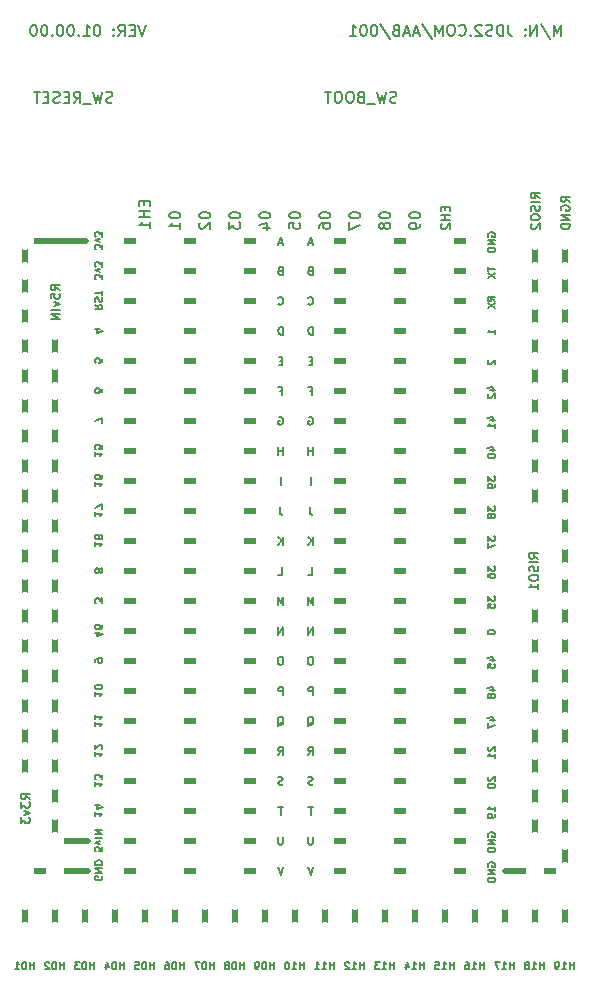
<source format=gbo>
G04 #@! TF.GenerationSoftware,KiCad,Pcbnew,7.0.6*
G04 #@! TF.CreationDate,2023-07-22T13:19:21-04:00*
G04 #@! TF.ProjectId,ESP32-S3-DevKitC-1 Proto Shield,45535033-322d-4533-932d-4465764b6974,rev?*
G04 #@! TF.SameCoordinates,Original*
G04 #@! TF.FileFunction,Legend,Bot*
G04 #@! TF.FilePolarity,Positive*
%FSLAX46Y46*%
G04 Gerber Fmt 4.6, Leading zero omitted, Abs format (unit mm)*
G04 Created by KiCad (PCBNEW 7.0.6) date 2023-07-22 13:19:21*
%MOMM*%
%LPD*%
G01*
G04 APERTURE LIST*
%ADD10C,0.508000*%
%ADD11C,0.152400*%
%ADD12C,0.150000*%
%ADD13C,1.574800*%
%ADD14C,1.066800*%
G04 APERTURE END LIST*
D10*
X72390000Y-90424000D02*
X72390000Y-92964000D01*
X52070000Y-34544000D02*
X54610000Y-34544000D01*
X39370000Y-49784000D02*
X41910000Y-49784000D01*
X57150000Y-82804000D02*
X59690000Y-82804000D01*
X52070000Y-77724000D02*
X54610000Y-77724000D01*
X62230000Y-42164000D02*
X64770000Y-42164000D01*
X57150000Y-62484000D02*
X59690000Y-62484000D01*
X44450000Y-57404000D02*
X46990000Y-57404000D01*
X39370000Y-44704000D02*
X41910000Y-44704000D01*
X44450000Y-87884000D02*
X46990000Y-87884000D01*
X44450000Y-85344000D02*
X46990000Y-85344000D01*
X31750000Y-90424000D02*
X31750000Y-92964000D01*
X39370000Y-67564000D02*
X41910000Y-67564000D01*
X57150000Y-80264000D02*
X59690000Y-80264000D01*
X62230000Y-34544000D02*
X64770000Y-34544000D01*
X34290000Y-62484000D02*
X36830000Y-62484000D01*
X57150000Y-39624000D02*
X59690000Y-39624000D01*
X29210000Y-85344000D02*
X31990000Y-85344000D01*
X57150000Y-72644000D02*
X59690000Y-72644000D01*
X52070000Y-82804000D02*
X54610000Y-82804000D01*
X34290000Y-85344000D02*
X36830000Y-85344000D01*
X57150000Y-90424000D02*
X57150000Y-92964000D01*
X62230000Y-57404000D02*
X64770000Y-57404000D01*
X34290000Y-75184000D02*
X36830000Y-75184000D01*
X57150000Y-47244000D02*
X59690000Y-47244000D01*
X62230000Y-37084000D02*
X64770000Y-37084000D01*
X34290000Y-42164000D02*
X36830000Y-42164000D01*
X39370000Y-39624000D02*
X41910000Y-39624000D01*
X39370000Y-65024000D02*
X41910000Y-65024000D01*
X26670000Y-37084000D02*
X26670000Y-80264000D01*
X57150000Y-65024000D02*
X59690000Y-65024000D01*
X39370000Y-72644000D02*
X41910000Y-72644000D01*
X44450000Y-59944000D02*
X46990000Y-59944000D01*
X62230000Y-47244000D02*
X64770000Y-47244000D01*
X44450000Y-80264000D02*
X46990000Y-80264000D01*
X44450000Y-67564000D02*
X46990000Y-67564000D01*
X62230000Y-77724000D02*
X64770000Y-77724000D01*
X34290000Y-72644000D02*
X36830000Y-72644000D01*
X62230000Y-82804000D02*
X64770000Y-82804000D01*
X64770000Y-90424000D02*
X64770000Y-92964000D01*
X29210000Y-42164000D02*
X29210000Y-85344000D01*
X62230000Y-85344000D02*
X64770000Y-85344000D01*
X39370000Y-47244000D02*
X41910000Y-47244000D01*
X52070000Y-42164000D02*
X54610000Y-42164000D01*
X36830000Y-90424000D02*
X36830000Y-92964000D01*
X62230000Y-67564000D02*
X64770000Y-67564000D01*
X26670000Y-90424000D02*
X26670000Y-92964000D01*
X39370000Y-62484000D02*
X41910000Y-62484000D01*
X57150000Y-59944000D02*
X59690000Y-59944000D01*
X46990000Y-90424000D02*
X46990000Y-92964000D01*
X44450000Y-70104000D02*
X46990000Y-70104000D01*
X52070000Y-75184000D02*
X54610000Y-75184000D01*
X26670000Y-34544000D02*
X26670000Y-37084000D01*
X44450000Y-47244000D02*
X46990000Y-47244000D01*
X44450000Y-72644000D02*
X46990000Y-72644000D01*
X34290000Y-65024000D02*
X36830000Y-65024000D01*
X44450000Y-54864000D02*
X46990000Y-54864000D01*
X57150000Y-37084000D02*
X59690000Y-37084000D01*
X69850000Y-65024000D02*
X69850000Y-85344000D01*
X57150000Y-52324000D02*
X59690000Y-52324000D01*
X62230000Y-49784000D02*
X64770000Y-49784000D01*
X52070000Y-49784000D02*
X54610000Y-49784000D01*
X34290000Y-67564000D02*
X36830000Y-67564000D01*
X39370000Y-42164000D02*
X41910000Y-42164000D01*
X57150000Y-34544000D02*
X59690000Y-34544000D01*
X39370000Y-80264000D02*
X41910000Y-80264000D01*
X34290000Y-54864000D02*
X36830000Y-54864000D01*
X34290000Y-49784000D02*
X36830000Y-49784000D01*
X34290000Y-39624000D02*
X36830000Y-39624000D01*
X52070000Y-52324000D02*
X54610000Y-52324000D01*
X62230000Y-87884000D02*
X64770000Y-87884000D01*
X52070000Y-47244000D02*
X54610000Y-47244000D01*
X57150000Y-54864000D02*
X59690000Y-54864000D01*
X57150000Y-87884000D02*
X59690000Y-87884000D01*
X34290000Y-34544000D02*
X36830000Y-34544000D01*
X31860000Y-34544000D02*
X26670000Y-34544000D01*
X39370000Y-82804000D02*
X41910000Y-82804000D01*
X32010000Y-87884000D02*
X29210000Y-87884000D01*
X62230000Y-59944000D02*
X64770000Y-59944000D01*
X67310000Y-90424000D02*
X67310000Y-92964000D01*
X39370000Y-52324000D02*
X41910000Y-52324000D01*
X57150000Y-77724000D02*
X59690000Y-77724000D01*
X52070000Y-90424000D02*
X52070000Y-92964000D01*
X67290000Y-87884000D02*
X69850000Y-87884000D01*
X44450000Y-37084000D02*
X46990000Y-37084000D01*
X44450000Y-90424000D02*
X44450000Y-92964000D01*
X44450000Y-65024000D02*
X46990000Y-65024000D01*
X69850000Y-90424000D02*
X69850000Y-92964000D01*
X62230000Y-75184000D02*
X64770000Y-75184000D01*
X57150000Y-49784000D02*
X59690000Y-49784000D01*
X62230000Y-39624000D02*
X64770000Y-39624000D01*
X57150000Y-42164000D02*
X59690000Y-42164000D01*
X62230000Y-70104000D02*
X64770000Y-70104000D01*
X57150000Y-44704000D02*
X59690000Y-44704000D01*
X34290000Y-44704000D02*
X36830000Y-44704000D01*
X52070000Y-80264000D02*
X54610000Y-80264000D01*
X39370000Y-90424000D02*
X39370000Y-92964000D01*
X39370000Y-87884000D02*
X41910000Y-87884000D01*
X52070000Y-85344000D02*
X54610000Y-85344000D01*
X34290000Y-57404000D02*
X36830000Y-57404000D01*
X44450000Y-82804000D02*
X46990000Y-82804000D01*
X41910000Y-90424000D02*
X41910000Y-92964000D01*
X34290000Y-59944000D02*
X36830000Y-59944000D01*
X52070000Y-39624000D02*
X54610000Y-39624000D01*
X52070000Y-67564000D02*
X54610000Y-67564000D01*
X52070000Y-87884000D02*
X54610000Y-87884000D01*
X34290000Y-77724000D02*
X36830000Y-77724000D01*
X54610000Y-90424000D02*
X54610000Y-92964000D01*
X57150000Y-67564000D02*
X59690000Y-67564000D01*
X34290000Y-82804000D02*
X36830000Y-82804000D01*
X52070000Y-44704000D02*
X54610000Y-44704000D01*
X44450000Y-39624000D02*
X46990000Y-39624000D01*
X62230000Y-52324000D02*
X64770000Y-52324000D01*
X62230000Y-72644000D02*
X64770000Y-72644000D01*
X34290000Y-90424000D02*
X34290000Y-92964000D01*
X52070000Y-57404000D02*
X54610000Y-57404000D01*
X57150000Y-85344000D02*
X59690000Y-85344000D01*
X62230000Y-80264000D02*
X64770000Y-80264000D01*
X59690000Y-90424000D02*
X59690000Y-92964000D01*
X29210000Y-87884000D02*
X26670000Y-87884000D01*
X52070000Y-37084000D02*
X54610000Y-37084000D01*
X34290000Y-70104000D02*
X36830000Y-70104000D01*
X52070000Y-59944000D02*
X54610000Y-59944000D01*
X39370000Y-75184000D02*
X41910000Y-75184000D01*
X39370000Y-37084000D02*
X41910000Y-37084000D01*
X49530000Y-90424000D02*
X49530000Y-92964000D01*
X39370000Y-59944000D02*
X41910000Y-59944000D01*
X62230000Y-54864000D02*
X64770000Y-54864000D01*
X29210000Y-90424000D02*
X29210000Y-92964000D01*
X62230000Y-62484000D02*
X64770000Y-62484000D01*
X44450000Y-77724000D02*
X46990000Y-77724000D01*
X44450000Y-62484000D02*
X46990000Y-62484000D01*
X39370000Y-54864000D02*
X41910000Y-54864000D01*
X39370000Y-34544000D02*
X41910000Y-34544000D01*
X34290000Y-80264000D02*
X36830000Y-80264000D01*
X62230000Y-44704000D02*
X64770000Y-44704000D01*
X69850000Y-87884000D02*
X72390000Y-87884000D01*
X44450000Y-44704000D02*
X46990000Y-44704000D01*
X34290000Y-52324000D02*
X36830000Y-52324000D01*
X52070000Y-70104000D02*
X54610000Y-70104000D01*
X52070000Y-54864000D02*
X54610000Y-54864000D01*
X72390000Y-87884000D02*
X72390000Y-34544000D01*
X57150000Y-57404000D02*
X59690000Y-57404000D01*
X39370000Y-57404000D02*
X41910000Y-57404000D01*
X44450000Y-42164000D02*
X46990000Y-42164000D01*
X44450000Y-49784000D02*
X46990000Y-49784000D01*
X62230000Y-90424000D02*
X62230000Y-92964000D01*
X39370000Y-70104000D02*
X41910000Y-70104000D01*
X44450000Y-34544000D02*
X46990000Y-34544000D01*
X39370000Y-77724000D02*
X41910000Y-77724000D01*
X62230000Y-65024000D02*
X64770000Y-65024000D01*
X57150000Y-70104000D02*
X59690000Y-70104000D01*
X44450000Y-52324000D02*
X46990000Y-52324000D01*
X34290000Y-47244000D02*
X36830000Y-47244000D01*
X52070000Y-65024000D02*
X54610000Y-65024000D01*
X34290000Y-37084000D02*
X36830000Y-37084000D01*
X34290000Y-87884000D02*
X36830000Y-87884000D01*
X52070000Y-72644000D02*
X54610000Y-72644000D01*
X44450000Y-75184000D02*
X46990000Y-75184000D01*
X57150000Y-75184000D02*
X59690000Y-75184000D01*
X52070000Y-62484000D02*
X54610000Y-62484000D01*
X69850000Y-57404000D02*
X69850000Y-34544000D01*
X39370000Y-85344000D02*
X41910000Y-85344000D01*
D11*
X66468713Y-42420546D02*
X66468713Y-42057689D01*
X66468713Y-42239117D02*
X65833713Y-42239117D01*
X65833713Y-42239117D02*
X65924427Y-42178641D01*
X65924427Y-42178641D02*
X65984903Y-42118165D01*
X65984903Y-42118165D02*
X66015141Y-42057689D01*
X27423834Y-96187313D02*
X27423834Y-95552313D01*
X27423834Y-95854694D02*
X27060977Y-95854694D01*
X27060977Y-96187313D02*
X27060977Y-95552313D01*
X26637644Y-95552313D02*
X26577167Y-95552313D01*
X26577167Y-95552313D02*
X26516691Y-95582551D01*
X26516691Y-95582551D02*
X26486453Y-95612789D01*
X26486453Y-95612789D02*
X26456215Y-95673265D01*
X26456215Y-95673265D02*
X26425977Y-95794217D01*
X26425977Y-95794217D02*
X26425977Y-95945408D01*
X26425977Y-95945408D02*
X26456215Y-96066360D01*
X26456215Y-96066360D02*
X26486453Y-96126836D01*
X26486453Y-96126836D02*
X26516691Y-96157075D01*
X26516691Y-96157075D02*
X26577167Y-96187313D01*
X26577167Y-96187313D02*
X26637644Y-96187313D01*
X26637644Y-96187313D02*
X26698120Y-96157075D01*
X26698120Y-96157075D02*
X26728358Y-96126836D01*
X26728358Y-96126836D02*
X26758596Y-96066360D01*
X26758596Y-96066360D02*
X26788834Y-95945408D01*
X26788834Y-95945408D02*
X26788834Y-95794217D01*
X26788834Y-95794217D02*
X26758596Y-95673265D01*
X26758596Y-95673265D02*
X26728358Y-95612789D01*
X26728358Y-95612789D02*
X26698120Y-95582551D01*
X26698120Y-95582551D02*
X26637644Y-95552313D01*
X25821215Y-96187313D02*
X26184072Y-96187313D01*
X26002644Y-96187313D02*
X26002644Y-95552313D01*
X26002644Y-95552313D02*
X26063120Y-95643027D01*
X26063120Y-95643027D02*
X26123596Y-95703503D01*
X26123596Y-95703503D02*
X26184072Y-95733741D01*
X45203834Y-96187313D02*
X45203834Y-95552313D01*
X45203834Y-95854694D02*
X44840977Y-95854694D01*
X44840977Y-96187313D02*
X44840977Y-95552313D01*
X44417644Y-95552313D02*
X44357167Y-95552313D01*
X44357167Y-95552313D02*
X44296691Y-95582551D01*
X44296691Y-95582551D02*
X44266453Y-95612789D01*
X44266453Y-95612789D02*
X44236215Y-95673265D01*
X44236215Y-95673265D02*
X44205977Y-95794217D01*
X44205977Y-95794217D02*
X44205977Y-95945408D01*
X44205977Y-95945408D02*
X44236215Y-96066360D01*
X44236215Y-96066360D02*
X44266453Y-96126836D01*
X44266453Y-96126836D02*
X44296691Y-96157075D01*
X44296691Y-96157075D02*
X44357167Y-96187313D01*
X44357167Y-96187313D02*
X44417644Y-96187313D01*
X44417644Y-96187313D02*
X44478120Y-96157075D01*
X44478120Y-96157075D02*
X44508358Y-96126836D01*
X44508358Y-96126836D02*
X44538596Y-96066360D01*
X44538596Y-96066360D02*
X44568834Y-95945408D01*
X44568834Y-95945408D02*
X44568834Y-95794217D01*
X44568834Y-95794217D02*
X44538596Y-95673265D01*
X44538596Y-95673265D02*
X44508358Y-95612789D01*
X44508358Y-95612789D02*
X44478120Y-95582551D01*
X44478120Y-95582551D02*
X44417644Y-95552313D01*
X43843120Y-95824455D02*
X43903596Y-95794217D01*
X43903596Y-95794217D02*
X43933834Y-95763979D01*
X43933834Y-95763979D02*
X43964072Y-95703503D01*
X43964072Y-95703503D02*
X43964072Y-95673265D01*
X43964072Y-95673265D02*
X43933834Y-95612789D01*
X43933834Y-95612789D02*
X43903596Y-95582551D01*
X43903596Y-95582551D02*
X43843120Y-95552313D01*
X43843120Y-95552313D02*
X43722167Y-95552313D01*
X43722167Y-95552313D02*
X43661691Y-95582551D01*
X43661691Y-95582551D02*
X43631453Y-95612789D01*
X43631453Y-95612789D02*
X43601215Y-95673265D01*
X43601215Y-95673265D02*
X43601215Y-95703503D01*
X43601215Y-95703503D02*
X43631453Y-95763979D01*
X43631453Y-95763979D02*
X43661691Y-95794217D01*
X43661691Y-95794217D02*
X43722167Y-95824455D01*
X43722167Y-95824455D02*
X43843120Y-95824455D01*
X43843120Y-95824455D02*
X43903596Y-95854694D01*
X43903596Y-95854694D02*
X43933834Y-95884932D01*
X43933834Y-95884932D02*
X43964072Y-95945408D01*
X43964072Y-95945408D02*
X43964072Y-96066360D01*
X43964072Y-96066360D02*
X43933834Y-96126836D01*
X43933834Y-96126836D02*
X43903596Y-96157075D01*
X43903596Y-96157075D02*
X43843120Y-96187313D01*
X43843120Y-96187313D02*
X43722167Y-96187313D01*
X43722167Y-96187313D02*
X43661691Y-96157075D01*
X43661691Y-96157075D02*
X43631453Y-96126836D01*
X43631453Y-96126836D02*
X43601215Y-96066360D01*
X43601215Y-96066360D02*
X43601215Y-95945408D01*
X43601215Y-95945408D02*
X43631453Y-95884932D01*
X43631453Y-95884932D02*
X43661691Y-95854694D01*
X43661691Y-95854694D02*
X43722167Y-95824455D01*
X52823834Y-96187313D02*
X52823834Y-95552313D01*
X52823834Y-95854694D02*
X52460977Y-95854694D01*
X52460977Y-96187313D02*
X52460977Y-95552313D01*
X51825977Y-96187313D02*
X52188834Y-96187313D01*
X52007406Y-96187313D02*
X52007406Y-95552313D01*
X52007406Y-95552313D02*
X52067882Y-95643027D01*
X52067882Y-95643027D02*
X52128358Y-95703503D01*
X52128358Y-95703503D02*
X52188834Y-95733741D01*
X51221215Y-96187313D02*
X51584072Y-96187313D01*
X51402644Y-96187313D02*
X51402644Y-95552313D01*
X51402644Y-95552313D02*
X51463120Y-95643027D01*
X51463120Y-95643027D02*
X51523596Y-95703503D01*
X51523596Y-95703503D02*
X51584072Y-95733741D01*
D12*
X50656541Y-62774752D02*
X50967969Y-62774752D01*
X50967969Y-62774752D02*
X50967969Y-62120752D01*
D11*
X33227686Y-35223834D02*
X33227686Y-34830739D01*
X33227686Y-34830739D02*
X32985782Y-35042406D01*
X32985782Y-35042406D02*
X32985782Y-34951691D01*
X32985782Y-34951691D02*
X32955544Y-34891215D01*
X32955544Y-34891215D02*
X32925305Y-34860977D01*
X32925305Y-34860977D02*
X32864829Y-34830739D01*
X32864829Y-34830739D02*
X32713639Y-34830739D01*
X32713639Y-34830739D02*
X32653163Y-34860977D01*
X32653163Y-34860977D02*
X32622925Y-34891215D01*
X32622925Y-34891215D02*
X32592686Y-34951691D01*
X32592686Y-34951691D02*
X32592686Y-35133120D01*
X32592686Y-35133120D02*
X32622925Y-35193596D01*
X32622925Y-35193596D02*
X32653163Y-35223834D01*
X33016020Y-34619072D02*
X32592686Y-34467882D01*
X32592686Y-34467882D02*
X33016020Y-34316691D01*
X33227686Y-34135262D02*
X33227686Y-33742167D01*
X33227686Y-33742167D02*
X32985782Y-33953834D01*
X32985782Y-33953834D02*
X32985782Y-33863119D01*
X32985782Y-33863119D02*
X32955544Y-33802643D01*
X32955544Y-33802643D02*
X32925305Y-33772405D01*
X32925305Y-33772405D02*
X32864829Y-33742167D01*
X32864829Y-33742167D02*
X32713639Y-33742167D01*
X32713639Y-33742167D02*
X32653163Y-33772405D01*
X32653163Y-33772405D02*
X32622925Y-33802643D01*
X32622925Y-33802643D02*
X32592686Y-33863119D01*
X32592686Y-33863119D02*
X32592686Y-34044548D01*
X32592686Y-34044548D02*
X32622925Y-34105024D01*
X32622925Y-34105024D02*
X32653163Y-34135262D01*
X66045379Y-47137689D02*
X66468713Y-47137689D01*
X65803475Y-46986498D02*
X66257046Y-46835308D01*
X66257046Y-46835308D02*
X66257046Y-47228403D01*
X65894189Y-47440070D02*
X65863951Y-47470308D01*
X65863951Y-47470308D02*
X65833713Y-47530784D01*
X65833713Y-47530784D02*
X65833713Y-47681975D01*
X65833713Y-47681975D02*
X65863951Y-47742451D01*
X65863951Y-47742451D02*
X65894189Y-47772689D01*
X65894189Y-47772689D02*
X65954665Y-47802927D01*
X65954665Y-47802927D02*
X66015141Y-47802927D01*
X66015141Y-47802927D02*
X66105855Y-47772689D01*
X66105855Y-47772689D02*
X66468713Y-47409832D01*
X66468713Y-47409832D02*
X66468713Y-47802927D01*
D12*
X50999111Y-44652181D02*
X50781111Y-44652181D01*
X50687683Y-44994752D02*
X50999111Y-44994752D01*
X50999111Y-44994752D02*
X50999111Y-44340752D01*
X50999111Y-44340752D02*
X50687683Y-44340752D01*
D11*
X66468713Y-39593284D02*
X66166332Y-39381617D01*
X66468713Y-39230427D02*
X65833713Y-39230427D01*
X65833713Y-39230427D02*
X65833713Y-39472332D01*
X65833713Y-39472332D02*
X65863951Y-39532808D01*
X65863951Y-39532808D02*
X65894189Y-39563046D01*
X65894189Y-39563046D02*
X65954665Y-39593284D01*
X65954665Y-39593284D02*
X66045379Y-39593284D01*
X66045379Y-39593284D02*
X66105855Y-39563046D01*
X66105855Y-39563046D02*
X66136094Y-39532808D01*
X66136094Y-39532808D02*
X66166332Y-39472332D01*
X66166332Y-39472332D02*
X66166332Y-39230427D01*
X65833713Y-39804951D02*
X66468713Y-40228284D01*
X65833713Y-40228284D02*
X66468713Y-39804951D01*
X65863951Y-84935308D02*
X65833713Y-84874832D01*
X65833713Y-84874832D02*
X65833713Y-84784118D01*
X65833713Y-84784118D02*
X65863951Y-84693403D01*
X65863951Y-84693403D02*
X65924427Y-84632927D01*
X65924427Y-84632927D02*
X65984903Y-84602689D01*
X65984903Y-84602689D02*
X66105855Y-84572451D01*
X66105855Y-84572451D02*
X66196570Y-84572451D01*
X66196570Y-84572451D02*
X66317522Y-84602689D01*
X66317522Y-84602689D02*
X66377998Y-84632927D01*
X66377998Y-84632927D02*
X66438475Y-84693403D01*
X66438475Y-84693403D02*
X66468713Y-84784118D01*
X66468713Y-84784118D02*
X66468713Y-84844594D01*
X66468713Y-84844594D02*
X66438475Y-84935308D01*
X66438475Y-84935308D02*
X66408236Y-84965546D01*
X66408236Y-84965546D02*
X66196570Y-84965546D01*
X66196570Y-84965546D02*
X66196570Y-84844594D01*
X66468713Y-85237689D02*
X65833713Y-85237689D01*
X65833713Y-85237689D02*
X66468713Y-85600546D01*
X66468713Y-85600546D02*
X65833713Y-85600546D01*
X66468713Y-85902927D02*
X65833713Y-85902927D01*
X65833713Y-85902927D02*
X65833713Y-86054117D01*
X65833713Y-86054117D02*
X65863951Y-86144832D01*
X65863951Y-86144832D02*
X65924427Y-86205308D01*
X65924427Y-86205308D02*
X65984903Y-86235546D01*
X65984903Y-86235546D02*
X66105855Y-86265784D01*
X66105855Y-86265784D02*
X66196570Y-86265784D01*
X66196570Y-86265784D02*
X66317522Y-86235546D01*
X66317522Y-86235546D02*
X66377998Y-86205308D01*
X66377998Y-86205308D02*
X66438475Y-86144832D01*
X66438475Y-86144832D02*
X66468713Y-86054117D01*
X66468713Y-86054117D02*
X66468713Y-85902927D01*
D12*
X50609826Y-75537038D02*
X50672112Y-75505895D01*
X50672112Y-75505895D02*
X50734398Y-75443610D01*
X50734398Y-75443610D02*
X50827826Y-75350181D01*
X50827826Y-75350181D02*
X50890112Y-75319038D01*
X50890112Y-75319038D02*
X50952398Y-75319038D01*
X50921255Y-75474752D02*
X50983541Y-75443610D01*
X50983541Y-75443610D02*
X51045826Y-75381324D01*
X51045826Y-75381324D02*
X51076969Y-75256752D01*
X51076969Y-75256752D02*
X51076969Y-75038752D01*
X51076969Y-75038752D02*
X51045826Y-74914181D01*
X51045826Y-74914181D02*
X50983541Y-74851895D01*
X50983541Y-74851895D02*
X50921255Y-74820752D01*
X50921255Y-74820752D02*
X50796683Y-74820752D01*
X50796683Y-74820752D02*
X50734398Y-74851895D01*
X50734398Y-74851895D02*
X50672112Y-74914181D01*
X50672112Y-74914181D02*
X50640969Y-75038752D01*
X50640969Y-75038752D02*
X50640969Y-75256752D01*
X50640969Y-75256752D02*
X50672112Y-75381324D01*
X50672112Y-75381324D02*
X50734398Y-75443610D01*
X50734398Y-75443610D02*
X50796683Y-75474752D01*
X50796683Y-75474752D02*
X50921255Y-75474752D01*
X50858969Y-55154752D02*
X50858969Y-54500752D01*
D11*
X50283834Y-96187313D02*
X50283834Y-95552313D01*
X50283834Y-95854694D02*
X49920977Y-95854694D01*
X49920977Y-96187313D02*
X49920977Y-95552313D01*
X49285977Y-96187313D02*
X49648834Y-96187313D01*
X49467406Y-96187313D02*
X49467406Y-95552313D01*
X49467406Y-95552313D02*
X49527882Y-95643027D01*
X49527882Y-95643027D02*
X49588358Y-95703503D01*
X49588358Y-95703503D02*
X49648834Y-95733741D01*
X48892882Y-95552313D02*
X48832405Y-95552313D01*
X48832405Y-95552313D02*
X48771929Y-95582551D01*
X48771929Y-95582551D02*
X48741691Y-95612789D01*
X48741691Y-95612789D02*
X48711453Y-95673265D01*
X48711453Y-95673265D02*
X48681215Y-95794217D01*
X48681215Y-95794217D02*
X48681215Y-95945408D01*
X48681215Y-95945408D02*
X48711453Y-96066360D01*
X48711453Y-96066360D02*
X48741691Y-96126836D01*
X48741691Y-96126836D02*
X48771929Y-96157075D01*
X48771929Y-96157075D02*
X48832405Y-96187313D01*
X48832405Y-96187313D02*
X48892882Y-96187313D01*
X48892882Y-96187313D02*
X48953358Y-96157075D01*
X48953358Y-96157075D02*
X48983596Y-96126836D01*
X48983596Y-96126836D02*
X49013834Y-96066360D01*
X49013834Y-96066360D02*
X49044072Y-95945408D01*
X49044072Y-95945408D02*
X49044072Y-95794217D01*
X49044072Y-95794217D02*
X49013834Y-95673265D01*
X49013834Y-95673265D02*
X48983596Y-95612789D01*
X48983596Y-95612789D02*
X48953358Y-95582551D01*
X48953358Y-95582551D02*
X48892882Y-95552313D01*
D12*
X51076969Y-87520752D02*
X50858969Y-88174752D01*
X50858969Y-88174752D02*
X50640969Y-87520752D01*
X48505826Y-67854752D02*
X48505826Y-67200752D01*
X48505826Y-67200752D02*
X48132112Y-67854752D01*
X48132112Y-67854752D02*
X48132112Y-67200752D01*
D11*
X65894189Y-44597689D02*
X65863951Y-44627927D01*
X65863951Y-44627927D02*
X65833713Y-44688403D01*
X65833713Y-44688403D02*
X65833713Y-44839594D01*
X65833713Y-44839594D02*
X65863951Y-44900070D01*
X65863951Y-44900070D02*
X65894189Y-44930308D01*
X65894189Y-44930308D02*
X65954665Y-44960546D01*
X65954665Y-44960546D02*
X66015141Y-44960546D01*
X66015141Y-44960546D02*
X66105855Y-44930308D01*
X66105855Y-44930308D02*
X66468713Y-44567451D01*
X66468713Y-44567451D02*
X66468713Y-44960546D01*
D12*
X48069826Y-75537038D02*
X48132112Y-75505895D01*
X48132112Y-75505895D02*
X48194398Y-75443610D01*
X48194398Y-75443610D02*
X48287826Y-75350181D01*
X48287826Y-75350181D02*
X48350112Y-75319038D01*
X48350112Y-75319038D02*
X48412398Y-75319038D01*
X48381255Y-75474752D02*
X48443541Y-75443610D01*
X48443541Y-75443610D02*
X48505826Y-75381324D01*
X48505826Y-75381324D02*
X48536969Y-75256752D01*
X48536969Y-75256752D02*
X48536969Y-75038752D01*
X48536969Y-75038752D02*
X48505826Y-74914181D01*
X48505826Y-74914181D02*
X48443541Y-74851895D01*
X48443541Y-74851895D02*
X48381255Y-74820752D01*
X48381255Y-74820752D02*
X48256683Y-74820752D01*
X48256683Y-74820752D02*
X48194398Y-74851895D01*
X48194398Y-74851895D02*
X48132112Y-74914181D01*
X48132112Y-74914181D02*
X48100969Y-75038752D01*
X48100969Y-75038752D02*
X48100969Y-75256752D01*
X48100969Y-75256752D02*
X48132112Y-75381324D01*
X48132112Y-75381324D02*
X48194398Y-75443610D01*
X48194398Y-75443610D02*
X48256683Y-75474752D01*
X48256683Y-75474752D02*
X48381255Y-75474752D01*
D11*
X32503834Y-96187313D02*
X32503834Y-95552313D01*
X32503834Y-95854694D02*
X32140977Y-95854694D01*
X32140977Y-96187313D02*
X32140977Y-95552313D01*
X31717644Y-95552313D02*
X31657167Y-95552313D01*
X31657167Y-95552313D02*
X31596691Y-95582551D01*
X31596691Y-95582551D02*
X31566453Y-95612789D01*
X31566453Y-95612789D02*
X31536215Y-95673265D01*
X31536215Y-95673265D02*
X31505977Y-95794217D01*
X31505977Y-95794217D02*
X31505977Y-95945408D01*
X31505977Y-95945408D02*
X31536215Y-96066360D01*
X31536215Y-96066360D02*
X31566453Y-96126836D01*
X31566453Y-96126836D02*
X31596691Y-96157075D01*
X31596691Y-96157075D02*
X31657167Y-96187313D01*
X31657167Y-96187313D02*
X31717644Y-96187313D01*
X31717644Y-96187313D02*
X31778120Y-96157075D01*
X31778120Y-96157075D02*
X31808358Y-96126836D01*
X31808358Y-96126836D02*
X31838596Y-96066360D01*
X31838596Y-96066360D02*
X31868834Y-95945408D01*
X31868834Y-95945408D02*
X31868834Y-95794217D01*
X31868834Y-95794217D02*
X31838596Y-95673265D01*
X31838596Y-95673265D02*
X31808358Y-95612789D01*
X31808358Y-95612789D02*
X31778120Y-95582551D01*
X31778120Y-95582551D02*
X31717644Y-95552313D01*
X31294310Y-95552313D02*
X30901215Y-95552313D01*
X30901215Y-95552313D02*
X31112882Y-95794217D01*
X31112882Y-95794217D02*
X31022167Y-95794217D01*
X31022167Y-95794217D02*
X30961691Y-95824455D01*
X30961691Y-95824455D02*
X30931453Y-95854694D01*
X30931453Y-95854694D02*
X30901215Y-95915170D01*
X30901215Y-95915170D02*
X30901215Y-96066360D01*
X30901215Y-96066360D02*
X30931453Y-96126836D01*
X30931453Y-96126836D02*
X30961691Y-96157075D01*
X30961691Y-96157075D02*
X31022167Y-96187313D01*
X31022167Y-96187313D02*
X31203596Y-96187313D01*
X31203596Y-96187313D02*
X31264072Y-96157075D01*
X31264072Y-96157075D02*
X31294310Y-96126836D01*
X33227686Y-49919548D02*
X33227686Y-49496215D01*
X33227686Y-49496215D02*
X32592686Y-49768358D01*
D12*
X50921255Y-69740752D02*
X50796683Y-69740752D01*
X50796683Y-69740752D02*
X50734398Y-69771895D01*
X50734398Y-69771895D02*
X50672112Y-69834181D01*
X50672112Y-69834181D02*
X50640969Y-69958752D01*
X50640969Y-69958752D02*
X50640969Y-70176752D01*
X50640969Y-70176752D02*
X50672112Y-70301324D01*
X50672112Y-70301324D02*
X50734398Y-70363610D01*
X50734398Y-70363610D02*
X50796683Y-70394752D01*
X50796683Y-70394752D02*
X50921255Y-70394752D01*
X50921255Y-70394752D02*
X50983541Y-70363610D01*
X50983541Y-70363610D02*
X51045826Y-70301324D01*
X51045826Y-70301324D02*
X51076969Y-70176752D01*
X51076969Y-70176752D02*
X51076969Y-69958752D01*
X51076969Y-69958752D02*
X51045826Y-69834181D01*
X51045826Y-69834181D02*
X50983541Y-69771895D01*
X50983541Y-69771895D02*
X50921255Y-69740752D01*
D11*
X32592686Y-72688834D02*
X32592686Y-73051691D01*
X32592686Y-72870263D02*
X33227686Y-72870263D01*
X33227686Y-72870263D02*
X33136972Y-72930739D01*
X33136972Y-72930739D02*
X33076496Y-72991215D01*
X33076496Y-72991215D02*
X33046258Y-73051691D01*
X33227686Y-72295739D02*
X33227686Y-72235262D01*
X33227686Y-72235262D02*
X33197448Y-72174786D01*
X33197448Y-72174786D02*
X33167210Y-72144548D01*
X33167210Y-72144548D02*
X33106734Y-72114310D01*
X33106734Y-72114310D02*
X32985782Y-72084072D01*
X32985782Y-72084072D02*
X32834591Y-72084072D01*
X32834591Y-72084072D02*
X32713639Y-72114310D01*
X32713639Y-72114310D02*
X32653163Y-72144548D01*
X32653163Y-72144548D02*
X32622925Y-72174786D01*
X32622925Y-72174786D02*
X32592686Y-72235262D01*
X32592686Y-72235262D02*
X32592686Y-72295739D01*
X32592686Y-72295739D02*
X32622925Y-72356215D01*
X32622925Y-72356215D02*
X32653163Y-72386453D01*
X32653163Y-72386453D02*
X32713639Y-72416691D01*
X32713639Y-72416691D02*
X32834591Y-72446929D01*
X32834591Y-72446929D02*
X32985782Y-72446929D01*
X32985782Y-72446929D02*
X33106734Y-72416691D01*
X33106734Y-72416691D02*
X33167210Y-72386453D01*
X33167210Y-72386453D02*
X33197448Y-72356215D01*
X33197448Y-72356215D02*
X33227686Y-72295739D01*
D12*
X51045826Y-52614752D02*
X51045826Y-51960752D01*
X51045826Y-52272181D02*
X50672112Y-52272181D01*
X50672112Y-52614752D02*
X50672112Y-51960752D01*
X48505826Y-80523610D02*
X48412398Y-80554752D01*
X48412398Y-80554752D02*
X48256683Y-80554752D01*
X48256683Y-80554752D02*
X48194398Y-80523610D01*
X48194398Y-80523610D02*
X48163255Y-80492467D01*
X48163255Y-80492467D02*
X48132112Y-80430181D01*
X48132112Y-80430181D02*
X48132112Y-80367895D01*
X48132112Y-80367895D02*
X48163255Y-80305610D01*
X48163255Y-80305610D02*
X48194398Y-80274467D01*
X48194398Y-80274467D02*
X48256683Y-80243324D01*
X48256683Y-80243324D02*
X48381255Y-80212181D01*
X48381255Y-80212181D02*
X48443540Y-80181038D01*
X48443540Y-80181038D02*
X48474683Y-80149895D01*
X48474683Y-80149895D02*
X48505826Y-80087610D01*
X48505826Y-80087610D02*
X48505826Y-80025324D01*
X48505826Y-80025324D02*
X48474683Y-79963038D01*
X48474683Y-79963038D02*
X48443540Y-79931895D01*
X48443540Y-79931895D02*
X48381255Y-79900752D01*
X48381255Y-79900752D02*
X48225540Y-79900752D01*
X48225540Y-79900752D02*
X48132112Y-79931895D01*
D11*
X32592686Y-70148834D02*
X32592686Y-70027882D01*
X32592686Y-70027882D02*
X32622925Y-69967405D01*
X32622925Y-69967405D02*
X32653163Y-69937167D01*
X32653163Y-69937167D02*
X32743877Y-69876691D01*
X32743877Y-69876691D02*
X32864829Y-69846453D01*
X32864829Y-69846453D02*
X33106734Y-69846453D01*
X33106734Y-69846453D02*
X33167210Y-69876691D01*
X33167210Y-69876691D02*
X33197448Y-69906929D01*
X33197448Y-69906929D02*
X33227686Y-69967405D01*
X33227686Y-69967405D02*
X33227686Y-70088358D01*
X33227686Y-70088358D02*
X33197448Y-70148834D01*
X33197448Y-70148834D02*
X33167210Y-70179072D01*
X33167210Y-70179072D02*
X33106734Y-70209310D01*
X33106734Y-70209310D02*
X32955544Y-70209310D01*
X32955544Y-70209310D02*
X32895067Y-70179072D01*
X32895067Y-70179072D02*
X32864829Y-70148834D01*
X32864829Y-70148834D02*
X32834591Y-70088358D01*
X32834591Y-70088358D02*
X32834591Y-69967405D01*
X32834591Y-69967405D02*
X32864829Y-69906929D01*
X32864829Y-69906929D02*
X32895067Y-69876691D01*
X32895067Y-69876691D02*
X32955544Y-69846453D01*
X65833713Y-59505070D02*
X65833713Y-59898165D01*
X65833713Y-59898165D02*
X66075617Y-59686498D01*
X66075617Y-59686498D02*
X66075617Y-59777213D01*
X66075617Y-59777213D02*
X66105855Y-59837689D01*
X66105855Y-59837689D02*
X66136094Y-59867927D01*
X66136094Y-59867927D02*
X66196570Y-59898165D01*
X66196570Y-59898165D02*
X66347760Y-59898165D01*
X66347760Y-59898165D02*
X66408236Y-59867927D01*
X66408236Y-59867927D02*
X66438475Y-59837689D01*
X66438475Y-59837689D02*
X66468713Y-59777213D01*
X66468713Y-59777213D02*
X66468713Y-59595784D01*
X66468713Y-59595784D02*
X66438475Y-59535308D01*
X66438475Y-59535308D02*
X66408236Y-59505070D01*
X65833713Y-60109832D02*
X65833713Y-60533165D01*
X65833713Y-60533165D02*
X66468713Y-60261022D01*
X32592686Y-39895620D02*
X32895067Y-40107287D01*
X32592686Y-40258477D02*
X33227686Y-40258477D01*
X33227686Y-40258477D02*
X33227686Y-40016572D01*
X33227686Y-40016572D02*
X33197448Y-39956096D01*
X33197448Y-39956096D02*
X33167210Y-39925858D01*
X33167210Y-39925858D02*
X33106734Y-39895620D01*
X33106734Y-39895620D02*
X33016020Y-39895620D01*
X33016020Y-39895620D02*
X32955544Y-39925858D01*
X32955544Y-39925858D02*
X32925305Y-39956096D01*
X32925305Y-39956096D02*
X32895067Y-40016572D01*
X32895067Y-40016572D02*
X32895067Y-40258477D01*
X32622925Y-39653715D02*
X32592686Y-39563001D01*
X32592686Y-39563001D02*
X32592686Y-39411810D01*
X32592686Y-39411810D02*
X32622925Y-39351334D01*
X32622925Y-39351334D02*
X32653163Y-39321096D01*
X32653163Y-39321096D02*
X32713639Y-39290858D01*
X32713639Y-39290858D02*
X32774115Y-39290858D01*
X32774115Y-39290858D02*
X32834591Y-39321096D01*
X32834591Y-39321096D02*
X32864829Y-39351334D01*
X32864829Y-39351334D02*
X32895067Y-39411810D01*
X32895067Y-39411810D02*
X32925305Y-39532763D01*
X32925305Y-39532763D02*
X32955544Y-39593239D01*
X32955544Y-39593239D02*
X32985782Y-39623477D01*
X32985782Y-39623477D02*
X33046258Y-39653715D01*
X33046258Y-39653715D02*
X33106734Y-39653715D01*
X33106734Y-39653715D02*
X33167210Y-39623477D01*
X33167210Y-39623477D02*
X33197448Y-39593239D01*
X33197448Y-39593239D02*
X33227686Y-39532763D01*
X33227686Y-39532763D02*
X33227686Y-39381572D01*
X33227686Y-39381572D02*
X33197448Y-39290858D01*
X33227686Y-39109429D02*
X33227686Y-38746572D01*
X32592686Y-38928001D02*
X33227686Y-38928001D01*
X65833713Y-62045070D02*
X65833713Y-62438165D01*
X65833713Y-62438165D02*
X66075617Y-62226498D01*
X66075617Y-62226498D02*
X66075617Y-62317213D01*
X66075617Y-62317213D02*
X66105855Y-62377689D01*
X66105855Y-62377689D02*
X66136094Y-62407927D01*
X66136094Y-62407927D02*
X66196570Y-62438165D01*
X66196570Y-62438165D02*
X66347760Y-62438165D01*
X66347760Y-62438165D02*
X66408236Y-62407927D01*
X66408236Y-62407927D02*
X66438475Y-62377689D01*
X66438475Y-62377689D02*
X66468713Y-62317213D01*
X66468713Y-62317213D02*
X66468713Y-62135784D01*
X66468713Y-62135784D02*
X66438475Y-62075308D01*
X66438475Y-62075308D02*
X66408236Y-62045070D01*
X65833713Y-62982451D02*
X65833713Y-62861498D01*
X65833713Y-62861498D02*
X65863951Y-62801022D01*
X65863951Y-62801022D02*
X65894189Y-62770784D01*
X65894189Y-62770784D02*
X65984903Y-62710308D01*
X65984903Y-62710308D02*
X66105855Y-62680070D01*
X66105855Y-62680070D02*
X66347760Y-62680070D01*
X66347760Y-62680070D02*
X66408236Y-62710308D01*
X66408236Y-62710308D02*
X66438475Y-62740546D01*
X66438475Y-62740546D02*
X66468713Y-62801022D01*
X66468713Y-62801022D02*
X66468713Y-62921975D01*
X66468713Y-62921975D02*
X66438475Y-62982451D01*
X66438475Y-62982451D02*
X66408236Y-63012689D01*
X66408236Y-63012689D02*
X66347760Y-63042927D01*
X66347760Y-63042927D02*
X66196570Y-63042927D01*
X66196570Y-63042927D02*
X66136094Y-63012689D01*
X66136094Y-63012689D02*
X66105855Y-62982451D01*
X66105855Y-62982451D02*
X66075617Y-62921975D01*
X66075617Y-62921975D02*
X66075617Y-62801022D01*
X66075617Y-62801022D02*
X66105855Y-62740546D01*
X66105855Y-62740546D02*
X66136094Y-62710308D01*
X66136094Y-62710308D02*
X66196570Y-62680070D01*
X72800360Y-31182308D02*
X72437503Y-30928308D01*
X72800360Y-30746879D02*
X72038360Y-30746879D01*
X72038360Y-30746879D02*
X72038360Y-31037165D01*
X72038360Y-31037165D02*
X72074646Y-31109736D01*
X72074646Y-31109736D02*
X72110932Y-31146022D01*
X72110932Y-31146022D02*
X72183503Y-31182308D01*
X72183503Y-31182308D02*
X72292360Y-31182308D01*
X72292360Y-31182308D02*
X72364932Y-31146022D01*
X72364932Y-31146022D02*
X72401217Y-31109736D01*
X72401217Y-31109736D02*
X72437503Y-31037165D01*
X72437503Y-31037165D02*
X72437503Y-30746879D01*
X72074646Y-31908022D02*
X72038360Y-31835451D01*
X72038360Y-31835451D02*
X72038360Y-31726593D01*
X72038360Y-31726593D02*
X72074646Y-31617736D01*
X72074646Y-31617736D02*
X72147217Y-31545165D01*
X72147217Y-31545165D02*
X72219789Y-31508879D01*
X72219789Y-31508879D02*
X72364932Y-31472593D01*
X72364932Y-31472593D02*
X72473789Y-31472593D01*
X72473789Y-31472593D02*
X72618932Y-31508879D01*
X72618932Y-31508879D02*
X72691503Y-31545165D01*
X72691503Y-31545165D02*
X72764075Y-31617736D01*
X72764075Y-31617736D02*
X72800360Y-31726593D01*
X72800360Y-31726593D02*
X72800360Y-31799165D01*
X72800360Y-31799165D02*
X72764075Y-31908022D01*
X72764075Y-31908022D02*
X72727789Y-31944308D01*
X72727789Y-31944308D02*
X72473789Y-31944308D01*
X72473789Y-31944308D02*
X72473789Y-31799165D01*
X72800360Y-32270879D02*
X72038360Y-32270879D01*
X72038360Y-32270879D02*
X72800360Y-32706308D01*
X72800360Y-32706308D02*
X72038360Y-32706308D01*
X72800360Y-33069165D02*
X72038360Y-33069165D01*
X72038360Y-33069165D02*
X72038360Y-33250594D01*
X72038360Y-33250594D02*
X72074646Y-33359451D01*
X72074646Y-33359451D02*
X72147217Y-33432022D01*
X72147217Y-33432022D02*
X72219789Y-33468308D01*
X72219789Y-33468308D02*
X72364932Y-33504594D01*
X72364932Y-33504594D02*
X72473789Y-33504594D01*
X72473789Y-33504594D02*
X72618932Y-33468308D01*
X72618932Y-33468308D02*
X72691503Y-33432022D01*
X72691503Y-33432022D02*
X72764075Y-33359451D01*
X72764075Y-33359451D02*
X72800360Y-33250594D01*
X72800360Y-33250594D02*
X72800360Y-33069165D01*
D12*
X48116540Y-78014752D02*
X48334540Y-77703324D01*
X48490254Y-78014752D02*
X48490254Y-77360752D01*
X48490254Y-77360752D02*
X48241111Y-77360752D01*
X48241111Y-77360752D02*
X48178826Y-77391895D01*
X48178826Y-77391895D02*
X48147683Y-77423038D01*
X48147683Y-77423038D02*
X48116540Y-77485324D01*
X48116540Y-77485324D02*
X48116540Y-77578752D01*
X48116540Y-77578752D02*
X48147683Y-77641038D01*
X48147683Y-77641038D02*
X48178826Y-77672181D01*
X48178826Y-77672181D02*
X48241111Y-77703324D01*
X48241111Y-77703324D02*
X48490254Y-77703324D01*
D11*
X42663834Y-96187313D02*
X42663834Y-95552313D01*
X42663834Y-95854694D02*
X42300977Y-95854694D01*
X42300977Y-96187313D02*
X42300977Y-95552313D01*
X41877644Y-95552313D02*
X41817167Y-95552313D01*
X41817167Y-95552313D02*
X41756691Y-95582551D01*
X41756691Y-95582551D02*
X41726453Y-95612789D01*
X41726453Y-95612789D02*
X41696215Y-95673265D01*
X41696215Y-95673265D02*
X41665977Y-95794217D01*
X41665977Y-95794217D02*
X41665977Y-95945408D01*
X41665977Y-95945408D02*
X41696215Y-96066360D01*
X41696215Y-96066360D02*
X41726453Y-96126836D01*
X41726453Y-96126836D02*
X41756691Y-96157075D01*
X41756691Y-96157075D02*
X41817167Y-96187313D01*
X41817167Y-96187313D02*
X41877644Y-96187313D01*
X41877644Y-96187313D02*
X41938120Y-96157075D01*
X41938120Y-96157075D02*
X41968358Y-96126836D01*
X41968358Y-96126836D02*
X41998596Y-96066360D01*
X41998596Y-96066360D02*
X42028834Y-95945408D01*
X42028834Y-95945408D02*
X42028834Y-95794217D01*
X42028834Y-95794217D02*
X41998596Y-95673265D01*
X41998596Y-95673265D02*
X41968358Y-95612789D01*
X41968358Y-95612789D02*
X41938120Y-95582551D01*
X41938120Y-95582551D02*
X41877644Y-95552313D01*
X41454310Y-95552313D02*
X41030977Y-95552313D01*
X41030977Y-95552313D02*
X41303120Y-96187313D01*
X33227686Y-65159548D02*
X33227686Y-64766453D01*
X33227686Y-64766453D02*
X32985782Y-64978120D01*
X32985782Y-64978120D02*
X32985782Y-64887405D01*
X32985782Y-64887405D02*
X32955544Y-64826929D01*
X32955544Y-64826929D02*
X32925305Y-64796691D01*
X32925305Y-64796691D02*
X32864829Y-64766453D01*
X32864829Y-64766453D02*
X32713639Y-64766453D01*
X32713639Y-64766453D02*
X32653163Y-64796691D01*
X32653163Y-64796691D02*
X32622925Y-64826929D01*
X32622925Y-64826929D02*
X32592686Y-64887405D01*
X32592686Y-64887405D02*
X32592686Y-65068834D01*
X32592686Y-65068834D02*
X32622925Y-65129310D01*
X32622925Y-65129310D02*
X32653163Y-65159548D01*
X32592686Y-75228834D02*
X32592686Y-75591691D01*
X32592686Y-75410263D02*
X33227686Y-75410263D01*
X33227686Y-75410263D02*
X33136972Y-75470739D01*
X33136972Y-75470739D02*
X33076496Y-75531215D01*
X33076496Y-75531215D02*
X33046258Y-75591691D01*
X32592686Y-74624072D02*
X32592686Y-74986929D01*
X32592686Y-74805501D02*
X33227686Y-74805501D01*
X33227686Y-74805501D02*
X33136972Y-74865977D01*
X33136972Y-74865977D02*
X33076496Y-74926453D01*
X33076496Y-74926453D02*
X33046258Y-74986929D01*
D12*
X48225540Y-47192181D02*
X48443540Y-47192181D01*
X48443540Y-47534752D02*
X48443540Y-46880752D01*
X48443540Y-46880752D02*
X48132112Y-46880752D01*
D11*
X70134392Y-61404023D02*
X69771535Y-61150023D01*
X70134392Y-60968594D02*
X69372392Y-60968594D01*
X69372392Y-60968594D02*
X69372392Y-61258880D01*
X69372392Y-61258880D02*
X69408678Y-61331451D01*
X69408678Y-61331451D02*
X69444964Y-61367737D01*
X69444964Y-61367737D02*
X69517535Y-61404023D01*
X69517535Y-61404023D02*
X69626392Y-61404023D01*
X69626392Y-61404023D02*
X69698964Y-61367737D01*
X69698964Y-61367737D02*
X69735249Y-61331451D01*
X69735249Y-61331451D02*
X69771535Y-61258880D01*
X69771535Y-61258880D02*
X69771535Y-60968594D01*
X70134392Y-61730594D02*
X69372392Y-61730594D01*
X70098107Y-62057165D02*
X70134392Y-62166023D01*
X70134392Y-62166023D02*
X70134392Y-62347451D01*
X70134392Y-62347451D02*
X70098107Y-62420023D01*
X70098107Y-62420023D02*
X70061821Y-62456308D01*
X70061821Y-62456308D02*
X69989249Y-62492594D01*
X69989249Y-62492594D02*
X69916678Y-62492594D01*
X69916678Y-62492594D02*
X69844107Y-62456308D01*
X69844107Y-62456308D02*
X69807821Y-62420023D01*
X69807821Y-62420023D02*
X69771535Y-62347451D01*
X69771535Y-62347451D02*
X69735249Y-62202308D01*
X69735249Y-62202308D02*
X69698964Y-62129737D01*
X69698964Y-62129737D02*
X69662678Y-62093451D01*
X69662678Y-62093451D02*
X69590107Y-62057165D01*
X69590107Y-62057165D02*
X69517535Y-62057165D01*
X69517535Y-62057165D02*
X69444964Y-62093451D01*
X69444964Y-62093451D02*
X69408678Y-62129737D01*
X69408678Y-62129737D02*
X69372392Y-62202308D01*
X69372392Y-62202308D02*
X69372392Y-62383737D01*
X69372392Y-62383737D02*
X69408678Y-62492594D01*
X69372392Y-62964308D02*
X69372392Y-63109451D01*
X69372392Y-63109451D02*
X69408678Y-63182022D01*
X69408678Y-63182022D02*
X69481249Y-63254594D01*
X69481249Y-63254594D02*
X69626392Y-63290879D01*
X69626392Y-63290879D02*
X69880392Y-63290879D01*
X69880392Y-63290879D02*
X70025535Y-63254594D01*
X70025535Y-63254594D02*
X70098107Y-63182022D01*
X70098107Y-63182022D02*
X70134392Y-63109451D01*
X70134392Y-63109451D02*
X70134392Y-62964308D01*
X70134392Y-62964308D02*
X70098107Y-62891737D01*
X70098107Y-62891737D02*
X70025535Y-62819165D01*
X70025535Y-62819165D02*
X69880392Y-62782879D01*
X69880392Y-62782879D02*
X69626392Y-62782879D01*
X69626392Y-62782879D02*
X69481249Y-62819165D01*
X69481249Y-62819165D02*
X69408678Y-62891737D01*
X69408678Y-62891737D02*
X69372392Y-62964308D01*
X70134392Y-64016594D02*
X70134392Y-63581165D01*
X70134392Y-63798880D02*
X69372392Y-63798880D01*
X69372392Y-63798880D02*
X69481249Y-63726308D01*
X69481249Y-63726308D02*
X69553821Y-63653737D01*
X69553821Y-63653737D02*
X69590107Y-63581165D01*
D12*
X48490254Y-72934752D02*
X48490254Y-72280752D01*
X48490254Y-72280752D02*
X48241111Y-72280752D01*
X48241111Y-72280752D02*
X48178826Y-72311895D01*
X48178826Y-72311895D02*
X48147683Y-72343038D01*
X48147683Y-72343038D02*
X48116540Y-72405324D01*
X48116540Y-72405324D02*
X48116540Y-72498752D01*
X48116540Y-72498752D02*
X48147683Y-72561038D01*
X48147683Y-72561038D02*
X48178826Y-72592181D01*
X48178826Y-72592181D02*
X48241111Y-72623324D01*
X48241111Y-72623324D02*
X48490254Y-72623324D01*
D11*
X27080360Y-81762595D02*
X26717503Y-81508595D01*
X27080360Y-81327166D02*
X26318360Y-81327166D01*
X26318360Y-81327166D02*
X26318360Y-81617452D01*
X26318360Y-81617452D02*
X26354646Y-81690023D01*
X26354646Y-81690023D02*
X26390932Y-81726309D01*
X26390932Y-81726309D02*
X26463503Y-81762595D01*
X26463503Y-81762595D02*
X26572360Y-81762595D01*
X26572360Y-81762595D02*
X26644932Y-81726309D01*
X26644932Y-81726309D02*
X26681217Y-81690023D01*
X26681217Y-81690023D02*
X26717503Y-81617452D01*
X26717503Y-81617452D02*
X26717503Y-81327166D01*
X26318360Y-82016595D02*
X26318360Y-82488309D01*
X26318360Y-82488309D02*
X26608646Y-82234309D01*
X26608646Y-82234309D02*
X26608646Y-82343166D01*
X26608646Y-82343166D02*
X26644932Y-82415738D01*
X26644932Y-82415738D02*
X26681217Y-82452023D01*
X26681217Y-82452023D02*
X26753789Y-82488309D01*
X26753789Y-82488309D02*
X26935217Y-82488309D01*
X26935217Y-82488309D02*
X27007789Y-82452023D01*
X27007789Y-82452023D02*
X27044075Y-82415738D01*
X27044075Y-82415738D02*
X27080360Y-82343166D01*
X27080360Y-82343166D02*
X27080360Y-82125452D01*
X27080360Y-82125452D02*
X27044075Y-82052880D01*
X27044075Y-82052880D02*
X27007789Y-82016595D01*
X26572360Y-82742309D02*
X27080360Y-82923737D01*
X27080360Y-82923737D02*
X26572360Y-83105166D01*
X26318360Y-83322880D02*
X26318360Y-83794594D01*
X26318360Y-83794594D02*
X26608646Y-83540594D01*
X26608646Y-83540594D02*
X26608646Y-83649451D01*
X26608646Y-83649451D02*
X26644932Y-83722023D01*
X26644932Y-83722023D02*
X26681217Y-83758308D01*
X26681217Y-83758308D02*
X26753789Y-83794594D01*
X26753789Y-83794594D02*
X26935217Y-83794594D01*
X26935217Y-83794594D02*
X27007789Y-83758308D01*
X27007789Y-83758308D02*
X27044075Y-83722023D01*
X27044075Y-83722023D02*
X27080360Y-83649451D01*
X27080360Y-83649451D02*
X27080360Y-83431737D01*
X27080360Y-83431737D02*
X27044075Y-83359165D01*
X27044075Y-83359165D02*
X27007789Y-83322880D01*
X33016020Y-67669310D02*
X32592686Y-67669310D01*
X33257925Y-67820501D02*
X32804353Y-67971691D01*
X32804353Y-67971691D02*
X32804353Y-67578596D01*
X33227686Y-67064548D02*
X33227686Y-67185501D01*
X33227686Y-67185501D02*
X33197448Y-67245977D01*
X33197448Y-67245977D02*
X33167210Y-67276215D01*
X33167210Y-67276215D02*
X33076496Y-67336691D01*
X33076496Y-67336691D02*
X32955544Y-67366929D01*
X32955544Y-67366929D02*
X32713639Y-67366929D01*
X32713639Y-67366929D02*
X32653163Y-67336691D01*
X32653163Y-67336691D02*
X32622925Y-67306453D01*
X32622925Y-67306453D02*
X32592686Y-67245977D01*
X32592686Y-67245977D02*
X32592686Y-67125024D01*
X32592686Y-67125024D02*
X32622925Y-67064548D01*
X32622925Y-67064548D02*
X32653163Y-67034310D01*
X32653163Y-67034310D02*
X32713639Y-67004072D01*
X32713639Y-67004072D02*
X32864829Y-67004072D01*
X32864829Y-67004072D02*
X32925305Y-67034310D01*
X32925305Y-67034310D02*
X32955544Y-67064548D01*
X32955544Y-67064548D02*
X32985782Y-67125024D01*
X32985782Y-67125024D02*
X32985782Y-67245977D01*
X32985782Y-67245977D02*
X32955544Y-67306453D01*
X32955544Y-67306453D02*
X32925305Y-67336691D01*
X32925305Y-67336691D02*
X32864829Y-67366929D01*
X41420614Y-32292412D02*
X41420614Y-32381917D01*
X41420614Y-32381917D02*
X41465366Y-32471421D01*
X41465366Y-32471421D02*
X41510119Y-32516174D01*
X41510119Y-32516174D02*
X41599623Y-32560926D01*
X41599623Y-32560926D02*
X41778633Y-32605679D01*
X41778633Y-32605679D02*
X42002395Y-32605679D01*
X42002395Y-32605679D02*
X42181404Y-32560926D01*
X42181404Y-32560926D02*
X42270909Y-32516174D01*
X42270909Y-32516174D02*
X42315662Y-32471421D01*
X42315662Y-32471421D02*
X42360414Y-32381917D01*
X42360414Y-32381917D02*
X42360414Y-32292412D01*
X42360414Y-32292412D02*
X42315662Y-32202907D01*
X42315662Y-32202907D02*
X42270909Y-32158155D01*
X42270909Y-32158155D02*
X42181404Y-32113402D01*
X42181404Y-32113402D02*
X42002395Y-32068650D01*
X42002395Y-32068650D02*
X41778633Y-32068650D01*
X41778633Y-32068650D02*
X41599623Y-32113402D01*
X41599623Y-32113402D02*
X41510119Y-32158155D01*
X41510119Y-32158155D02*
X41465366Y-32202907D01*
X41465366Y-32202907D02*
X41420614Y-32292412D01*
X41510119Y-32963698D02*
X41465366Y-33008450D01*
X41465366Y-33008450D02*
X41420614Y-33097955D01*
X41420614Y-33097955D02*
X41420614Y-33321717D01*
X41420614Y-33321717D02*
X41465366Y-33411222D01*
X41465366Y-33411222D02*
X41510119Y-33455974D01*
X41510119Y-33455974D02*
X41599623Y-33500727D01*
X41599623Y-33500727D02*
X41689128Y-33500727D01*
X41689128Y-33500727D02*
X41823385Y-33455974D01*
X41823385Y-33455974D02*
X42360414Y-32918946D01*
X42360414Y-32918946D02*
X42360414Y-33500727D01*
X33197448Y-88291691D02*
X33227686Y-88352167D01*
X33227686Y-88352167D02*
X33227686Y-88442881D01*
X33227686Y-88442881D02*
X33197448Y-88533596D01*
X33197448Y-88533596D02*
X33136972Y-88594072D01*
X33136972Y-88594072D02*
X33076496Y-88624310D01*
X33076496Y-88624310D02*
X32955544Y-88654548D01*
X32955544Y-88654548D02*
X32864829Y-88654548D01*
X32864829Y-88654548D02*
X32743877Y-88624310D01*
X32743877Y-88624310D02*
X32683401Y-88594072D01*
X32683401Y-88594072D02*
X32622925Y-88533596D01*
X32622925Y-88533596D02*
X32592686Y-88442881D01*
X32592686Y-88442881D02*
X32592686Y-88382405D01*
X32592686Y-88382405D02*
X32622925Y-88291691D01*
X32622925Y-88291691D02*
X32653163Y-88261453D01*
X32653163Y-88261453D02*
X32864829Y-88261453D01*
X32864829Y-88261453D02*
X32864829Y-88382405D01*
X32592686Y-87989310D02*
X33227686Y-87989310D01*
X33227686Y-87989310D02*
X32592686Y-87626453D01*
X32592686Y-87626453D02*
X33227686Y-87626453D01*
X32592686Y-87324072D02*
X33227686Y-87324072D01*
X33227686Y-87324072D02*
X33227686Y-87172882D01*
X33227686Y-87172882D02*
X33197448Y-87082167D01*
X33197448Y-87082167D02*
X33136972Y-87021691D01*
X33136972Y-87021691D02*
X33076496Y-86991453D01*
X33076496Y-86991453D02*
X32955544Y-86961215D01*
X32955544Y-86961215D02*
X32864829Y-86961215D01*
X32864829Y-86961215D02*
X32743877Y-86991453D01*
X32743877Y-86991453D02*
X32683401Y-87021691D01*
X32683401Y-87021691D02*
X32622925Y-87082167D01*
X32622925Y-87082167D02*
X32592686Y-87172882D01*
X32592686Y-87172882D02*
X32592686Y-87324072D01*
X56660614Y-32292412D02*
X56660614Y-32381917D01*
X56660614Y-32381917D02*
X56705366Y-32471421D01*
X56705366Y-32471421D02*
X56750119Y-32516174D01*
X56750119Y-32516174D02*
X56839623Y-32560926D01*
X56839623Y-32560926D02*
X57018633Y-32605679D01*
X57018633Y-32605679D02*
X57242395Y-32605679D01*
X57242395Y-32605679D02*
X57421404Y-32560926D01*
X57421404Y-32560926D02*
X57510909Y-32516174D01*
X57510909Y-32516174D02*
X57555662Y-32471421D01*
X57555662Y-32471421D02*
X57600414Y-32381917D01*
X57600414Y-32381917D02*
X57600414Y-32292412D01*
X57600414Y-32292412D02*
X57555662Y-32202907D01*
X57555662Y-32202907D02*
X57510909Y-32158155D01*
X57510909Y-32158155D02*
X57421404Y-32113402D01*
X57421404Y-32113402D02*
X57242395Y-32068650D01*
X57242395Y-32068650D02*
X57018633Y-32068650D01*
X57018633Y-32068650D02*
X56839623Y-32113402D01*
X56839623Y-32113402D02*
X56750119Y-32158155D01*
X56750119Y-32158155D02*
X56705366Y-32202907D01*
X56705366Y-32202907D02*
X56660614Y-32292412D01*
X57063385Y-33142708D02*
X57018633Y-33053203D01*
X57018633Y-33053203D02*
X56973881Y-33008450D01*
X56973881Y-33008450D02*
X56884376Y-32963698D01*
X56884376Y-32963698D02*
X56839623Y-32963698D01*
X56839623Y-32963698D02*
X56750119Y-33008450D01*
X56750119Y-33008450D02*
X56705366Y-33053203D01*
X56705366Y-33053203D02*
X56660614Y-33142708D01*
X56660614Y-33142708D02*
X56660614Y-33321717D01*
X56660614Y-33321717D02*
X56705366Y-33411222D01*
X56705366Y-33411222D02*
X56750119Y-33455974D01*
X56750119Y-33455974D02*
X56839623Y-33500727D01*
X56839623Y-33500727D02*
X56884376Y-33500727D01*
X56884376Y-33500727D02*
X56973881Y-33455974D01*
X56973881Y-33455974D02*
X57018633Y-33411222D01*
X57018633Y-33411222D02*
X57063385Y-33321717D01*
X57063385Y-33321717D02*
X57063385Y-33142708D01*
X57063385Y-33142708D02*
X57108138Y-33053203D01*
X57108138Y-33053203D02*
X57152890Y-33008450D01*
X57152890Y-33008450D02*
X57242395Y-32963698D01*
X57242395Y-32963698D02*
X57421404Y-32963698D01*
X57421404Y-32963698D02*
X57510909Y-33008450D01*
X57510909Y-33008450D02*
X57555662Y-33053203D01*
X57555662Y-33053203D02*
X57600414Y-33142708D01*
X57600414Y-33142708D02*
X57600414Y-33321717D01*
X57600414Y-33321717D02*
X57555662Y-33411222D01*
X57555662Y-33411222D02*
X57510909Y-33455974D01*
X57510909Y-33455974D02*
X57421404Y-33500727D01*
X57421404Y-33500727D02*
X57242395Y-33500727D01*
X57242395Y-33500727D02*
X57152890Y-33455974D01*
X57152890Y-33455974D02*
X57108138Y-33411222D01*
X57108138Y-33411222D02*
X57063385Y-33321717D01*
X49040614Y-32292412D02*
X49040614Y-32381917D01*
X49040614Y-32381917D02*
X49085366Y-32471421D01*
X49085366Y-32471421D02*
X49130119Y-32516174D01*
X49130119Y-32516174D02*
X49219623Y-32560926D01*
X49219623Y-32560926D02*
X49398633Y-32605679D01*
X49398633Y-32605679D02*
X49622395Y-32605679D01*
X49622395Y-32605679D02*
X49801404Y-32560926D01*
X49801404Y-32560926D02*
X49890909Y-32516174D01*
X49890909Y-32516174D02*
X49935662Y-32471421D01*
X49935662Y-32471421D02*
X49980414Y-32381917D01*
X49980414Y-32381917D02*
X49980414Y-32292412D01*
X49980414Y-32292412D02*
X49935662Y-32202907D01*
X49935662Y-32202907D02*
X49890909Y-32158155D01*
X49890909Y-32158155D02*
X49801404Y-32113402D01*
X49801404Y-32113402D02*
X49622395Y-32068650D01*
X49622395Y-32068650D02*
X49398633Y-32068650D01*
X49398633Y-32068650D02*
X49219623Y-32113402D01*
X49219623Y-32113402D02*
X49130119Y-32158155D01*
X49130119Y-32158155D02*
X49085366Y-32202907D01*
X49085366Y-32202907D02*
X49040614Y-32292412D01*
X49040614Y-33455974D02*
X49040614Y-33008450D01*
X49040614Y-33008450D02*
X49488138Y-32963698D01*
X49488138Y-32963698D02*
X49443385Y-33008450D01*
X49443385Y-33008450D02*
X49398633Y-33097955D01*
X49398633Y-33097955D02*
X49398633Y-33321717D01*
X49398633Y-33321717D02*
X49443385Y-33411222D01*
X49443385Y-33411222D02*
X49488138Y-33455974D01*
X49488138Y-33455974D02*
X49577642Y-33500727D01*
X49577642Y-33500727D02*
X49801404Y-33500727D01*
X49801404Y-33500727D02*
X49890909Y-33455974D01*
X49890909Y-33455974D02*
X49935662Y-33411222D01*
X49935662Y-33411222D02*
X49980414Y-33321717D01*
X49980414Y-33321717D02*
X49980414Y-33097955D01*
X49980414Y-33097955D02*
X49935662Y-33008450D01*
X49935662Y-33008450D02*
X49890909Y-32963698D01*
X65833713Y-36675308D02*
X65833713Y-37038165D01*
X66468713Y-36856736D02*
X65833713Y-36856736D01*
X65833713Y-37189356D02*
X66468713Y-37612689D01*
X65833713Y-37612689D02*
X66468713Y-37189356D01*
X70250360Y-30882023D02*
X69887503Y-30628023D01*
X70250360Y-30446594D02*
X69488360Y-30446594D01*
X69488360Y-30446594D02*
X69488360Y-30736880D01*
X69488360Y-30736880D02*
X69524646Y-30809451D01*
X69524646Y-30809451D02*
X69560932Y-30845737D01*
X69560932Y-30845737D02*
X69633503Y-30882023D01*
X69633503Y-30882023D02*
X69742360Y-30882023D01*
X69742360Y-30882023D02*
X69814932Y-30845737D01*
X69814932Y-30845737D02*
X69851217Y-30809451D01*
X69851217Y-30809451D02*
X69887503Y-30736880D01*
X69887503Y-30736880D02*
X69887503Y-30446594D01*
X70250360Y-31208594D02*
X69488360Y-31208594D01*
X70214075Y-31535165D02*
X70250360Y-31644023D01*
X70250360Y-31644023D02*
X70250360Y-31825451D01*
X70250360Y-31825451D02*
X70214075Y-31898023D01*
X70214075Y-31898023D02*
X70177789Y-31934308D01*
X70177789Y-31934308D02*
X70105217Y-31970594D01*
X70105217Y-31970594D02*
X70032646Y-31970594D01*
X70032646Y-31970594D02*
X69960075Y-31934308D01*
X69960075Y-31934308D02*
X69923789Y-31898023D01*
X69923789Y-31898023D02*
X69887503Y-31825451D01*
X69887503Y-31825451D02*
X69851217Y-31680308D01*
X69851217Y-31680308D02*
X69814932Y-31607737D01*
X69814932Y-31607737D02*
X69778646Y-31571451D01*
X69778646Y-31571451D02*
X69706075Y-31535165D01*
X69706075Y-31535165D02*
X69633503Y-31535165D01*
X69633503Y-31535165D02*
X69560932Y-31571451D01*
X69560932Y-31571451D02*
X69524646Y-31607737D01*
X69524646Y-31607737D02*
X69488360Y-31680308D01*
X69488360Y-31680308D02*
X69488360Y-31861737D01*
X69488360Y-31861737D02*
X69524646Y-31970594D01*
X69488360Y-32442308D02*
X69488360Y-32587451D01*
X69488360Y-32587451D02*
X69524646Y-32660022D01*
X69524646Y-32660022D02*
X69597217Y-32732594D01*
X69597217Y-32732594D02*
X69742360Y-32768879D01*
X69742360Y-32768879D02*
X69996360Y-32768879D01*
X69996360Y-32768879D02*
X70141503Y-32732594D01*
X70141503Y-32732594D02*
X70214075Y-32660022D01*
X70214075Y-32660022D02*
X70250360Y-32587451D01*
X70250360Y-32587451D02*
X70250360Y-32442308D01*
X70250360Y-32442308D02*
X70214075Y-32369737D01*
X70214075Y-32369737D02*
X70141503Y-32297165D01*
X70141503Y-32297165D02*
X69996360Y-32260879D01*
X69996360Y-32260879D02*
X69742360Y-32260879D01*
X69742360Y-32260879D02*
X69597217Y-32297165D01*
X69597217Y-32297165D02*
X69524646Y-32369737D01*
X69524646Y-32369737D02*
X69488360Y-32442308D01*
X69560932Y-33059165D02*
X69524646Y-33095451D01*
X69524646Y-33095451D02*
X69488360Y-33168023D01*
X69488360Y-33168023D02*
X69488360Y-33349451D01*
X69488360Y-33349451D02*
X69524646Y-33422023D01*
X69524646Y-33422023D02*
X69560932Y-33458308D01*
X69560932Y-33458308D02*
X69633503Y-33494594D01*
X69633503Y-33494594D02*
X69706075Y-33494594D01*
X69706075Y-33494594D02*
X69814932Y-33458308D01*
X69814932Y-33458308D02*
X70250360Y-33022880D01*
X70250360Y-33022880D02*
X70250360Y-33494594D01*
X32592686Y-57448834D02*
X32592686Y-57811691D01*
X32592686Y-57630263D02*
X33227686Y-57630263D01*
X33227686Y-57630263D02*
X33136972Y-57690739D01*
X33136972Y-57690739D02*
X33076496Y-57751215D01*
X33076496Y-57751215D02*
X33046258Y-57811691D01*
X33227686Y-57237167D02*
X33227686Y-56813834D01*
X33227686Y-56813834D02*
X32592686Y-57085977D01*
D12*
X48474683Y-34647895D02*
X48163255Y-34647895D01*
X48536969Y-34834752D02*
X48318969Y-34180752D01*
X48318969Y-34180752D02*
X48100969Y-34834752D01*
D11*
X73143834Y-96187313D02*
X73143834Y-95552313D01*
X73143834Y-95854694D02*
X72780977Y-95854694D01*
X72780977Y-96187313D02*
X72780977Y-95552313D01*
X72145977Y-96187313D02*
X72508834Y-96187313D01*
X72327406Y-96187313D02*
X72327406Y-95552313D01*
X72327406Y-95552313D02*
X72387882Y-95643027D01*
X72387882Y-95643027D02*
X72448358Y-95703503D01*
X72448358Y-95703503D02*
X72508834Y-95733741D01*
X71843596Y-96187313D02*
X71722644Y-96187313D01*
X71722644Y-96187313D02*
X71662167Y-96157075D01*
X71662167Y-96157075D02*
X71631929Y-96126836D01*
X71631929Y-96126836D02*
X71571453Y-96036122D01*
X71571453Y-96036122D02*
X71541215Y-95915170D01*
X71541215Y-95915170D02*
X71541215Y-95673265D01*
X71541215Y-95673265D02*
X71571453Y-95612789D01*
X71571453Y-95612789D02*
X71601691Y-95582551D01*
X71601691Y-95582551D02*
X71662167Y-95552313D01*
X71662167Y-95552313D02*
X71783120Y-95552313D01*
X71783120Y-95552313D02*
X71843596Y-95582551D01*
X71843596Y-95582551D02*
X71873834Y-95612789D01*
X71873834Y-95612789D02*
X71904072Y-95673265D01*
X71904072Y-95673265D02*
X71904072Y-95824455D01*
X71904072Y-95824455D02*
X71873834Y-95884932D01*
X71873834Y-95884932D02*
X71843596Y-95915170D01*
X71843596Y-95915170D02*
X71783120Y-95945408D01*
X71783120Y-95945408D02*
X71662167Y-95945408D01*
X71662167Y-95945408D02*
X71601691Y-95915170D01*
X71601691Y-95915170D02*
X71571453Y-95884932D01*
X71571453Y-95884932D02*
X71541215Y-95824455D01*
X32592686Y-77768834D02*
X32592686Y-78131691D01*
X32592686Y-77950263D02*
X33227686Y-77950263D01*
X33227686Y-77950263D02*
X33136972Y-78010739D01*
X33136972Y-78010739D02*
X33076496Y-78071215D01*
X33076496Y-78071215D02*
X33046258Y-78131691D01*
X33167210Y-77526929D02*
X33197448Y-77496691D01*
X33197448Y-77496691D02*
X33227686Y-77436215D01*
X33227686Y-77436215D02*
X33227686Y-77285024D01*
X33227686Y-77285024D02*
X33197448Y-77224548D01*
X33197448Y-77224548D02*
X33167210Y-77194310D01*
X33167210Y-77194310D02*
X33106734Y-77164072D01*
X33106734Y-77164072D02*
X33046258Y-77164072D01*
X33046258Y-77164072D02*
X32955544Y-77194310D01*
X32955544Y-77194310D02*
X32592686Y-77557167D01*
X32592686Y-77557167D02*
X32592686Y-77164072D01*
X38880614Y-32292412D02*
X38880614Y-32381917D01*
X38880614Y-32381917D02*
X38925366Y-32471421D01*
X38925366Y-32471421D02*
X38970119Y-32516174D01*
X38970119Y-32516174D02*
X39059623Y-32560926D01*
X39059623Y-32560926D02*
X39238633Y-32605679D01*
X39238633Y-32605679D02*
X39462395Y-32605679D01*
X39462395Y-32605679D02*
X39641404Y-32560926D01*
X39641404Y-32560926D02*
X39730909Y-32516174D01*
X39730909Y-32516174D02*
X39775662Y-32471421D01*
X39775662Y-32471421D02*
X39820414Y-32381917D01*
X39820414Y-32381917D02*
X39820414Y-32292412D01*
X39820414Y-32292412D02*
X39775662Y-32202907D01*
X39775662Y-32202907D02*
X39730909Y-32158155D01*
X39730909Y-32158155D02*
X39641404Y-32113402D01*
X39641404Y-32113402D02*
X39462395Y-32068650D01*
X39462395Y-32068650D02*
X39238633Y-32068650D01*
X39238633Y-32068650D02*
X39059623Y-32113402D01*
X39059623Y-32113402D02*
X38970119Y-32158155D01*
X38970119Y-32158155D02*
X38925366Y-32202907D01*
X38925366Y-32202907D02*
X38880614Y-32292412D01*
X39820414Y-33500727D02*
X39820414Y-32963698D01*
X39820414Y-33232212D02*
X38880614Y-33232212D01*
X38880614Y-33232212D02*
X39014871Y-33142708D01*
X39014871Y-33142708D02*
X39104376Y-33053203D01*
X39104376Y-33053203D02*
X39149128Y-32963698D01*
X32592686Y-59988834D02*
X32592686Y-60351691D01*
X32592686Y-60170263D02*
X33227686Y-60170263D01*
X33227686Y-60170263D02*
X33136972Y-60230739D01*
X33136972Y-60230739D02*
X33076496Y-60291215D01*
X33076496Y-60291215D02*
X33046258Y-60351691D01*
X32955544Y-59625977D02*
X32985782Y-59686453D01*
X32985782Y-59686453D02*
X33016020Y-59716691D01*
X33016020Y-59716691D02*
X33076496Y-59746929D01*
X33076496Y-59746929D02*
X33106734Y-59746929D01*
X33106734Y-59746929D02*
X33167210Y-59716691D01*
X33167210Y-59716691D02*
X33197448Y-59686453D01*
X33197448Y-59686453D02*
X33227686Y-59625977D01*
X33227686Y-59625977D02*
X33227686Y-59505024D01*
X33227686Y-59505024D02*
X33197448Y-59444548D01*
X33197448Y-59444548D02*
X33167210Y-59414310D01*
X33167210Y-59414310D02*
X33106734Y-59384072D01*
X33106734Y-59384072D02*
X33076496Y-59384072D01*
X33076496Y-59384072D02*
X33016020Y-59414310D01*
X33016020Y-59414310D02*
X32985782Y-59444548D01*
X32985782Y-59444548D02*
X32955544Y-59505024D01*
X32955544Y-59505024D02*
X32955544Y-59625977D01*
X32955544Y-59625977D02*
X32925305Y-59686453D01*
X32925305Y-59686453D02*
X32895067Y-59716691D01*
X32895067Y-59716691D02*
X32834591Y-59746929D01*
X32834591Y-59746929D02*
X32713639Y-59746929D01*
X32713639Y-59746929D02*
X32653163Y-59716691D01*
X32653163Y-59716691D02*
X32622925Y-59686453D01*
X32622925Y-59686453D02*
X32592686Y-59625977D01*
X32592686Y-59625977D02*
X32592686Y-59505024D01*
X32592686Y-59505024D02*
X32622925Y-59444548D01*
X32622925Y-59444548D02*
X32653163Y-59414310D01*
X32653163Y-59414310D02*
X32713639Y-59384072D01*
X32713639Y-59384072D02*
X32834591Y-59384072D01*
X32834591Y-59384072D02*
X32895067Y-59414310D01*
X32895067Y-59414310D02*
X32925305Y-59444548D01*
X32925305Y-59444548D02*
X32955544Y-59505024D01*
D12*
X48116541Y-62774752D02*
X48427969Y-62774752D01*
X48427969Y-62774752D02*
X48427969Y-62120752D01*
D11*
X58121338Y-22761875D02*
X57987081Y-22806627D01*
X57987081Y-22806627D02*
X57763319Y-22806627D01*
X57763319Y-22806627D02*
X57673814Y-22761875D01*
X57673814Y-22761875D02*
X57629062Y-22717122D01*
X57629062Y-22717122D02*
X57584309Y-22627617D01*
X57584309Y-22627617D02*
X57584309Y-22538113D01*
X57584309Y-22538113D02*
X57629062Y-22448608D01*
X57629062Y-22448608D02*
X57673814Y-22403855D01*
X57673814Y-22403855D02*
X57763319Y-22359103D01*
X57763319Y-22359103D02*
X57942328Y-22314351D01*
X57942328Y-22314351D02*
X58031833Y-22269598D01*
X58031833Y-22269598D02*
X58076586Y-22224846D01*
X58076586Y-22224846D02*
X58121338Y-22135341D01*
X58121338Y-22135341D02*
X58121338Y-22045836D01*
X58121338Y-22045836D02*
X58076586Y-21956332D01*
X58076586Y-21956332D02*
X58031833Y-21911579D01*
X58031833Y-21911579D02*
X57942328Y-21866827D01*
X57942328Y-21866827D02*
X57718567Y-21866827D01*
X57718567Y-21866827D02*
X57584309Y-21911579D01*
X57271042Y-21866827D02*
X57047280Y-22806627D01*
X57047280Y-22806627D02*
X56868271Y-22135341D01*
X56868271Y-22135341D02*
X56689261Y-22806627D01*
X56689261Y-22806627D02*
X56465500Y-21866827D01*
X56331243Y-22896132D02*
X55615204Y-22896132D01*
X55078176Y-22314351D02*
X54943919Y-22359103D01*
X54943919Y-22359103D02*
X54899166Y-22403855D01*
X54899166Y-22403855D02*
X54854414Y-22493360D01*
X54854414Y-22493360D02*
X54854414Y-22627617D01*
X54854414Y-22627617D02*
X54899166Y-22717122D01*
X54899166Y-22717122D02*
X54943919Y-22761875D01*
X54943919Y-22761875D02*
X55033424Y-22806627D01*
X55033424Y-22806627D02*
X55391443Y-22806627D01*
X55391443Y-22806627D02*
X55391443Y-21866827D01*
X55391443Y-21866827D02*
X55078176Y-21866827D01*
X55078176Y-21866827D02*
X54988671Y-21911579D01*
X54988671Y-21911579D02*
X54943919Y-21956332D01*
X54943919Y-21956332D02*
X54899166Y-22045836D01*
X54899166Y-22045836D02*
X54899166Y-22135341D01*
X54899166Y-22135341D02*
X54943919Y-22224846D01*
X54943919Y-22224846D02*
X54988671Y-22269598D01*
X54988671Y-22269598D02*
X55078176Y-22314351D01*
X55078176Y-22314351D02*
X55391443Y-22314351D01*
X54272633Y-21866827D02*
X54093624Y-21866827D01*
X54093624Y-21866827D02*
X54004119Y-21911579D01*
X54004119Y-21911579D02*
X53914614Y-22001084D01*
X53914614Y-22001084D02*
X53869862Y-22180094D01*
X53869862Y-22180094D02*
X53869862Y-22493360D01*
X53869862Y-22493360D02*
X53914614Y-22672370D01*
X53914614Y-22672370D02*
X54004119Y-22761875D01*
X54004119Y-22761875D02*
X54093624Y-22806627D01*
X54093624Y-22806627D02*
X54272633Y-22806627D01*
X54272633Y-22806627D02*
X54362138Y-22761875D01*
X54362138Y-22761875D02*
X54451643Y-22672370D01*
X54451643Y-22672370D02*
X54496395Y-22493360D01*
X54496395Y-22493360D02*
X54496395Y-22180094D01*
X54496395Y-22180094D02*
X54451643Y-22001084D01*
X54451643Y-22001084D02*
X54362138Y-21911579D01*
X54362138Y-21911579D02*
X54272633Y-21866827D01*
X53288081Y-21866827D02*
X53109072Y-21866827D01*
X53109072Y-21866827D02*
X53019567Y-21911579D01*
X53019567Y-21911579D02*
X52930062Y-22001084D01*
X52930062Y-22001084D02*
X52885310Y-22180094D01*
X52885310Y-22180094D02*
X52885310Y-22493360D01*
X52885310Y-22493360D02*
X52930062Y-22672370D01*
X52930062Y-22672370D02*
X53019567Y-22761875D01*
X53019567Y-22761875D02*
X53109072Y-22806627D01*
X53109072Y-22806627D02*
X53288081Y-22806627D01*
X53288081Y-22806627D02*
X53377586Y-22761875D01*
X53377586Y-22761875D02*
X53467091Y-22672370D01*
X53467091Y-22672370D02*
X53511843Y-22493360D01*
X53511843Y-22493360D02*
X53511843Y-22180094D01*
X53511843Y-22180094D02*
X53467091Y-22001084D01*
X53467091Y-22001084D02*
X53377586Y-21911579D01*
X53377586Y-21911579D02*
X53288081Y-21866827D01*
X52616796Y-21866827D02*
X52079767Y-21866827D01*
X52348281Y-22806627D02*
X52348281Y-21866827D01*
X65863951Y-34135308D02*
X65833713Y-34074832D01*
X65833713Y-34074832D02*
X65833713Y-33984118D01*
X65833713Y-33984118D02*
X65863951Y-33893403D01*
X65863951Y-33893403D02*
X65924427Y-33832927D01*
X65924427Y-33832927D02*
X65984903Y-33802689D01*
X65984903Y-33802689D02*
X66105855Y-33772451D01*
X66105855Y-33772451D02*
X66196570Y-33772451D01*
X66196570Y-33772451D02*
X66317522Y-33802689D01*
X66317522Y-33802689D02*
X66377998Y-33832927D01*
X66377998Y-33832927D02*
X66438475Y-33893403D01*
X66438475Y-33893403D02*
X66468713Y-33984118D01*
X66468713Y-33984118D02*
X66468713Y-34044594D01*
X66468713Y-34044594D02*
X66438475Y-34135308D01*
X66438475Y-34135308D02*
X66408236Y-34165546D01*
X66408236Y-34165546D02*
X66196570Y-34165546D01*
X66196570Y-34165546D02*
X66196570Y-34044594D01*
X66468713Y-34437689D02*
X65833713Y-34437689D01*
X65833713Y-34437689D02*
X66468713Y-34800546D01*
X66468713Y-34800546D02*
X65833713Y-34800546D01*
X66468713Y-35102927D02*
X65833713Y-35102927D01*
X65833713Y-35102927D02*
X65833713Y-35254117D01*
X65833713Y-35254117D02*
X65863951Y-35344832D01*
X65863951Y-35344832D02*
X65924427Y-35405308D01*
X65924427Y-35405308D02*
X65984903Y-35435546D01*
X65984903Y-35435546D02*
X66105855Y-35465784D01*
X66105855Y-35465784D02*
X66196570Y-35465784D01*
X66196570Y-35465784D02*
X66317522Y-35435546D01*
X66317522Y-35435546D02*
X66377998Y-35405308D01*
X66377998Y-35405308D02*
X66438475Y-35344832D01*
X66438475Y-35344832D02*
X66468713Y-35254117D01*
X66468713Y-35254117D02*
X66468713Y-35102927D01*
X59200614Y-32292412D02*
X59200614Y-32381917D01*
X59200614Y-32381917D02*
X59245366Y-32471421D01*
X59245366Y-32471421D02*
X59290119Y-32516174D01*
X59290119Y-32516174D02*
X59379623Y-32560926D01*
X59379623Y-32560926D02*
X59558633Y-32605679D01*
X59558633Y-32605679D02*
X59782395Y-32605679D01*
X59782395Y-32605679D02*
X59961404Y-32560926D01*
X59961404Y-32560926D02*
X60050909Y-32516174D01*
X60050909Y-32516174D02*
X60095662Y-32471421D01*
X60095662Y-32471421D02*
X60140414Y-32381917D01*
X60140414Y-32381917D02*
X60140414Y-32292412D01*
X60140414Y-32292412D02*
X60095662Y-32202907D01*
X60095662Y-32202907D02*
X60050909Y-32158155D01*
X60050909Y-32158155D02*
X59961404Y-32113402D01*
X59961404Y-32113402D02*
X59782395Y-32068650D01*
X59782395Y-32068650D02*
X59558633Y-32068650D01*
X59558633Y-32068650D02*
X59379623Y-32113402D01*
X59379623Y-32113402D02*
X59290119Y-32158155D01*
X59290119Y-32158155D02*
X59245366Y-32202907D01*
X59245366Y-32202907D02*
X59200614Y-32292412D01*
X60140414Y-33053203D02*
X60140414Y-33232212D01*
X60140414Y-33232212D02*
X60095662Y-33321717D01*
X60095662Y-33321717D02*
X60050909Y-33366469D01*
X60050909Y-33366469D02*
X59916652Y-33455974D01*
X59916652Y-33455974D02*
X59737642Y-33500727D01*
X59737642Y-33500727D02*
X59379623Y-33500727D01*
X59379623Y-33500727D02*
X59290119Y-33455974D01*
X59290119Y-33455974D02*
X59245366Y-33411222D01*
X59245366Y-33411222D02*
X59200614Y-33321717D01*
X59200614Y-33321717D02*
X59200614Y-33142708D01*
X59200614Y-33142708D02*
X59245366Y-33053203D01*
X59245366Y-33053203D02*
X59290119Y-33008450D01*
X59290119Y-33008450D02*
X59379623Y-32963698D01*
X59379623Y-32963698D02*
X59603385Y-32963698D01*
X59603385Y-32963698D02*
X59692890Y-33008450D01*
X59692890Y-33008450D02*
X59737642Y-33053203D01*
X59737642Y-33053203D02*
X59782395Y-33142708D01*
X59782395Y-33142708D02*
X59782395Y-33321717D01*
X59782395Y-33321717D02*
X59737642Y-33411222D01*
X59737642Y-33411222D02*
X59692890Y-33455974D01*
X59692890Y-33455974D02*
X59603385Y-33500727D01*
X65894189Y-79855308D02*
X65863951Y-79885546D01*
X65863951Y-79885546D02*
X65833713Y-79946022D01*
X65833713Y-79946022D02*
X65833713Y-80097213D01*
X65833713Y-80097213D02*
X65863951Y-80157689D01*
X65863951Y-80157689D02*
X65894189Y-80187927D01*
X65894189Y-80187927D02*
X65954665Y-80218165D01*
X65954665Y-80218165D02*
X66015141Y-80218165D01*
X66015141Y-80218165D02*
X66105855Y-80187927D01*
X66105855Y-80187927D02*
X66468713Y-79825070D01*
X66468713Y-79825070D02*
X66468713Y-80218165D01*
X65833713Y-80611260D02*
X65833713Y-80671737D01*
X65833713Y-80671737D02*
X65863951Y-80732213D01*
X65863951Y-80732213D02*
X65894189Y-80762451D01*
X65894189Y-80762451D02*
X65954665Y-80792689D01*
X65954665Y-80792689D02*
X66075617Y-80822927D01*
X66075617Y-80822927D02*
X66226808Y-80822927D01*
X66226808Y-80822927D02*
X66347760Y-80792689D01*
X66347760Y-80792689D02*
X66408236Y-80762451D01*
X66408236Y-80762451D02*
X66438475Y-80732213D01*
X66438475Y-80732213D02*
X66468713Y-80671737D01*
X66468713Y-80671737D02*
X66468713Y-80611260D01*
X66468713Y-80611260D02*
X66438475Y-80550784D01*
X66438475Y-80550784D02*
X66408236Y-80520546D01*
X66408236Y-80520546D02*
X66347760Y-80490308D01*
X66347760Y-80490308D02*
X66226808Y-80460070D01*
X66226808Y-80460070D02*
X66075617Y-80460070D01*
X66075617Y-80460070D02*
X65954665Y-80490308D01*
X65954665Y-80490308D02*
X65894189Y-80520546D01*
X65894189Y-80520546D02*
X65863951Y-80550784D01*
X65863951Y-80550784D02*
X65833713Y-80611260D01*
X66045379Y-72537689D02*
X66468713Y-72537689D01*
X65803475Y-72386498D02*
X66257046Y-72235308D01*
X66257046Y-72235308D02*
X66257046Y-72628403D01*
X66105855Y-72961022D02*
X66075617Y-72900546D01*
X66075617Y-72900546D02*
X66045379Y-72870308D01*
X66045379Y-72870308D02*
X65984903Y-72840070D01*
X65984903Y-72840070D02*
X65954665Y-72840070D01*
X65954665Y-72840070D02*
X65894189Y-72870308D01*
X65894189Y-72870308D02*
X65863951Y-72900546D01*
X65863951Y-72900546D02*
X65833713Y-72961022D01*
X65833713Y-72961022D02*
X65833713Y-73081975D01*
X65833713Y-73081975D02*
X65863951Y-73142451D01*
X65863951Y-73142451D02*
X65894189Y-73172689D01*
X65894189Y-73172689D02*
X65954665Y-73202927D01*
X65954665Y-73202927D02*
X65984903Y-73202927D01*
X65984903Y-73202927D02*
X66045379Y-73172689D01*
X66045379Y-73172689D02*
X66075617Y-73142451D01*
X66075617Y-73142451D02*
X66105855Y-73081975D01*
X66105855Y-73081975D02*
X66105855Y-72961022D01*
X66105855Y-72961022D02*
X66136094Y-72900546D01*
X66136094Y-72900546D02*
X66166332Y-72870308D01*
X66166332Y-72870308D02*
X66226808Y-72840070D01*
X66226808Y-72840070D02*
X66347760Y-72840070D01*
X66347760Y-72840070D02*
X66408236Y-72870308D01*
X66408236Y-72870308D02*
X66438475Y-72900546D01*
X66438475Y-72900546D02*
X66468713Y-72961022D01*
X66468713Y-72961022D02*
X66468713Y-73081975D01*
X66468713Y-73081975D02*
X66438475Y-73142451D01*
X66438475Y-73142451D02*
X66408236Y-73172689D01*
X66408236Y-73172689D02*
X66347760Y-73202927D01*
X66347760Y-73202927D02*
X66226808Y-73202927D01*
X66226808Y-73202927D02*
X66166332Y-73172689D01*
X66166332Y-73172689D02*
X66136094Y-73142451D01*
X66136094Y-73142451D02*
X66105855Y-73081975D01*
X66468713Y-82758165D02*
X66468713Y-82395308D01*
X66468713Y-82576736D02*
X65833713Y-82576736D01*
X65833713Y-82576736D02*
X65924427Y-82516260D01*
X65924427Y-82516260D02*
X65984903Y-82455784D01*
X65984903Y-82455784D02*
X66015141Y-82395308D01*
X66468713Y-83060546D02*
X66468713Y-83181498D01*
X66468713Y-83181498D02*
X66438475Y-83241975D01*
X66438475Y-83241975D02*
X66408236Y-83272213D01*
X66408236Y-83272213D02*
X66317522Y-83332689D01*
X66317522Y-83332689D02*
X66196570Y-83362927D01*
X66196570Y-83362927D02*
X65954665Y-83362927D01*
X65954665Y-83362927D02*
X65894189Y-83332689D01*
X65894189Y-83332689D02*
X65863951Y-83302451D01*
X65863951Y-83302451D02*
X65833713Y-83241975D01*
X65833713Y-83241975D02*
X65833713Y-83121022D01*
X65833713Y-83121022D02*
X65863951Y-83060546D01*
X65863951Y-83060546D02*
X65894189Y-83030308D01*
X65894189Y-83030308D02*
X65954665Y-83000070D01*
X65954665Y-83000070D02*
X66105855Y-83000070D01*
X66105855Y-83000070D02*
X66166332Y-83030308D01*
X66166332Y-83030308D02*
X66196570Y-83060546D01*
X66196570Y-83060546D02*
X66226808Y-83121022D01*
X66226808Y-83121022D02*
X66226808Y-83241975D01*
X66226808Y-83241975D02*
X66196570Y-83302451D01*
X66196570Y-83302451D02*
X66166332Y-83332689D01*
X66166332Y-83332689D02*
X66105855Y-83362927D01*
X68063834Y-96187313D02*
X68063834Y-95552313D01*
X68063834Y-95854694D02*
X67700977Y-95854694D01*
X67700977Y-96187313D02*
X67700977Y-95552313D01*
X67065977Y-96187313D02*
X67428834Y-96187313D01*
X67247406Y-96187313D02*
X67247406Y-95552313D01*
X67247406Y-95552313D02*
X67307882Y-95643027D01*
X67307882Y-95643027D02*
X67368358Y-95703503D01*
X67368358Y-95703503D02*
X67428834Y-95733741D01*
X66854310Y-95552313D02*
X66430977Y-95552313D01*
X66430977Y-95552313D02*
X66703120Y-96187313D01*
X54120614Y-32292412D02*
X54120614Y-32381917D01*
X54120614Y-32381917D02*
X54165366Y-32471421D01*
X54165366Y-32471421D02*
X54210119Y-32516174D01*
X54210119Y-32516174D02*
X54299623Y-32560926D01*
X54299623Y-32560926D02*
X54478633Y-32605679D01*
X54478633Y-32605679D02*
X54702395Y-32605679D01*
X54702395Y-32605679D02*
X54881404Y-32560926D01*
X54881404Y-32560926D02*
X54970909Y-32516174D01*
X54970909Y-32516174D02*
X55015662Y-32471421D01*
X55015662Y-32471421D02*
X55060414Y-32381917D01*
X55060414Y-32381917D02*
X55060414Y-32292412D01*
X55060414Y-32292412D02*
X55015662Y-32202907D01*
X55015662Y-32202907D02*
X54970909Y-32158155D01*
X54970909Y-32158155D02*
X54881404Y-32113402D01*
X54881404Y-32113402D02*
X54702395Y-32068650D01*
X54702395Y-32068650D02*
X54478633Y-32068650D01*
X54478633Y-32068650D02*
X54299623Y-32113402D01*
X54299623Y-32113402D02*
X54210119Y-32158155D01*
X54210119Y-32158155D02*
X54165366Y-32202907D01*
X54165366Y-32202907D02*
X54120614Y-32292412D01*
X54120614Y-32918946D02*
X54120614Y-33545479D01*
X54120614Y-33545479D02*
X55060414Y-33142708D01*
D12*
X48272254Y-37032181D02*
X48178826Y-37063324D01*
X48178826Y-37063324D02*
X48147683Y-37094467D01*
X48147683Y-37094467D02*
X48116540Y-37156752D01*
X48116540Y-37156752D02*
X48116540Y-37250181D01*
X48116540Y-37250181D02*
X48147683Y-37312467D01*
X48147683Y-37312467D02*
X48178826Y-37343610D01*
X48178826Y-37343610D02*
X48241111Y-37374752D01*
X48241111Y-37374752D02*
X48490254Y-37374752D01*
X48490254Y-37374752D02*
X48490254Y-36720752D01*
X48490254Y-36720752D02*
X48272254Y-36720752D01*
X48272254Y-36720752D02*
X48209969Y-36751895D01*
X48209969Y-36751895D02*
X48178826Y-36783038D01*
X48178826Y-36783038D02*
X48147683Y-36845324D01*
X48147683Y-36845324D02*
X48147683Y-36907610D01*
X48147683Y-36907610D02*
X48178826Y-36969895D01*
X48178826Y-36969895D02*
X48209969Y-37001038D01*
X48209969Y-37001038D02*
X48272254Y-37032181D01*
X48272254Y-37032181D02*
X48490254Y-37032181D01*
X51045826Y-82440752D02*
X50672112Y-82440752D01*
X50858969Y-83094752D02*
X50858969Y-82440752D01*
X51030254Y-42454752D02*
X51030254Y-41800752D01*
X51030254Y-41800752D02*
X50874540Y-41800752D01*
X50874540Y-41800752D02*
X50781111Y-41831895D01*
X50781111Y-41831895D02*
X50718826Y-41894181D01*
X50718826Y-41894181D02*
X50687683Y-41956467D01*
X50687683Y-41956467D02*
X50656540Y-42081038D01*
X50656540Y-42081038D02*
X50656540Y-42174467D01*
X50656540Y-42174467D02*
X50687683Y-42299038D01*
X50687683Y-42299038D02*
X50718826Y-42361324D01*
X50718826Y-42361324D02*
X50781111Y-42423610D01*
X50781111Y-42423610D02*
X50874540Y-42454752D01*
X50874540Y-42454752D02*
X51030254Y-42454752D01*
D11*
X65833713Y-56965070D02*
X65833713Y-57358165D01*
X65833713Y-57358165D02*
X66075617Y-57146498D01*
X66075617Y-57146498D02*
X66075617Y-57237213D01*
X66075617Y-57237213D02*
X66105855Y-57297689D01*
X66105855Y-57297689D02*
X66136094Y-57327927D01*
X66136094Y-57327927D02*
X66196570Y-57358165D01*
X66196570Y-57358165D02*
X66347760Y-57358165D01*
X66347760Y-57358165D02*
X66408236Y-57327927D01*
X66408236Y-57327927D02*
X66438475Y-57297689D01*
X66438475Y-57297689D02*
X66468713Y-57237213D01*
X66468713Y-57237213D02*
X66468713Y-57055784D01*
X66468713Y-57055784D02*
X66438475Y-56995308D01*
X66438475Y-56995308D02*
X66408236Y-56965070D01*
X66105855Y-57721022D02*
X66075617Y-57660546D01*
X66075617Y-57660546D02*
X66045379Y-57630308D01*
X66045379Y-57630308D02*
X65984903Y-57600070D01*
X65984903Y-57600070D02*
X65954665Y-57600070D01*
X65954665Y-57600070D02*
X65894189Y-57630308D01*
X65894189Y-57630308D02*
X65863951Y-57660546D01*
X65863951Y-57660546D02*
X65833713Y-57721022D01*
X65833713Y-57721022D02*
X65833713Y-57841975D01*
X65833713Y-57841975D02*
X65863951Y-57902451D01*
X65863951Y-57902451D02*
X65894189Y-57932689D01*
X65894189Y-57932689D02*
X65954665Y-57962927D01*
X65954665Y-57962927D02*
X65984903Y-57962927D01*
X65984903Y-57962927D02*
X66045379Y-57932689D01*
X66045379Y-57932689D02*
X66075617Y-57902451D01*
X66075617Y-57902451D02*
X66105855Y-57841975D01*
X66105855Y-57841975D02*
X66105855Y-57721022D01*
X66105855Y-57721022D02*
X66136094Y-57660546D01*
X66136094Y-57660546D02*
X66166332Y-57630308D01*
X66166332Y-57630308D02*
X66226808Y-57600070D01*
X66226808Y-57600070D02*
X66347760Y-57600070D01*
X66347760Y-57600070D02*
X66408236Y-57630308D01*
X66408236Y-57630308D02*
X66438475Y-57660546D01*
X66438475Y-57660546D02*
X66468713Y-57721022D01*
X66468713Y-57721022D02*
X66468713Y-57841975D01*
X66468713Y-57841975D02*
X66438475Y-57902451D01*
X66438475Y-57902451D02*
X66408236Y-57932689D01*
X66408236Y-57932689D02*
X66347760Y-57962927D01*
X66347760Y-57962927D02*
X66226808Y-57962927D01*
X66226808Y-57962927D02*
X66166332Y-57932689D01*
X66166332Y-57932689D02*
X66136094Y-57902451D01*
X66136094Y-57902451D02*
X66105855Y-57841975D01*
X33227686Y-85842406D02*
X33227686Y-86144787D01*
X33227686Y-86144787D02*
X32925305Y-86175025D01*
X32925305Y-86175025D02*
X32955544Y-86144787D01*
X32955544Y-86144787D02*
X32985782Y-86084311D01*
X32985782Y-86084311D02*
X32985782Y-85933120D01*
X32985782Y-85933120D02*
X32955544Y-85872644D01*
X32955544Y-85872644D02*
X32925305Y-85842406D01*
X32925305Y-85842406D02*
X32864829Y-85812168D01*
X32864829Y-85812168D02*
X32713639Y-85812168D01*
X32713639Y-85812168D02*
X32653163Y-85842406D01*
X32653163Y-85842406D02*
X32622925Y-85872644D01*
X32622925Y-85872644D02*
X32592686Y-85933120D01*
X32592686Y-85933120D02*
X32592686Y-86084311D01*
X32592686Y-86084311D02*
X32622925Y-86144787D01*
X32622925Y-86144787D02*
X32653163Y-86175025D01*
X33016020Y-85600501D02*
X32592686Y-85449311D01*
X32592686Y-85449311D02*
X33016020Y-85298120D01*
X32592686Y-85056215D02*
X33227686Y-85056215D01*
X32592686Y-84753834D02*
X33227686Y-84753834D01*
X33227686Y-84753834D02*
X32592686Y-84390977D01*
X32592686Y-84390977D02*
X33227686Y-84390977D01*
D12*
X51076969Y-65314752D02*
X51076969Y-64660752D01*
X51076969Y-64660752D02*
X50858969Y-65127895D01*
X50858969Y-65127895D02*
X50640969Y-64660752D01*
X50640969Y-64660752D02*
X50640969Y-65314752D01*
X50656540Y-78014752D02*
X50874540Y-77703324D01*
X51030254Y-78014752D02*
X51030254Y-77360752D01*
X51030254Y-77360752D02*
X50781111Y-77360752D01*
X50781111Y-77360752D02*
X50718826Y-77391895D01*
X50718826Y-77391895D02*
X50687683Y-77423038D01*
X50687683Y-77423038D02*
X50656540Y-77485324D01*
X50656540Y-77485324D02*
X50656540Y-77578752D01*
X50656540Y-77578752D02*
X50687683Y-77641038D01*
X50687683Y-77641038D02*
X50718826Y-77672181D01*
X50718826Y-77672181D02*
X50781111Y-77703324D01*
X50781111Y-77703324D02*
X51030254Y-77703324D01*
D11*
X65863951Y-87475308D02*
X65833713Y-87414832D01*
X65833713Y-87414832D02*
X65833713Y-87324118D01*
X65833713Y-87324118D02*
X65863951Y-87233403D01*
X65863951Y-87233403D02*
X65924427Y-87172927D01*
X65924427Y-87172927D02*
X65984903Y-87142689D01*
X65984903Y-87142689D02*
X66105855Y-87112451D01*
X66105855Y-87112451D02*
X66196570Y-87112451D01*
X66196570Y-87112451D02*
X66317522Y-87142689D01*
X66317522Y-87142689D02*
X66377998Y-87172927D01*
X66377998Y-87172927D02*
X66438475Y-87233403D01*
X66438475Y-87233403D02*
X66468713Y-87324118D01*
X66468713Y-87324118D02*
X66468713Y-87384594D01*
X66468713Y-87384594D02*
X66438475Y-87475308D01*
X66438475Y-87475308D02*
X66408236Y-87505546D01*
X66408236Y-87505546D02*
X66196570Y-87505546D01*
X66196570Y-87505546D02*
X66196570Y-87384594D01*
X66468713Y-87777689D02*
X65833713Y-87777689D01*
X65833713Y-87777689D02*
X66468713Y-88140546D01*
X66468713Y-88140546D02*
X65833713Y-88140546D01*
X66468713Y-88442927D02*
X65833713Y-88442927D01*
X65833713Y-88442927D02*
X65833713Y-88594117D01*
X65833713Y-88594117D02*
X65863951Y-88684832D01*
X65863951Y-88684832D02*
X65924427Y-88745308D01*
X65924427Y-88745308D02*
X65984903Y-88775546D01*
X65984903Y-88775546D02*
X66105855Y-88805784D01*
X66105855Y-88805784D02*
X66196570Y-88805784D01*
X66196570Y-88805784D02*
X66317522Y-88775546D01*
X66317522Y-88775546D02*
X66377998Y-88745308D01*
X66377998Y-88745308D02*
X66438475Y-88684832D01*
X66438475Y-88684832D02*
X66468713Y-88594117D01*
X66468713Y-88594117D02*
X66468713Y-88442927D01*
D12*
X48318969Y-55154752D02*
X48318969Y-54500752D01*
X50765540Y-57040752D02*
X50765540Y-57507895D01*
X50765540Y-57507895D02*
X50796683Y-57601324D01*
X50796683Y-57601324D02*
X50858969Y-57663610D01*
X50858969Y-57663610D02*
X50952397Y-57694752D01*
X50952397Y-57694752D02*
X51014683Y-57694752D01*
X50656540Y-39852467D02*
X50687683Y-39883610D01*
X50687683Y-39883610D02*
X50781111Y-39914752D01*
X50781111Y-39914752D02*
X50843397Y-39914752D01*
X50843397Y-39914752D02*
X50936826Y-39883610D01*
X50936826Y-39883610D02*
X50999111Y-39821324D01*
X50999111Y-39821324D02*
X51030254Y-39759038D01*
X51030254Y-39759038D02*
X51061397Y-39634467D01*
X51061397Y-39634467D02*
X51061397Y-39541038D01*
X51061397Y-39541038D02*
X51030254Y-39416467D01*
X51030254Y-39416467D02*
X50999111Y-39354181D01*
X50999111Y-39354181D02*
X50936826Y-39291895D01*
X50936826Y-39291895D02*
X50843397Y-39260752D01*
X50843397Y-39260752D02*
X50781111Y-39260752D01*
X50781111Y-39260752D02*
X50687683Y-39291895D01*
X50687683Y-39291895D02*
X50656540Y-39323038D01*
X48490254Y-42454752D02*
X48490254Y-41800752D01*
X48490254Y-41800752D02*
X48334540Y-41800752D01*
X48334540Y-41800752D02*
X48241111Y-41831895D01*
X48241111Y-41831895D02*
X48178826Y-41894181D01*
X48178826Y-41894181D02*
X48147683Y-41956467D01*
X48147683Y-41956467D02*
X48116540Y-42081038D01*
X48116540Y-42081038D02*
X48116540Y-42174467D01*
X48116540Y-42174467D02*
X48147683Y-42299038D01*
X48147683Y-42299038D02*
X48178826Y-42361324D01*
X48178826Y-42361324D02*
X48241111Y-42423610D01*
X48241111Y-42423610D02*
X48334540Y-42454752D01*
X48334540Y-42454752D02*
X48490254Y-42454752D01*
X51045826Y-84980752D02*
X51045826Y-85510181D01*
X51045826Y-85510181D02*
X51014683Y-85572467D01*
X51014683Y-85572467D02*
X50983541Y-85603610D01*
X50983541Y-85603610D02*
X50921255Y-85634752D01*
X50921255Y-85634752D02*
X50796683Y-85634752D01*
X50796683Y-85634752D02*
X50734398Y-85603610D01*
X50734398Y-85603610D02*
X50703255Y-85572467D01*
X50703255Y-85572467D02*
X50672112Y-85510181D01*
X50672112Y-85510181D02*
X50672112Y-84980752D01*
X51014683Y-34647895D02*
X50703255Y-34647895D01*
X51076969Y-34834752D02*
X50858969Y-34180752D01*
X50858969Y-34180752D02*
X50640969Y-34834752D01*
X48536969Y-65314752D02*
X48536969Y-64660752D01*
X48536969Y-64660752D02*
X48318969Y-65127895D01*
X48318969Y-65127895D02*
X48100969Y-64660752D01*
X48100969Y-64660752D02*
X48100969Y-65314752D01*
D11*
X62231217Y-31607736D02*
X62231217Y-31861736D01*
X62630360Y-31970593D02*
X62630360Y-31607736D01*
X62630360Y-31607736D02*
X61868360Y-31607736D01*
X61868360Y-31607736D02*
X61868360Y-31970593D01*
X62630360Y-32297165D02*
X61868360Y-32297165D01*
X62231217Y-32297165D02*
X62231217Y-32732594D01*
X62630360Y-32732594D02*
X61868360Y-32732594D01*
X61940932Y-33059165D02*
X61904646Y-33095451D01*
X61904646Y-33095451D02*
X61868360Y-33168023D01*
X61868360Y-33168023D02*
X61868360Y-33349451D01*
X61868360Y-33349451D02*
X61904646Y-33422023D01*
X61904646Y-33422023D02*
X61940932Y-33458308D01*
X61940932Y-33458308D02*
X62013503Y-33494594D01*
X62013503Y-33494594D02*
X62086075Y-33494594D01*
X62086075Y-33494594D02*
X62194932Y-33458308D01*
X62194932Y-33458308D02*
X62630360Y-33022880D01*
X62630360Y-33022880D02*
X62630360Y-33494594D01*
X57903834Y-96187313D02*
X57903834Y-95552313D01*
X57903834Y-95854694D02*
X57540977Y-95854694D01*
X57540977Y-96187313D02*
X57540977Y-95552313D01*
X56905977Y-96187313D02*
X57268834Y-96187313D01*
X57087406Y-96187313D02*
X57087406Y-95552313D01*
X57087406Y-95552313D02*
X57147882Y-95643027D01*
X57147882Y-95643027D02*
X57208358Y-95703503D01*
X57208358Y-95703503D02*
X57268834Y-95733741D01*
X56694310Y-95552313D02*
X56301215Y-95552313D01*
X56301215Y-95552313D02*
X56512882Y-95794217D01*
X56512882Y-95794217D02*
X56422167Y-95794217D01*
X56422167Y-95794217D02*
X56361691Y-95824455D01*
X56361691Y-95824455D02*
X56331453Y-95854694D01*
X56331453Y-95854694D02*
X56301215Y-95915170D01*
X56301215Y-95915170D02*
X56301215Y-96066360D01*
X56301215Y-96066360D02*
X56331453Y-96126836D01*
X56331453Y-96126836D02*
X56361691Y-96157075D01*
X56361691Y-96157075D02*
X56422167Y-96187313D01*
X56422167Y-96187313D02*
X56603596Y-96187313D01*
X56603596Y-96187313D02*
X56664072Y-96157075D01*
X56664072Y-96157075D02*
X56694310Y-96126836D01*
D12*
X48225540Y-57040752D02*
X48225540Y-57507895D01*
X48225540Y-57507895D02*
X48256683Y-57601324D01*
X48256683Y-57601324D02*
X48318969Y-57663610D01*
X48318969Y-57663610D02*
X48412397Y-57694752D01*
X48412397Y-57694752D02*
X48474683Y-57694752D01*
D11*
X65833713Y-64585070D02*
X65833713Y-64978165D01*
X65833713Y-64978165D02*
X66075617Y-64766498D01*
X66075617Y-64766498D02*
X66075617Y-64857213D01*
X66075617Y-64857213D02*
X66105855Y-64917689D01*
X66105855Y-64917689D02*
X66136094Y-64947927D01*
X66136094Y-64947927D02*
X66196570Y-64978165D01*
X66196570Y-64978165D02*
X66347760Y-64978165D01*
X66347760Y-64978165D02*
X66408236Y-64947927D01*
X66408236Y-64947927D02*
X66438475Y-64917689D01*
X66438475Y-64917689D02*
X66468713Y-64857213D01*
X66468713Y-64857213D02*
X66468713Y-64675784D01*
X66468713Y-64675784D02*
X66438475Y-64615308D01*
X66438475Y-64615308D02*
X66408236Y-64585070D01*
X65833713Y-65552689D02*
X65833713Y-65250308D01*
X65833713Y-65250308D02*
X66136094Y-65220070D01*
X66136094Y-65220070D02*
X66105855Y-65250308D01*
X66105855Y-65250308D02*
X66075617Y-65310784D01*
X66075617Y-65310784D02*
X66075617Y-65461975D01*
X66075617Y-65461975D02*
X66105855Y-65522451D01*
X66105855Y-65522451D02*
X66136094Y-65552689D01*
X66136094Y-65552689D02*
X66196570Y-65582927D01*
X66196570Y-65582927D02*
X66347760Y-65582927D01*
X66347760Y-65582927D02*
X66408236Y-65552689D01*
X66408236Y-65552689D02*
X66438475Y-65522451D01*
X66438475Y-65522451D02*
X66468713Y-65461975D01*
X66468713Y-65461975D02*
X66468713Y-65310784D01*
X66468713Y-65310784D02*
X66438475Y-65250308D01*
X66438475Y-65250308D02*
X66408236Y-65220070D01*
X65523834Y-96187313D02*
X65523834Y-95552313D01*
X65523834Y-95854694D02*
X65160977Y-95854694D01*
X65160977Y-96187313D02*
X65160977Y-95552313D01*
X64525977Y-96187313D02*
X64888834Y-96187313D01*
X64707406Y-96187313D02*
X64707406Y-95552313D01*
X64707406Y-95552313D02*
X64767882Y-95643027D01*
X64767882Y-95643027D02*
X64828358Y-95703503D01*
X64828358Y-95703503D02*
X64888834Y-95733741D01*
X63981691Y-95552313D02*
X64102644Y-95552313D01*
X64102644Y-95552313D02*
X64163120Y-95582551D01*
X64163120Y-95582551D02*
X64193358Y-95612789D01*
X64193358Y-95612789D02*
X64253834Y-95703503D01*
X64253834Y-95703503D02*
X64284072Y-95824455D01*
X64284072Y-95824455D02*
X64284072Y-96066360D01*
X64284072Y-96066360D02*
X64253834Y-96126836D01*
X64253834Y-96126836D02*
X64223596Y-96157075D01*
X64223596Y-96157075D02*
X64163120Y-96187313D01*
X64163120Y-96187313D02*
X64042167Y-96187313D01*
X64042167Y-96187313D02*
X63981691Y-96157075D01*
X63981691Y-96157075D02*
X63951453Y-96126836D01*
X63951453Y-96126836D02*
X63921215Y-96066360D01*
X63921215Y-96066360D02*
X63921215Y-95915170D01*
X63921215Y-95915170D02*
X63951453Y-95854694D01*
X63951453Y-95854694D02*
X63981691Y-95824455D01*
X63981691Y-95824455D02*
X64042167Y-95794217D01*
X64042167Y-95794217D02*
X64163120Y-95794217D01*
X64163120Y-95794217D02*
X64223596Y-95824455D01*
X64223596Y-95824455D02*
X64253834Y-95854694D01*
X64253834Y-95854694D02*
X64284072Y-95915170D01*
X29963834Y-96187313D02*
X29963834Y-95552313D01*
X29963834Y-95854694D02*
X29600977Y-95854694D01*
X29600977Y-96187313D02*
X29600977Y-95552313D01*
X29177644Y-95552313D02*
X29117167Y-95552313D01*
X29117167Y-95552313D02*
X29056691Y-95582551D01*
X29056691Y-95582551D02*
X29026453Y-95612789D01*
X29026453Y-95612789D02*
X28996215Y-95673265D01*
X28996215Y-95673265D02*
X28965977Y-95794217D01*
X28965977Y-95794217D02*
X28965977Y-95945408D01*
X28965977Y-95945408D02*
X28996215Y-96066360D01*
X28996215Y-96066360D02*
X29026453Y-96126836D01*
X29026453Y-96126836D02*
X29056691Y-96157075D01*
X29056691Y-96157075D02*
X29117167Y-96187313D01*
X29117167Y-96187313D02*
X29177644Y-96187313D01*
X29177644Y-96187313D02*
X29238120Y-96157075D01*
X29238120Y-96157075D02*
X29268358Y-96126836D01*
X29268358Y-96126836D02*
X29298596Y-96066360D01*
X29298596Y-96066360D02*
X29328834Y-95945408D01*
X29328834Y-95945408D02*
X29328834Y-95794217D01*
X29328834Y-95794217D02*
X29298596Y-95673265D01*
X29298596Y-95673265D02*
X29268358Y-95612789D01*
X29268358Y-95612789D02*
X29238120Y-95582551D01*
X29238120Y-95582551D02*
X29177644Y-95552313D01*
X28724072Y-95612789D02*
X28693834Y-95582551D01*
X28693834Y-95582551D02*
X28633358Y-95552313D01*
X28633358Y-95552313D02*
X28482167Y-95552313D01*
X28482167Y-95552313D02*
X28421691Y-95582551D01*
X28421691Y-95582551D02*
X28391453Y-95612789D01*
X28391453Y-95612789D02*
X28361215Y-95673265D01*
X28361215Y-95673265D02*
X28361215Y-95733741D01*
X28361215Y-95733741D02*
X28391453Y-95824455D01*
X28391453Y-95824455D02*
X28754310Y-96187313D01*
X28754310Y-96187313D02*
X28361215Y-96187313D01*
X36894232Y-16209261D02*
X36580965Y-17149061D01*
X36580965Y-17149061D02*
X36267698Y-16209261D01*
X35954432Y-16656785D02*
X35641165Y-16656785D01*
X35506908Y-17149061D02*
X35954432Y-17149061D01*
X35954432Y-17149061D02*
X35954432Y-16209261D01*
X35954432Y-16209261D02*
X35506908Y-16209261D01*
X34567108Y-17149061D02*
X34880375Y-16701537D01*
X35104137Y-17149061D02*
X35104137Y-16209261D01*
X35104137Y-16209261D02*
X34746118Y-16209261D01*
X34746118Y-16209261D02*
X34656613Y-16254013D01*
X34656613Y-16254013D02*
X34611860Y-16298766D01*
X34611860Y-16298766D02*
X34567108Y-16388270D01*
X34567108Y-16388270D02*
X34567108Y-16522528D01*
X34567108Y-16522528D02*
X34611860Y-16612032D01*
X34611860Y-16612032D02*
X34656613Y-16656785D01*
X34656613Y-16656785D02*
X34746118Y-16701537D01*
X34746118Y-16701537D02*
X35104137Y-16701537D01*
X34164337Y-17059556D02*
X34119584Y-17104309D01*
X34119584Y-17104309D02*
X34164337Y-17149061D01*
X34164337Y-17149061D02*
X34209089Y-17104309D01*
X34209089Y-17104309D02*
X34164337Y-17059556D01*
X34164337Y-17059556D02*
X34164337Y-17149061D01*
X34164337Y-16567280D02*
X34119584Y-16612032D01*
X34119584Y-16612032D02*
X34164337Y-16656785D01*
X34164337Y-16656785D02*
X34209089Y-16612032D01*
X34209089Y-16612032D02*
X34164337Y-16567280D01*
X34164337Y-16567280D02*
X34164337Y-16656785D01*
X32821765Y-16209261D02*
X32732260Y-16209261D01*
X32732260Y-16209261D02*
X32642756Y-16254013D01*
X32642756Y-16254013D02*
X32598003Y-16298766D01*
X32598003Y-16298766D02*
X32553251Y-16388270D01*
X32553251Y-16388270D02*
X32508498Y-16567280D01*
X32508498Y-16567280D02*
X32508498Y-16791042D01*
X32508498Y-16791042D02*
X32553251Y-16970051D01*
X32553251Y-16970051D02*
X32598003Y-17059556D01*
X32598003Y-17059556D02*
X32642756Y-17104309D01*
X32642756Y-17104309D02*
X32732260Y-17149061D01*
X32732260Y-17149061D02*
X32821765Y-17149061D01*
X32821765Y-17149061D02*
X32911270Y-17104309D01*
X32911270Y-17104309D02*
X32956022Y-17059556D01*
X32956022Y-17059556D02*
X33000775Y-16970051D01*
X33000775Y-16970051D02*
X33045527Y-16791042D01*
X33045527Y-16791042D02*
X33045527Y-16567280D01*
X33045527Y-16567280D02*
X33000775Y-16388270D01*
X33000775Y-16388270D02*
X32956022Y-16298766D01*
X32956022Y-16298766D02*
X32911270Y-16254013D01*
X32911270Y-16254013D02*
X32821765Y-16209261D01*
X31613450Y-17149061D02*
X32150479Y-17149061D01*
X31881965Y-17149061D02*
X31881965Y-16209261D01*
X31881965Y-16209261D02*
X31971469Y-16343518D01*
X31971469Y-16343518D02*
X32060974Y-16433023D01*
X32060974Y-16433023D02*
X32150479Y-16477775D01*
X31210679Y-17059556D02*
X31165926Y-17104309D01*
X31165926Y-17104309D02*
X31210679Y-17149061D01*
X31210679Y-17149061D02*
X31255431Y-17104309D01*
X31255431Y-17104309D02*
X31210679Y-17059556D01*
X31210679Y-17059556D02*
X31210679Y-17149061D01*
X30584145Y-16209261D02*
X30494640Y-16209261D01*
X30494640Y-16209261D02*
X30405136Y-16254013D01*
X30405136Y-16254013D02*
X30360383Y-16298766D01*
X30360383Y-16298766D02*
X30315631Y-16388270D01*
X30315631Y-16388270D02*
X30270878Y-16567280D01*
X30270878Y-16567280D02*
X30270878Y-16791042D01*
X30270878Y-16791042D02*
X30315631Y-16970051D01*
X30315631Y-16970051D02*
X30360383Y-17059556D01*
X30360383Y-17059556D02*
X30405136Y-17104309D01*
X30405136Y-17104309D02*
X30494640Y-17149061D01*
X30494640Y-17149061D02*
X30584145Y-17149061D01*
X30584145Y-17149061D02*
X30673650Y-17104309D01*
X30673650Y-17104309D02*
X30718402Y-17059556D01*
X30718402Y-17059556D02*
X30763155Y-16970051D01*
X30763155Y-16970051D02*
X30807907Y-16791042D01*
X30807907Y-16791042D02*
X30807907Y-16567280D01*
X30807907Y-16567280D02*
X30763155Y-16388270D01*
X30763155Y-16388270D02*
X30718402Y-16298766D01*
X30718402Y-16298766D02*
X30673650Y-16254013D01*
X30673650Y-16254013D02*
X30584145Y-16209261D01*
X29689097Y-16209261D02*
X29599592Y-16209261D01*
X29599592Y-16209261D02*
X29510088Y-16254013D01*
X29510088Y-16254013D02*
X29465335Y-16298766D01*
X29465335Y-16298766D02*
X29420583Y-16388270D01*
X29420583Y-16388270D02*
X29375830Y-16567280D01*
X29375830Y-16567280D02*
X29375830Y-16791042D01*
X29375830Y-16791042D02*
X29420583Y-16970051D01*
X29420583Y-16970051D02*
X29465335Y-17059556D01*
X29465335Y-17059556D02*
X29510088Y-17104309D01*
X29510088Y-17104309D02*
X29599592Y-17149061D01*
X29599592Y-17149061D02*
X29689097Y-17149061D01*
X29689097Y-17149061D02*
X29778602Y-17104309D01*
X29778602Y-17104309D02*
X29823354Y-17059556D01*
X29823354Y-17059556D02*
X29868107Y-16970051D01*
X29868107Y-16970051D02*
X29912859Y-16791042D01*
X29912859Y-16791042D02*
X29912859Y-16567280D01*
X29912859Y-16567280D02*
X29868107Y-16388270D01*
X29868107Y-16388270D02*
X29823354Y-16298766D01*
X29823354Y-16298766D02*
X29778602Y-16254013D01*
X29778602Y-16254013D02*
X29689097Y-16209261D01*
X28973059Y-17059556D02*
X28928306Y-17104309D01*
X28928306Y-17104309D02*
X28973059Y-17149061D01*
X28973059Y-17149061D02*
X29017811Y-17104309D01*
X29017811Y-17104309D02*
X28973059Y-17059556D01*
X28973059Y-17059556D02*
X28973059Y-17149061D01*
X28346525Y-16209261D02*
X28257020Y-16209261D01*
X28257020Y-16209261D02*
X28167516Y-16254013D01*
X28167516Y-16254013D02*
X28122763Y-16298766D01*
X28122763Y-16298766D02*
X28078011Y-16388270D01*
X28078011Y-16388270D02*
X28033258Y-16567280D01*
X28033258Y-16567280D02*
X28033258Y-16791042D01*
X28033258Y-16791042D02*
X28078011Y-16970051D01*
X28078011Y-16970051D02*
X28122763Y-17059556D01*
X28122763Y-17059556D02*
X28167516Y-17104309D01*
X28167516Y-17104309D02*
X28257020Y-17149061D01*
X28257020Y-17149061D02*
X28346525Y-17149061D01*
X28346525Y-17149061D02*
X28436030Y-17104309D01*
X28436030Y-17104309D02*
X28480782Y-17059556D01*
X28480782Y-17059556D02*
X28525535Y-16970051D01*
X28525535Y-16970051D02*
X28570287Y-16791042D01*
X28570287Y-16791042D02*
X28570287Y-16567280D01*
X28570287Y-16567280D02*
X28525535Y-16388270D01*
X28525535Y-16388270D02*
X28480782Y-16298766D01*
X28480782Y-16298766D02*
X28436030Y-16254013D01*
X28436030Y-16254013D02*
X28346525Y-16209261D01*
X27451477Y-16209261D02*
X27361972Y-16209261D01*
X27361972Y-16209261D02*
X27272468Y-16254013D01*
X27272468Y-16254013D02*
X27227715Y-16298766D01*
X27227715Y-16298766D02*
X27182963Y-16388270D01*
X27182963Y-16388270D02*
X27138210Y-16567280D01*
X27138210Y-16567280D02*
X27138210Y-16791042D01*
X27138210Y-16791042D02*
X27182963Y-16970051D01*
X27182963Y-16970051D02*
X27227715Y-17059556D01*
X27227715Y-17059556D02*
X27272468Y-17104309D01*
X27272468Y-17104309D02*
X27361972Y-17149061D01*
X27361972Y-17149061D02*
X27451477Y-17149061D01*
X27451477Y-17149061D02*
X27540982Y-17104309D01*
X27540982Y-17104309D02*
X27585734Y-17059556D01*
X27585734Y-17059556D02*
X27630487Y-16970051D01*
X27630487Y-16970051D02*
X27675239Y-16791042D01*
X27675239Y-16791042D02*
X27675239Y-16567280D01*
X27675239Y-16567280D02*
X27630487Y-16388270D01*
X27630487Y-16388270D02*
X27585734Y-16298766D01*
X27585734Y-16298766D02*
X27540982Y-16254013D01*
X27540982Y-16254013D02*
X27451477Y-16209261D01*
D12*
X48505826Y-84980752D02*
X48505826Y-85510181D01*
X48505826Y-85510181D02*
X48474683Y-85572467D01*
X48474683Y-85572467D02*
X48443541Y-85603610D01*
X48443541Y-85603610D02*
X48381255Y-85634752D01*
X48381255Y-85634752D02*
X48256683Y-85634752D01*
X48256683Y-85634752D02*
X48194398Y-85603610D01*
X48194398Y-85603610D02*
X48163255Y-85572467D01*
X48163255Y-85572467D02*
X48132112Y-85510181D01*
X48132112Y-85510181D02*
X48132112Y-84980752D01*
X48505826Y-82440752D02*
X48132112Y-82440752D01*
X48318969Y-83094752D02*
X48318969Y-82440752D01*
X48116540Y-39852467D02*
X48147683Y-39883610D01*
X48147683Y-39883610D02*
X48241111Y-39914752D01*
X48241111Y-39914752D02*
X48303397Y-39914752D01*
X48303397Y-39914752D02*
X48396826Y-39883610D01*
X48396826Y-39883610D02*
X48459111Y-39821324D01*
X48459111Y-39821324D02*
X48490254Y-39759038D01*
X48490254Y-39759038D02*
X48521397Y-39634467D01*
X48521397Y-39634467D02*
X48521397Y-39541038D01*
X48521397Y-39541038D02*
X48490254Y-39416467D01*
X48490254Y-39416467D02*
X48459111Y-39354181D01*
X48459111Y-39354181D02*
X48396826Y-39291895D01*
X48396826Y-39291895D02*
X48303397Y-39260752D01*
X48303397Y-39260752D02*
X48241111Y-39260752D01*
X48241111Y-39260752D02*
X48147683Y-39291895D01*
X48147683Y-39291895D02*
X48116540Y-39323038D01*
D11*
X66045379Y-52217689D02*
X66468713Y-52217689D01*
X65803475Y-52066498D02*
X66257046Y-51915308D01*
X66257046Y-51915308D02*
X66257046Y-52308403D01*
X65833713Y-52671260D02*
X65833713Y-52731737D01*
X65833713Y-52731737D02*
X65863951Y-52792213D01*
X65863951Y-52792213D02*
X65894189Y-52822451D01*
X65894189Y-52822451D02*
X65954665Y-52852689D01*
X65954665Y-52852689D02*
X66075617Y-52882927D01*
X66075617Y-52882927D02*
X66226808Y-52882927D01*
X66226808Y-52882927D02*
X66347760Y-52852689D01*
X66347760Y-52852689D02*
X66408236Y-52822451D01*
X66408236Y-52822451D02*
X66438475Y-52792213D01*
X66438475Y-52792213D02*
X66468713Y-52731737D01*
X66468713Y-52731737D02*
X66468713Y-52671260D01*
X66468713Y-52671260D02*
X66438475Y-52610784D01*
X66438475Y-52610784D02*
X66408236Y-52580546D01*
X66408236Y-52580546D02*
X66347760Y-52550308D01*
X66347760Y-52550308D02*
X66226808Y-52520070D01*
X66226808Y-52520070D02*
X66075617Y-52520070D01*
X66075617Y-52520070D02*
X65954665Y-52550308D01*
X65954665Y-52550308D02*
X65894189Y-52580546D01*
X65894189Y-52580546D02*
X65863951Y-52610784D01*
X65863951Y-52610784D02*
X65833713Y-52671260D01*
X65894189Y-77315308D02*
X65863951Y-77345546D01*
X65863951Y-77345546D02*
X65833713Y-77406022D01*
X65833713Y-77406022D02*
X65833713Y-77557213D01*
X65833713Y-77557213D02*
X65863951Y-77617689D01*
X65863951Y-77617689D02*
X65894189Y-77647927D01*
X65894189Y-77647927D02*
X65954665Y-77678165D01*
X65954665Y-77678165D02*
X66015141Y-77678165D01*
X66015141Y-77678165D02*
X66105855Y-77647927D01*
X66105855Y-77647927D02*
X66468713Y-77285070D01*
X66468713Y-77285070D02*
X66468713Y-77678165D01*
X66468713Y-78282927D02*
X66468713Y-77920070D01*
X66468713Y-78101498D02*
X65833713Y-78101498D01*
X65833713Y-78101498D02*
X65924427Y-78041022D01*
X65924427Y-78041022D02*
X65984903Y-77980546D01*
X65984903Y-77980546D02*
X66015141Y-77920070D01*
D12*
X48459111Y-44652181D02*
X48241111Y-44652181D01*
X48147683Y-44994752D02*
X48459111Y-44994752D01*
X48459111Y-44994752D02*
X48459111Y-44340752D01*
X48459111Y-44340752D02*
X48147683Y-44340752D01*
D11*
X40123834Y-96187313D02*
X40123834Y-95552313D01*
X40123834Y-95854694D02*
X39760977Y-95854694D01*
X39760977Y-96187313D02*
X39760977Y-95552313D01*
X39337644Y-95552313D02*
X39277167Y-95552313D01*
X39277167Y-95552313D02*
X39216691Y-95582551D01*
X39216691Y-95582551D02*
X39186453Y-95612789D01*
X39186453Y-95612789D02*
X39156215Y-95673265D01*
X39156215Y-95673265D02*
X39125977Y-95794217D01*
X39125977Y-95794217D02*
X39125977Y-95945408D01*
X39125977Y-95945408D02*
X39156215Y-96066360D01*
X39156215Y-96066360D02*
X39186453Y-96126836D01*
X39186453Y-96126836D02*
X39216691Y-96157075D01*
X39216691Y-96157075D02*
X39277167Y-96187313D01*
X39277167Y-96187313D02*
X39337644Y-96187313D01*
X39337644Y-96187313D02*
X39398120Y-96157075D01*
X39398120Y-96157075D02*
X39428358Y-96126836D01*
X39428358Y-96126836D02*
X39458596Y-96066360D01*
X39458596Y-96066360D02*
X39488834Y-95945408D01*
X39488834Y-95945408D02*
X39488834Y-95794217D01*
X39488834Y-95794217D02*
X39458596Y-95673265D01*
X39458596Y-95673265D02*
X39428358Y-95612789D01*
X39428358Y-95612789D02*
X39398120Y-95582551D01*
X39398120Y-95582551D02*
X39337644Y-95552313D01*
X38581691Y-95552313D02*
X38702644Y-95552313D01*
X38702644Y-95552313D02*
X38763120Y-95582551D01*
X38763120Y-95582551D02*
X38793358Y-95612789D01*
X38793358Y-95612789D02*
X38853834Y-95703503D01*
X38853834Y-95703503D02*
X38884072Y-95824455D01*
X38884072Y-95824455D02*
X38884072Y-96066360D01*
X38884072Y-96066360D02*
X38853834Y-96126836D01*
X38853834Y-96126836D02*
X38823596Y-96157075D01*
X38823596Y-96157075D02*
X38763120Y-96187313D01*
X38763120Y-96187313D02*
X38642167Y-96187313D01*
X38642167Y-96187313D02*
X38581691Y-96157075D01*
X38581691Y-96157075D02*
X38551453Y-96126836D01*
X38551453Y-96126836D02*
X38521215Y-96066360D01*
X38521215Y-96066360D02*
X38521215Y-95915170D01*
X38521215Y-95915170D02*
X38551453Y-95854694D01*
X38551453Y-95854694D02*
X38581691Y-95824455D01*
X38581691Y-95824455D02*
X38642167Y-95794217D01*
X38642167Y-95794217D02*
X38763120Y-95794217D01*
X38763120Y-95794217D02*
X38823596Y-95824455D01*
X38823596Y-95824455D02*
X38853834Y-95854694D01*
X38853834Y-95854694D02*
X38884072Y-95915170D01*
X33227686Y-44476691D02*
X33227686Y-44779072D01*
X33227686Y-44779072D02*
X32925305Y-44809310D01*
X32925305Y-44809310D02*
X32955544Y-44779072D01*
X32955544Y-44779072D02*
X32985782Y-44718596D01*
X32985782Y-44718596D02*
X32985782Y-44567405D01*
X32985782Y-44567405D02*
X32955544Y-44506929D01*
X32955544Y-44506929D02*
X32925305Y-44476691D01*
X32925305Y-44476691D02*
X32864829Y-44446453D01*
X32864829Y-44446453D02*
X32713639Y-44446453D01*
X32713639Y-44446453D02*
X32653163Y-44476691D01*
X32653163Y-44476691D02*
X32622925Y-44506929D01*
X32622925Y-44506929D02*
X32592686Y-44567405D01*
X32592686Y-44567405D02*
X32592686Y-44718596D01*
X32592686Y-44718596D02*
X32622925Y-44779072D01*
X32622925Y-44779072D02*
X32653163Y-44809310D01*
X66045379Y-49677689D02*
X66468713Y-49677689D01*
X65803475Y-49526498D02*
X66257046Y-49375308D01*
X66257046Y-49375308D02*
X66257046Y-49768403D01*
X66468713Y-50342927D02*
X66468713Y-49980070D01*
X66468713Y-50161498D02*
X65833713Y-50161498D01*
X65833713Y-50161498D02*
X65924427Y-50101022D01*
X65924427Y-50101022D02*
X65984903Y-50040546D01*
X65984903Y-50040546D02*
X66015141Y-49980070D01*
X33227686Y-47046929D02*
X33227686Y-47167882D01*
X33227686Y-47167882D02*
X33197448Y-47228358D01*
X33197448Y-47228358D02*
X33167210Y-47258596D01*
X33167210Y-47258596D02*
X33076496Y-47319072D01*
X33076496Y-47319072D02*
X32955544Y-47349310D01*
X32955544Y-47349310D02*
X32713639Y-47349310D01*
X32713639Y-47349310D02*
X32653163Y-47319072D01*
X32653163Y-47319072D02*
X32622925Y-47288834D01*
X32622925Y-47288834D02*
X32592686Y-47228358D01*
X32592686Y-47228358D02*
X32592686Y-47107405D01*
X32592686Y-47107405D02*
X32622925Y-47046929D01*
X32622925Y-47046929D02*
X32653163Y-47016691D01*
X32653163Y-47016691D02*
X32713639Y-46986453D01*
X32713639Y-46986453D02*
X32864829Y-46986453D01*
X32864829Y-46986453D02*
X32925305Y-47016691D01*
X32925305Y-47016691D02*
X32955544Y-47046929D01*
X32955544Y-47046929D02*
X32985782Y-47107405D01*
X32985782Y-47107405D02*
X32985782Y-47228358D01*
X32985782Y-47228358D02*
X32955544Y-47288834D01*
X32955544Y-47288834D02*
X32925305Y-47319072D01*
X32925305Y-47319072D02*
X32864829Y-47349310D01*
X65833713Y-67608879D02*
X65833713Y-67669356D01*
X65833713Y-67669356D02*
X65863951Y-67729832D01*
X65863951Y-67729832D02*
X65894189Y-67760070D01*
X65894189Y-67760070D02*
X65954665Y-67790308D01*
X65954665Y-67790308D02*
X66075617Y-67820546D01*
X66075617Y-67820546D02*
X66226808Y-67820546D01*
X66226808Y-67820546D02*
X66347760Y-67790308D01*
X66347760Y-67790308D02*
X66408236Y-67760070D01*
X66408236Y-67760070D02*
X66438475Y-67729832D01*
X66438475Y-67729832D02*
X66468713Y-67669356D01*
X66468713Y-67669356D02*
X66468713Y-67608879D01*
X66468713Y-67608879D02*
X66438475Y-67548403D01*
X66438475Y-67548403D02*
X66408236Y-67518165D01*
X66408236Y-67518165D02*
X66347760Y-67487927D01*
X66347760Y-67487927D02*
X66226808Y-67457689D01*
X66226808Y-67457689D02*
X66075617Y-67457689D01*
X66075617Y-67457689D02*
X65954665Y-67487927D01*
X65954665Y-67487927D02*
X65894189Y-67518165D01*
X65894189Y-67518165D02*
X65863951Y-67548403D01*
X65863951Y-67548403D02*
X65833713Y-67608879D01*
X46500614Y-32292412D02*
X46500614Y-32381917D01*
X46500614Y-32381917D02*
X46545366Y-32471421D01*
X46545366Y-32471421D02*
X46590119Y-32516174D01*
X46590119Y-32516174D02*
X46679623Y-32560926D01*
X46679623Y-32560926D02*
X46858633Y-32605679D01*
X46858633Y-32605679D02*
X47082395Y-32605679D01*
X47082395Y-32605679D02*
X47261404Y-32560926D01*
X47261404Y-32560926D02*
X47350909Y-32516174D01*
X47350909Y-32516174D02*
X47395662Y-32471421D01*
X47395662Y-32471421D02*
X47440414Y-32381917D01*
X47440414Y-32381917D02*
X47440414Y-32292412D01*
X47440414Y-32292412D02*
X47395662Y-32202907D01*
X47395662Y-32202907D02*
X47350909Y-32158155D01*
X47350909Y-32158155D02*
X47261404Y-32113402D01*
X47261404Y-32113402D02*
X47082395Y-32068650D01*
X47082395Y-32068650D02*
X46858633Y-32068650D01*
X46858633Y-32068650D02*
X46679623Y-32113402D01*
X46679623Y-32113402D02*
X46590119Y-32158155D01*
X46590119Y-32158155D02*
X46545366Y-32202907D01*
X46545366Y-32202907D02*
X46500614Y-32292412D01*
X46813881Y-33411222D02*
X47440414Y-33411222D01*
X46455862Y-33187460D02*
X47127147Y-32963698D01*
X47127147Y-32963698D02*
X47127147Y-33545479D01*
D12*
X51045826Y-80523610D02*
X50952398Y-80554752D01*
X50952398Y-80554752D02*
X50796683Y-80554752D01*
X50796683Y-80554752D02*
X50734398Y-80523610D01*
X50734398Y-80523610D02*
X50703255Y-80492467D01*
X50703255Y-80492467D02*
X50672112Y-80430181D01*
X50672112Y-80430181D02*
X50672112Y-80367895D01*
X50672112Y-80367895D02*
X50703255Y-80305610D01*
X50703255Y-80305610D02*
X50734398Y-80274467D01*
X50734398Y-80274467D02*
X50796683Y-80243324D01*
X50796683Y-80243324D02*
X50921255Y-80212181D01*
X50921255Y-80212181D02*
X50983540Y-80181038D01*
X50983540Y-80181038D02*
X51014683Y-80149895D01*
X51014683Y-80149895D02*
X51045826Y-80087610D01*
X51045826Y-80087610D02*
X51045826Y-80025324D01*
X51045826Y-80025324D02*
X51014683Y-79963038D01*
X51014683Y-79963038D02*
X50983540Y-79931895D01*
X50983540Y-79931895D02*
X50921255Y-79900752D01*
X50921255Y-79900752D02*
X50765540Y-79900752D01*
X50765540Y-79900752D02*
X50672112Y-79931895D01*
D11*
X60443834Y-96187313D02*
X60443834Y-95552313D01*
X60443834Y-95854694D02*
X60080977Y-95854694D01*
X60080977Y-96187313D02*
X60080977Y-95552313D01*
X59445977Y-96187313D02*
X59808834Y-96187313D01*
X59627406Y-96187313D02*
X59627406Y-95552313D01*
X59627406Y-95552313D02*
X59687882Y-95643027D01*
X59687882Y-95643027D02*
X59748358Y-95703503D01*
X59748358Y-95703503D02*
X59808834Y-95733741D01*
X58901691Y-95763979D02*
X58901691Y-96187313D01*
X59052882Y-95522075D02*
X59204072Y-95975646D01*
X59204072Y-95975646D02*
X58810977Y-95975646D01*
D12*
X48490254Y-60234752D02*
X48490254Y-59580752D01*
X48116540Y-60234752D02*
X48396826Y-59861038D01*
X48116540Y-59580752D02*
X48490254Y-59954467D01*
X51030254Y-60234752D02*
X51030254Y-59580752D01*
X50656540Y-60234752D02*
X50936826Y-59861038D01*
X50656540Y-59580752D02*
X51030254Y-59954467D01*
X51030254Y-72934752D02*
X51030254Y-72280752D01*
X51030254Y-72280752D02*
X50781111Y-72280752D01*
X50781111Y-72280752D02*
X50718826Y-72311895D01*
X50718826Y-72311895D02*
X50687683Y-72343038D01*
X50687683Y-72343038D02*
X50656540Y-72405324D01*
X50656540Y-72405324D02*
X50656540Y-72498752D01*
X50656540Y-72498752D02*
X50687683Y-72561038D01*
X50687683Y-72561038D02*
X50718826Y-72592181D01*
X50718826Y-72592181D02*
X50781111Y-72623324D01*
X50781111Y-72623324D02*
X51030254Y-72623324D01*
D11*
X32592686Y-54908834D02*
X32592686Y-55271691D01*
X32592686Y-55090263D02*
X33227686Y-55090263D01*
X33227686Y-55090263D02*
X33136972Y-55150739D01*
X33136972Y-55150739D02*
X33076496Y-55211215D01*
X33076496Y-55211215D02*
X33046258Y-55271691D01*
X33227686Y-54364548D02*
X33227686Y-54485501D01*
X33227686Y-54485501D02*
X33197448Y-54545977D01*
X33197448Y-54545977D02*
X33167210Y-54576215D01*
X33167210Y-54576215D02*
X33076496Y-54636691D01*
X33076496Y-54636691D02*
X32955544Y-54666929D01*
X32955544Y-54666929D02*
X32713639Y-54666929D01*
X32713639Y-54666929D02*
X32653163Y-54636691D01*
X32653163Y-54636691D02*
X32622925Y-54606453D01*
X32622925Y-54606453D02*
X32592686Y-54545977D01*
X32592686Y-54545977D02*
X32592686Y-54425024D01*
X32592686Y-54425024D02*
X32622925Y-54364548D01*
X32622925Y-54364548D02*
X32653163Y-54334310D01*
X32653163Y-54334310D02*
X32713639Y-54304072D01*
X32713639Y-54304072D02*
X32864829Y-54304072D01*
X32864829Y-54304072D02*
X32925305Y-54334310D01*
X32925305Y-54334310D02*
X32955544Y-54364548D01*
X32955544Y-54364548D02*
X32985782Y-54425024D01*
X32985782Y-54425024D02*
X32985782Y-54545977D01*
X32985782Y-54545977D02*
X32955544Y-54606453D01*
X32955544Y-54606453D02*
X32925305Y-54636691D01*
X32925305Y-54636691D02*
X32864829Y-54666929D01*
D12*
X48381255Y-69740752D02*
X48256683Y-69740752D01*
X48256683Y-69740752D02*
X48194398Y-69771895D01*
X48194398Y-69771895D02*
X48132112Y-69834181D01*
X48132112Y-69834181D02*
X48100969Y-69958752D01*
X48100969Y-69958752D02*
X48100969Y-70176752D01*
X48100969Y-70176752D02*
X48132112Y-70301324D01*
X48132112Y-70301324D02*
X48194398Y-70363610D01*
X48194398Y-70363610D02*
X48256683Y-70394752D01*
X48256683Y-70394752D02*
X48381255Y-70394752D01*
X48381255Y-70394752D02*
X48443541Y-70363610D01*
X48443541Y-70363610D02*
X48505826Y-70301324D01*
X48505826Y-70301324D02*
X48536969Y-70176752D01*
X48536969Y-70176752D02*
X48536969Y-69958752D01*
X48536969Y-69958752D02*
X48505826Y-69834181D01*
X48505826Y-69834181D02*
X48443541Y-69771895D01*
X48443541Y-69771895D02*
X48381255Y-69740752D01*
D11*
X33227686Y-37763834D02*
X33227686Y-37370739D01*
X33227686Y-37370739D02*
X32985782Y-37582406D01*
X32985782Y-37582406D02*
X32985782Y-37491691D01*
X32985782Y-37491691D02*
X32955544Y-37431215D01*
X32955544Y-37431215D02*
X32925305Y-37400977D01*
X32925305Y-37400977D02*
X32864829Y-37370739D01*
X32864829Y-37370739D02*
X32713639Y-37370739D01*
X32713639Y-37370739D02*
X32653163Y-37400977D01*
X32653163Y-37400977D02*
X32622925Y-37431215D01*
X32622925Y-37431215D02*
X32592686Y-37491691D01*
X32592686Y-37491691D02*
X32592686Y-37673120D01*
X32592686Y-37673120D02*
X32622925Y-37733596D01*
X32622925Y-37733596D02*
X32653163Y-37763834D01*
X33016020Y-37159072D02*
X32592686Y-37007882D01*
X32592686Y-37007882D02*
X33016020Y-36856691D01*
X33227686Y-36675262D02*
X33227686Y-36282167D01*
X33227686Y-36282167D02*
X32985782Y-36493834D01*
X32985782Y-36493834D02*
X32985782Y-36403119D01*
X32985782Y-36403119D02*
X32955544Y-36342643D01*
X32955544Y-36342643D02*
X32925305Y-36312405D01*
X32925305Y-36312405D02*
X32864829Y-36282167D01*
X32864829Y-36282167D02*
X32713639Y-36282167D01*
X32713639Y-36282167D02*
X32653163Y-36312405D01*
X32653163Y-36312405D02*
X32622925Y-36342643D01*
X32622925Y-36342643D02*
X32592686Y-36403119D01*
X32592686Y-36403119D02*
X32592686Y-36584548D01*
X32592686Y-36584548D02*
X32622925Y-36645024D01*
X32622925Y-36645024D02*
X32653163Y-36675262D01*
D12*
X51045826Y-67854752D02*
X51045826Y-67200752D01*
X51045826Y-67200752D02*
X50672112Y-67854752D01*
X50672112Y-67854752D02*
X50672112Y-67200752D01*
X48536969Y-87520752D02*
X48318969Y-88174752D01*
X48318969Y-88174752D02*
X48100969Y-87520752D01*
D11*
X32592686Y-82848834D02*
X32592686Y-83211691D01*
X32592686Y-83030263D02*
X33227686Y-83030263D01*
X33227686Y-83030263D02*
X33136972Y-83090739D01*
X33136972Y-83090739D02*
X33076496Y-83151215D01*
X33076496Y-83151215D02*
X33046258Y-83211691D01*
X33016020Y-82304548D02*
X32592686Y-82304548D01*
X33257925Y-82455739D02*
X32804353Y-82606929D01*
X32804353Y-82606929D02*
X32804353Y-82213834D01*
X32955544Y-62468358D02*
X32985782Y-62528834D01*
X32985782Y-62528834D02*
X33016020Y-62559072D01*
X33016020Y-62559072D02*
X33076496Y-62589310D01*
X33076496Y-62589310D02*
X33106734Y-62589310D01*
X33106734Y-62589310D02*
X33167210Y-62559072D01*
X33167210Y-62559072D02*
X33197448Y-62528834D01*
X33197448Y-62528834D02*
X33227686Y-62468358D01*
X33227686Y-62468358D02*
X33227686Y-62347405D01*
X33227686Y-62347405D02*
X33197448Y-62286929D01*
X33197448Y-62286929D02*
X33167210Y-62256691D01*
X33167210Y-62256691D02*
X33106734Y-62226453D01*
X33106734Y-62226453D02*
X33076496Y-62226453D01*
X33076496Y-62226453D02*
X33016020Y-62256691D01*
X33016020Y-62256691D02*
X32985782Y-62286929D01*
X32985782Y-62286929D02*
X32955544Y-62347405D01*
X32955544Y-62347405D02*
X32955544Y-62468358D01*
X32955544Y-62468358D02*
X32925305Y-62528834D01*
X32925305Y-62528834D02*
X32895067Y-62559072D01*
X32895067Y-62559072D02*
X32834591Y-62589310D01*
X32834591Y-62589310D02*
X32713639Y-62589310D01*
X32713639Y-62589310D02*
X32653163Y-62559072D01*
X32653163Y-62559072D02*
X32622925Y-62528834D01*
X32622925Y-62528834D02*
X32592686Y-62468358D01*
X32592686Y-62468358D02*
X32592686Y-62347405D01*
X32592686Y-62347405D02*
X32622925Y-62286929D01*
X32622925Y-62286929D02*
X32653163Y-62256691D01*
X32653163Y-62256691D02*
X32713639Y-62226453D01*
X32713639Y-62226453D02*
X32834591Y-62226453D01*
X32834591Y-62226453D02*
X32895067Y-62256691D01*
X32895067Y-62256691D02*
X32925305Y-62286929D01*
X32925305Y-62286929D02*
X32955544Y-62347405D01*
X33016020Y-41966929D02*
X32592686Y-41966929D01*
X33257925Y-42118120D02*
X32804353Y-42269310D01*
X32804353Y-42269310D02*
X32804353Y-41876215D01*
X66045379Y-69997689D02*
X66468713Y-69997689D01*
X65803475Y-69846498D02*
X66257046Y-69695308D01*
X66257046Y-69695308D02*
X66257046Y-70088403D01*
X65833713Y-70632689D02*
X65833713Y-70330308D01*
X65833713Y-70330308D02*
X66136094Y-70300070D01*
X66136094Y-70300070D02*
X66105855Y-70330308D01*
X66105855Y-70330308D02*
X66075617Y-70390784D01*
X66075617Y-70390784D02*
X66075617Y-70541975D01*
X66075617Y-70541975D02*
X66105855Y-70602451D01*
X66105855Y-70602451D02*
X66136094Y-70632689D01*
X66136094Y-70632689D02*
X66196570Y-70662927D01*
X66196570Y-70662927D02*
X66347760Y-70662927D01*
X66347760Y-70662927D02*
X66408236Y-70632689D01*
X66408236Y-70632689D02*
X66438475Y-70602451D01*
X66438475Y-70602451D02*
X66468713Y-70541975D01*
X66468713Y-70541975D02*
X66468713Y-70390784D01*
X66468713Y-70390784D02*
X66438475Y-70330308D01*
X66438475Y-70330308D02*
X66408236Y-70300070D01*
D12*
X50687683Y-49451895D02*
X50749969Y-49420752D01*
X50749969Y-49420752D02*
X50843397Y-49420752D01*
X50843397Y-49420752D02*
X50936826Y-49451895D01*
X50936826Y-49451895D02*
X50999111Y-49514181D01*
X50999111Y-49514181D02*
X51030254Y-49576467D01*
X51030254Y-49576467D02*
X51061397Y-49701038D01*
X51061397Y-49701038D02*
X51061397Y-49794467D01*
X51061397Y-49794467D02*
X51030254Y-49919038D01*
X51030254Y-49919038D02*
X50999111Y-49981324D01*
X50999111Y-49981324D02*
X50936826Y-50043610D01*
X50936826Y-50043610D02*
X50843397Y-50074752D01*
X50843397Y-50074752D02*
X50781111Y-50074752D01*
X50781111Y-50074752D02*
X50687683Y-50043610D01*
X50687683Y-50043610D02*
X50656540Y-50012467D01*
X50656540Y-50012467D02*
X50656540Y-49794467D01*
X50656540Y-49794467D02*
X50781111Y-49794467D01*
D11*
X37583834Y-96187313D02*
X37583834Y-95552313D01*
X37583834Y-95854694D02*
X37220977Y-95854694D01*
X37220977Y-96187313D02*
X37220977Y-95552313D01*
X36797644Y-95552313D02*
X36737167Y-95552313D01*
X36737167Y-95552313D02*
X36676691Y-95582551D01*
X36676691Y-95582551D02*
X36646453Y-95612789D01*
X36646453Y-95612789D02*
X36616215Y-95673265D01*
X36616215Y-95673265D02*
X36585977Y-95794217D01*
X36585977Y-95794217D02*
X36585977Y-95945408D01*
X36585977Y-95945408D02*
X36616215Y-96066360D01*
X36616215Y-96066360D02*
X36646453Y-96126836D01*
X36646453Y-96126836D02*
X36676691Y-96157075D01*
X36676691Y-96157075D02*
X36737167Y-96187313D01*
X36737167Y-96187313D02*
X36797644Y-96187313D01*
X36797644Y-96187313D02*
X36858120Y-96157075D01*
X36858120Y-96157075D02*
X36888358Y-96126836D01*
X36888358Y-96126836D02*
X36918596Y-96066360D01*
X36918596Y-96066360D02*
X36948834Y-95945408D01*
X36948834Y-95945408D02*
X36948834Y-95794217D01*
X36948834Y-95794217D02*
X36918596Y-95673265D01*
X36918596Y-95673265D02*
X36888358Y-95612789D01*
X36888358Y-95612789D02*
X36858120Y-95582551D01*
X36858120Y-95582551D02*
X36797644Y-95552313D01*
X36011453Y-95552313D02*
X36313834Y-95552313D01*
X36313834Y-95552313D02*
X36344072Y-95854694D01*
X36344072Y-95854694D02*
X36313834Y-95824455D01*
X36313834Y-95824455D02*
X36253358Y-95794217D01*
X36253358Y-95794217D02*
X36102167Y-95794217D01*
X36102167Y-95794217D02*
X36041691Y-95824455D01*
X36041691Y-95824455D02*
X36011453Y-95854694D01*
X36011453Y-95854694D02*
X35981215Y-95915170D01*
X35981215Y-95915170D02*
X35981215Y-96066360D01*
X35981215Y-96066360D02*
X36011453Y-96126836D01*
X36011453Y-96126836D02*
X36041691Y-96157075D01*
X36041691Y-96157075D02*
X36102167Y-96187313D01*
X36102167Y-96187313D02*
X36253358Y-96187313D01*
X36253358Y-96187313D02*
X36313834Y-96157075D01*
X36313834Y-96157075D02*
X36344072Y-96126836D01*
X36788138Y-31123603D02*
X36788138Y-31436870D01*
X37280414Y-31571127D02*
X37280414Y-31123603D01*
X37280414Y-31123603D02*
X36340614Y-31123603D01*
X36340614Y-31123603D02*
X36340614Y-31571127D01*
X37280414Y-31973898D02*
X36340614Y-31973898D01*
X36788138Y-31973898D02*
X36788138Y-32510927D01*
X37280414Y-32510927D02*
X36340614Y-32510927D01*
X37280414Y-33450727D02*
X37280414Y-32913698D01*
X37280414Y-33182212D02*
X36340614Y-33182212D01*
X36340614Y-33182212D02*
X36474871Y-33092708D01*
X36474871Y-33092708D02*
X36564376Y-33003203D01*
X36564376Y-33003203D02*
X36609128Y-32913698D01*
X32592686Y-80308834D02*
X32592686Y-80671691D01*
X32592686Y-80490263D02*
X33227686Y-80490263D01*
X33227686Y-80490263D02*
X33136972Y-80550739D01*
X33136972Y-80550739D02*
X33076496Y-80611215D01*
X33076496Y-80611215D02*
X33046258Y-80671691D01*
X33227686Y-80097167D02*
X33227686Y-79704072D01*
X33227686Y-79704072D02*
X32985782Y-79915739D01*
X32985782Y-79915739D02*
X32985782Y-79825024D01*
X32985782Y-79825024D02*
X32955544Y-79764548D01*
X32955544Y-79764548D02*
X32925305Y-79734310D01*
X32925305Y-79734310D02*
X32864829Y-79704072D01*
X32864829Y-79704072D02*
X32713639Y-79704072D01*
X32713639Y-79704072D02*
X32653163Y-79734310D01*
X32653163Y-79734310D02*
X32622925Y-79764548D01*
X32622925Y-79764548D02*
X32592686Y-79825024D01*
X32592686Y-79825024D02*
X32592686Y-80006453D01*
X32592686Y-80006453D02*
X32622925Y-80066929D01*
X32622925Y-80066929D02*
X32653163Y-80097167D01*
D12*
X48147683Y-49451895D02*
X48209969Y-49420752D01*
X48209969Y-49420752D02*
X48303397Y-49420752D01*
X48303397Y-49420752D02*
X48396826Y-49451895D01*
X48396826Y-49451895D02*
X48459111Y-49514181D01*
X48459111Y-49514181D02*
X48490254Y-49576467D01*
X48490254Y-49576467D02*
X48521397Y-49701038D01*
X48521397Y-49701038D02*
X48521397Y-49794467D01*
X48521397Y-49794467D02*
X48490254Y-49919038D01*
X48490254Y-49919038D02*
X48459111Y-49981324D01*
X48459111Y-49981324D02*
X48396826Y-50043610D01*
X48396826Y-50043610D02*
X48303397Y-50074752D01*
X48303397Y-50074752D02*
X48241111Y-50074752D01*
X48241111Y-50074752D02*
X48147683Y-50043610D01*
X48147683Y-50043610D02*
X48116540Y-50012467D01*
X48116540Y-50012467D02*
X48116540Y-49794467D01*
X48116540Y-49794467D02*
X48241111Y-49794467D01*
X50812254Y-37032181D02*
X50718826Y-37063324D01*
X50718826Y-37063324D02*
X50687683Y-37094467D01*
X50687683Y-37094467D02*
X50656540Y-37156752D01*
X50656540Y-37156752D02*
X50656540Y-37250181D01*
X50656540Y-37250181D02*
X50687683Y-37312467D01*
X50687683Y-37312467D02*
X50718826Y-37343610D01*
X50718826Y-37343610D02*
X50781111Y-37374752D01*
X50781111Y-37374752D02*
X51030254Y-37374752D01*
X51030254Y-37374752D02*
X51030254Y-36720752D01*
X51030254Y-36720752D02*
X50812254Y-36720752D01*
X50812254Y-36720752D02*
X50749969Y-36751895D01*
X50749969Y-36751895D02*
X50718826Y-36783038D01*
X50718826Y-36783038D02*
X50687683Y-36845324D01*
X50687683Y-36845324D02*
X50687683Y-36907610D01*
X50687683Y-36907610D02*
X50718826Y-36969895D01*
X50718826Y-36969895D02*
X50749969Y-37001038D01*
X50749969Y-37001038D02*
X50812254Y-37032181D01*
X50812254Y-37032181D02*
X51030254Y-37032181D01*
D11*
X47743834Y-96187313D02*
X47743834Y-95552313D01*
X47743834Y-95854694D02*
X47380977Y-95854694D01*
X47380977Y-96187313D02*
X47380977Y-95552313D01*
X46957644Y-95552313D02*
X46897167Y-95552313D01*
X46897167Y-95552313D02*
X46836691Y-95582551D01*
X46836691Y-95582551D02*
X46806453Y-95612789D01*
X46806453Y-95612789D02*
X46776215Y-95673265D01*
X46776215Y-95673265D02*
X46745977Y-95794217D01*
X46745977Y-95794217D02*
X46745977Y-95945408D01*
X46745977Y-95945408D02*
X46776215Y-96066360D01*
X46776215Y-96066360D02*
X46806453Y-96126836D01*
X46806453Y-96126836D02*
X46836691Y-96157075D01*
X46836691Y-96157075D02*
X46897167Y-96187313D01*
X46897167Y-96187313D02*
X46957644Y-96187313D01*
X46957644Y-96187313D02*
X47018120Y-96157075D01*
X47018120Y-96157075D02*
X47048358Y-96126836D01*
X47048358Y-96126836D02*
X47078596Y-96066360D01*
X47078596Y-96066360D02*
X47108834Y-95945408D01*
X47108834Y-95945408D02*
X47108834Y-95794217D01*
X47108834Y-95794217D02*
X47078596Y-95673265D01*
X47078596Y-95673265D02*
X47048358Y-95612789D01*
X47048358Y-95612789D02*
X47018120Y-95582551D01*
X47018120Y-95582551D02*
X46957644Y-95552313D01*
X46443596Y-96187313D02*
X46322644Y-96187313D01*
X46322644Y-96187313D02*
X46262167Y-96157075D01*
X46262167Y-96157075D02*
X46231929Y-96126836D01*
X46231929Y-96126836D02*
X46171453Y-96036122D01*
X46171453Y-96036122D02*
X46141215Y-95915170D01*
X46141215Y-95915170D02*
X46141215Y-95673265D01*
X46141215Y-95673265D02*
X46171453Y-95612789D01*
X46171453Y-95612789D02*
X46201691Y-95582551D01*
X46201691Y-95582551D02*
X46262167Y-95552313D01*
X46262167Y-95552313D02*
X46383120Y-95552313D01*
X46383120Y-95552313D02*
X46443596Y-95582551D01*
X46443596Y-95582551D02*
X46473834Y-95612789D01*
X46473834Y-95612789D02*
X46504072Y-95673265D01*
X46504072Y-95673265D02*
X46504072Y-95824455D01*
X46504072Y-95824455D02*
X46473834Y-95884932D01*
X46473834Y-95884932D02*
X46443596Y-95915170D01*
X46443596Y-95915170D02*
X46383120Y-95945408D01*
X46383120Y-95945408D02*
X46262167Y-95945408D01*
X46262167Y-95945408D02*
X46201691Y-95915170D01*
X46201691Y-95915170D02*
X46171453Y-95884932D01*
X46171453Y-95884932D02*
X46141215Y-95824455D01*
X35043834Y-96187313D02*
X35043834Y-95552313D01*
X35043834Y-95854694D02*
X34680977Y-95854694D01*
X34680977Y-96187313D02*
X34680977Y-95552313D01*
X34257644Y-95552313D02*
X34197167Y-95552313D01*
X34197167Y-95552313D02*
X34136691Y-95582551D01*
X34136691Y-95582551D02*
X34106453Y-95612789D01*
X34106453Y-95612789D02*
X34076215Y-95673265D01*
X34076215Y-95673265D02*
X34045977Y-95794217D01*
X34045977Y-95794217D02*
X34045977Y-95945408D01*
X34045977Y-95945408D02*
X34076215Y-96066360D01*
X34076215Y-96066360D02*
X34106453Y-96126836D01*
X34106453Y-96126836D02*
X34136691Y-96157075D01*
X34136691Y-96157075D02*
X34197167Y-96187313D01*
X34197167Y-96187313D02*
X34257644Y-96187313D01*
X34257644Y-96187313D02*
X34318120Y-96157075D01*
X34318120Y-96157075D02*
X34348358Y-96126836D01*
X34348358Y-96126836D02*
X34378596Y-96066360D01*
X34378596Y-96066360D02*
X34408834Y-95945408D01*
X34408834Y-95945408D02*
X34408834Y-95794217D01*
X34408834Y-95794217D02*
X34378596Y-95673265D01*
X34378596Y-95673265D02*
X34348358Y-95612789D01*
X34348358Y-95612789D02*
X34318120Y-95582551D01*
X34318120Y-95582551D02*
X34257644Y-95552313D01*
X33501691Y-95763979D02*
X33501691Y-96187313D01*
X33652882Y-95522075D02*
X33804072Y-95975646D01*
X33804072Y-95975646D02*
X33410977Y-95975646D01*
X66045379Y-75077689D02*
X66468713Y-75077689D01*
X65803475Y-74926498D02*
X66257046Y-74775308D01*
X66257046Y-74775308D02*
X66257046Y-75168403D01*
X65833713Y-75349832D02*
X65833713Y-75773165D01*
X65833713Y-75773165D02*
X66468713Y-75501022D01*
X43960614Y-32292412D02*
X43960614Y-32381917D01*
X43960614Y-32381917D02*
X44005366Y-32471421D01*
X44005366Y-32471421D02*
X44050119Y-32516174D01*
X44050119Y-32516174D02*
X44139623Y-32560926D01*
X44139623Y-32560926D02*
X44318633Y-32605679D01*
X44318633Y-32605679D02*
X44542395Y-32605679D01*
X44542395Y-32605679D02*
X44721404Y-32560926D01*
X44721404Y-32560926D02*
X44810909Y-32516174D01*
X44810909Y-32516174D02*
X44855662Y-32471421D01*
X44855662Y-32471421D02*
X44900414Y-32381917D01*
X44900414Y-32381917D02*
X44900414Y-32292412D01*
X44900414Y-32292412D02*
X44855662Y-32202907D01*
X44855662Y-32202907D02*
X44810909Y-32158155D01*
X44810909Y-32158155D02*
X44721404Y-32113402D01*
X44721404Y-32113402D02*
X44542395Y-32068650D01*
X44542395Y-32068650D02*
X44318633Y-32068650D01*
X44318633Y-32068650D02*
X44139623Y-32113402D01*
X44139623Y-32113402D02*
X44050119Y-32158155D01*
X44050119Y-32158155D02*
X44005366Y-32202907D01*
X44005366Y-32202907D02*
X43960614Y-32292412D01*
X43960614Y-32918946D02*
X43960614Y-33500727D01*
X43960614Y-33500727D02*
X44318633Y-33187460D01*
X44318633Y-33187460D02*
X44318633Y-33321717D01*
X44318633Y-33321717D02*
X44363385Y-33411222D01*
X44363385Y-33411222D02*
X44408138Y-33455974D01*
X44408138Y-33455974D02*
X44497642Y-33500727D01*
X44497642Y-33500727D02*
X44721404Y-33500727D01*
X44721404Y-33500727D02*
X44810909Y-33455974D01*
X44810909Y-33455974D02*
X44855662Y-33411222D01*
X44855662Y-33411222D02*
X44900414Y-33321717D01*
X44900414Y-33321717D02*
X44900414Y-33053203D01*
X44900414Y-33053203D02*
X44855662Y-32963698D01*
X44855662Y-32963698D02*
X44810909Y-32918946D01*
X65833713Y-54425070D02*
X65833713Y-54818165D01*
X65833713Y-54818165D02*
X66075617Y-54606498D01*
X66075617Y-54606498D02*
X66075617Y-54697213D01*
X66075617Y-54697213D02*
X66105855Y-54757689D01*
X66105855Y-54757689D02*
X66136094Y-54787927D01*
X66136094Y-54787927D02*
X66196570Y-54818165D01*
X66196570Y-54818165D02*
X66347760Y-54818165D01*
X66347760Y-54818165D02*
X66408236Y-54787927D01*
X66408236Y-54787927D02*
X66438475Y-54757689D01*
X66438475Y-54757689D02*
X66468713Y-54697213D01*
X66468713Y-54697213D02*
X66468713Y-54515784D01*
X66468713Y-54515784D02*
X66438475Y-54455308D01*
X66438475Y-54455308D02*
X66408236Y-54425070D01*
X66468713Y-55120546D02*
X66468713Y-55241498D01*
X66468713Y-55241498D02*
X66438475Y-55301975D01*
X66438475Y-55301975D02*
X66408236Y-55332213D01*
X66408236Y-55332213D02*
X66317522Y-55392689D01*
X66317522Y-55392689D02*
X66196570Y-55422927D01*
X66196570Y-55422927D02*
X65954665Y-55422927D01*
X65954665Y-55422927D02*
X65894189Y-55392689D01*
X65894189Y-55392689D02*
X65863951Y-55362451D01*
X65863951Y-55362451D02*
X65833713Y-55301975D01*
X65833713Y-55301975D02*
X65833713Y-55181022D01*
X65833713Y-55181022D02*
X65863951Y-55120546D01*
X65863951Y-55120546D02*
X65894189Y-55090308D01*
X65894189Y-55090308D02*
X65954665Y-55060070D01*
X65954665Y-55060070D02*
X66105855Y-55060070D01*
X66105855Y-55060070D02*
X66166332Y-55090308D01*
X66166332Y-55090308D02*
X66196570Y-55120546D01*
X66196570Y-55120546D02*
X66226808Y-55181022D01*
X66226808Y-55181022D02*
X66226808Y-55301975D01*
X66226808Y-55301975D02*
X66196570Y-55362451D01*
X66196570Y-55362451D02*
X66166332Y-55392689D01*
X66166332Y-55392689D02*
X66105855Y-55422927D01*
X70603834Y-96187313D02*
X70603834Y-95552313D01*
X70603834Y-95854694D02*
X70240977Y-95854694D01*
X70240977Y-96187313D02*
X70240977Y-95552313D01*
X69605977Y-96187313D02*
X69968834Y-96187313D01*
X69787406Y-96187313D02*
X69787406Y-95552313D01*
X69787406Y-95552313D02*
X69847882Y-95643027D01*
X69847882Y-95643027D02*
X69908358Y-95703503D01*
X69908358Y-95703503D02*
X69968834Y-95733741D01*
X69243120Y-95824455D02*
X69303596Y-95794217D01*
X69303596Y-95794217D02*
X69333834Y-95763979D01*
X69333834Y-95763979D02*
X69364072Y-95703503D01*
X69364072Y-95703503D02*
X69364072Y-95673265D01*
X69364072Y-95673265D02*
X69333834Y-95612789D01*
X69333834Y-95612789D02*
X69303596Y-95582551D01*
X69303596Y-95582551D02*
X69243120Y-95552313D01*
X69243120Y-95552313D02*
X69122167Y-95552313D01*
X69122167Y-95552313D02*
X69061691Y-95582551D01*
X69061691Y-95582551D02*
X69031453Y-95612789D01*
X69031453Y-95612789D02*
X69001215Y-95673265D01*
X69001215Y-95673265D02*
X69001215Y-95703503D01*
X69001215Y-95703503D02*
X69031453Y-95763979D01*
X69031453Y-95763979D02*
X69061691Y-95794217D01*
X69061691Y-95794217D02*
X69122167Y-95824455D01*
X69122167Y-95824455D02*
X69243120Y-95824455D01*
X69243120Y-95824455D02*
X69303596Y-95854694D01*
X69303596Y-95854694D02*
X69333834Y-95884932D01*
X69333834Y-95884932D02*
X69364072Y-95945408D01*
X69364072Y-95945408D02*
X69364072Y-96066360D01*
X69364072Y-96066360D02*
X69333834Y-96126836D01*
X69333834Y-96126836D02*
X69303596Y-96157075D01*
X69303596Y-96157075D02*
X69243120Y-96187313D01*
X69243120Y-96187313D02*
X69122167Y-96187313D01*
X69122167Y-96187313D02*
X69061691Y-96157075D01*
X69061691Y-96157075D02*
X69031453Y-96126836D01*
X69031453Y-96126836D02*
X69001215Y-96066360D01*
X69001215Y-96066360D02*
X69001215Y-95945408D01*
X69001215Y-95945408D02*
X69031453Y-95884932D01*
X69031453Y-95884932D02*
X69061691Y-95854694D01*
X69061691Y-95854694D02*
X69122167Y-95824455D01*
X72065975Y-17149061D02*
X72065975Y-16209261D01*
X72065975Y-16209261D02*
X71752708Y-16880547D01*
X71752708Y-16880547D02*
X71439441Y-16209261D01*
X71439441Y-16209261D02*
X71439441Y-17149061D01*
X70320632Y-16164509D02*
X71126175Y-17372823D01*
X70007366Y-17149061D02*
X70007366Y-16209261D01*
X70007366Y-16209261D02*
X69470337Y-17149061D01*
X69470337Y-17149061D02*
X69470337Y-16209261D01*
X69022814Y-17059556D02*
X68978061Y-17104309D01*
X68978061Y-17104309D02*
X69022814Y-17149061D01*
X69022814Y-17149061D02*
X69067566Y-17104309D01*
X69067566Y-17104309D02*
X69022814Y-17059556D01*
X69022814Y-17059556D02*
X69022814Y-17149061D01*
X69022814Y-16567280D02*
X68978061Y-16612032D01*
X68978061Y-16612032D02*
X69022814Y-16656785D01*
X69022814Y-16656785D02*
X69067566Y-16612032D01*
X69067566Y-16612032D02*
X69022814Y-16567280D01*
X69022814Y-16567280D02*
X69022814Y-16656785D01*
X67590737Y-16209261D02*
X67590737Y-16880547D01*
X67590737Y-16880547D02*
X67635490Y-17014804D01*
X67635490Y-17014804D02*
X67724994Y-17104309D01*
X67724994Y-17104309D02*
X67859252Y-17149061D01*
X67859252Y-17149061D02*
X67948756Y-17149061D01*
X67143214Y-17149061D02*
X67143214Y-16209261D01*
X67143214Y-16209261D02*
X66919452Y-16209261D01*
X66919452Y-16209261D02*
X66785195Y-16254013D01*
X66785195Y-16254013D02*
X66695690Y-16343518D01*
X66695690Y-16343518D02*
X66650937Y-16433023D01*
X66650937Y-16433023D02*
X66606185Y-16612032D01*
X66606185Y-16612032D02*
X66606185Y-16746289D01*
X66606185Y-16746289D02*
X66650937Y-16925299D01*
X66650937Y-16925299D02*
X66695690Y-17014804D01*
X66695690Y-17014804D02*
X66785195Y-17104309D01*
X66785195Y-17104309D02*
X66919452Y-17149061D01*
X66919452Y-17149061D02*
X67143214Y-17149061D01*
X66248166Y-17104309D02*
X66113909Y-17149061D01*
X66113909Y-17149061D02*
X65890147Y-17149061D01*
X65890147Y-17149061D02*
X65800642Y-17104309D01*
X65800642Y-17104309D02*
X65755890Y-17059556D01*
X65755890Y-17059556D02*
X65711137Y-16970051D01*
X65711137Y-16970051D02*
X65711137Y-16880547D01*
X65711137Y-16880547D02*
X65755890Y-16791042D01*
X65755890Y-16791042D02*
X65800642Y-16746289D01*
X65800642Y-16746289D02*
X65890147Y-16701537D01*
X65890147Y-16701537D02*
X66069156Y-16656785D01*
X66069156Y-16656785D02*
X66158661Y-16612032D01*
X66158661Y-16612032D02*
X66203414Y-16567280D01*
X66203414Y-16567280D02*
X66248166Y-16477775D01*
X66248166Y-16477775D02*
X66248166Y-16388270D01*
X66248166Y-16388270D02*
X66203414Y-16298766D01*
X66203414Y-16298766D02*
X66158661Y-16254013D01*
X66158661Y-16254013D02*
X66069156Y-16209261D01*
X66069156Y-16209261D02*
X65845395Y-16209261D01*
X65845395Y-16209261D02*
X65711137Y-16254013D01*
X65353118Y-16298766D02*
X65308366Y-16254013D01*
X65308366Y-16254013D02*
X65218861Y-16209261D01*
X65218861Y-16209261D02*
X64995099Y-16209261D01*
X64995099Y-16209261D02*
X64905594Y-16254013D01*
X64905594Y-16254013D02*
X64860842Y-16298766D01*
X64860842Y-16298766D02*
X64816089Y-16388270D01*
X64816089Y-16388270D02*
X64816089Y-16477775D01*
X64816089Y-16477775D02*
X64860842Y-16612032D01*
X64860842Y-16612032D02*
X65397870Y-17149061D01*
X65397870Y-17149061D02*
X64816089Y-17149061D01*
X64413318Y-17059556D02*
X64368565Y-17104309D01*
X64368565Y-17104309D02*
X64413318Y-17149061D01*
X64413318Y-17149061D02*
X64458070Y-17104309D01*
X64458070Y-17104309D02*
X64413318Y-17059556D01*
X64413318Y-17059556D02*
X64413318Y-17149061D01*
X63428765Y-17059556D02*
X63473517Y-17104309D01*
X63473517Y-17104309D02*
X63607775Y-17149061D01*
X63607775Y-17149061D02*
X63697279Y-17149061D01*
X63697279Y-17149061D02*
X63831536Y-17104309D01*
X63831536Y-17104309D02*
X63921041Y-17014804D01*
X63921041Y-17014804D02*
X63965794Y-16925299D01*
X63965794Y-16925299D02*
X64010546Y-16746289D01*
X64010546Y-16746289D02*
X64010546Y-16612032D01*
X64010546Y-16612032D02*
X63965794Y-16433023D01*
X63965794Y-16433023D02*
X63921041Y-16343518D01*
X63921041Y-16343518D02*
X63831536Y-16254013D01*
X63831536Y-16254013D02*
X63697279Y-16209261D01*
X63697279Y-16209261D02*
X63607775Y-16209261D01*
X63607775Y-16209261D02*
X63473517Y-16254013D01*
X63473517Y-16254013D02*
X63428765Y-16298766D01*
X62846984Y-16209261D02*
X62667975Y-16209261D01*
X62667975Y-16209261D02*
X62578470Y-16254013D01*
X62578470Y-16254013D02*
X62488965Y-16343518D01*
X62488965Y-16343518D02*
X62444213Y-16522528D01*
X62444213Y-16522528D02*
X62444213Y-16835794D01*
X62444213Y-16835794D02*
X62488965Y-17014804D01*
X62488965Y-17014804D02*
X62578470Y-17104309D01*
X62578470Y-17104309D02*
X62667975Y-17149061D01*
X62667975Y-17149061D02*
X62846984Y-17149061D01*
X62846984Y-17149061D02*
X62936489Y-17104309D01*
X62936489Y-17104309D02*
X63025994Y-17014804D01*
X63025994Y-17014804D02*
X63070746Y-16835794D01*
X63070746Y-16835794D02*
X63070746Y-16522528D01*
X63070746Y-16522528D02*
X63025994Y-16343518D01*
X63025994Y-16343518D02*
X62936489Y-16254013D01*
X62936489Y-16254013D02*
X62846984Y-16209261D01*
X62041442Y-17149061D02*
X62041442Y-16209261D01*
X62041442Y-16209261D02*
X61728175Y-16880547D01*
X61728175Y-16880547D02*
X61414908Y-16209261D01*
X61414908Y-16209261D02*
X61414908Y-17149061D01*
X60296099Y-16164509D02*
X61101642Y-17372823D01*
X60027585Y-16880547D02*
X59580061Y-16880547D01*
X60117090Y-17149061D02*
X59803823Y-16209261D01*
X59803823Y-16209261D02*
X59490556Y-17149061D01*
X59222042Y-16880547D02*
X58774518Y-16880547D01*
X59311547Y-17149061D02*
X58998280Y-16209261D01*
X58998280Y-16209261D02*
X58685013Y-17149061D01*
X58058480Y-16656785D02*
X57924223Y-16701537D01*
X57924223Y-16701537D02*
X57879470Y-16746289D01*
X57879470Y-16746289D02*
X57834718Y-16835794D01*
X57834718Y-16835794D02*
X57834718Y-16970051D01*
X57834718Y-16970051D02*
X57879470Y-17059556D01*
X57879470Y-17059556D02*
X57924223Y-17104309D01*
X57924223Y-17104309D02*
X58013728Y-17149061D01*
X58013728Y-17149061D02*
X58371747Y-17149061D01*
X58371747Y-17149061D02*
X58371747Y-16209261D01*
X58371747Y-16209261D02*
X58058480Y-16209261D01*
X58058480Y-16209261D02*
X57968975Y-16254013D01*
X57968975Y-16254013D02*
X57924223Y-16298766D01*
X57924223Y-16298766D02*
X57879470Y-16388270D01*
X57879470Y-16388270D02*
X57879470Y-16477775D01*
X57879470Y-16477775D02*
X57924223Y-16567280D01*
X57924223Y-16567280D02*
X57968975Y-16612032D01*
X57968975Y-16612032D02*
X58058480Y-16656785D01*
X58058480Y-16656785D02*
X58371747Y-16656785D01*
X56760661Y-16164509D02*
X57566204Y-17372823D01*
X56268385Y-16209261D02*
X56178880Y-16209261D01*
X56178880Y-16209261D02*
X56089376Y-16254013D01*
X56089376Y-16254013D02*
X56044623Y-16298766D01*
X56044623Y-16298766D02*
X55999871Y-16388270D01*
X55999871Y-16388270D02*
X55955118Y-16567280D01*
X55955118Y-16567280D02*
X55955118Y-16791042D01*
X55955118Y-16791042D02*
X55999871Y-16970051D01*
X55999871Y-16970051D02*
X56044623Y-17059556D01*
X56044623Y-17059556D02*
X56089376Y-17104309D01*
X56089376Y-17104309D02*
X56178880Y-17149061D01*
X56178880Y-17149061D02*
X56268385Y-17149061D01*
X56268385Y-17149061D02*
X56357890Y-17104309D01*
X56357890Y-17104309D02*
X56402642Y-17059556D01*
X56402642Y-17059556D02*
X56447395Y-16970051D01*
X56447395Y-16970051D02*
X56492147Y-16791042D01*
X56492147Y-16791042D02*
X56492147Y-16567280D01*
X56492147Y-16567280D02*
X56447395Y-16388270D01*
X56447395Y-16388270D02*
X56402642Y-16298766D01*
X56402642Y-16298766D02*
X56357890Y-16254013D01*
X56357890Y-16254013D02*
X56268385Y-16209261D01*
X55373337Y-16209261D02*
X55283832Y-16209261D01*
X55283832Y-16209261D02*
X55194328Y-16254013D01*
X55194328Y-16254013D02*
X55149575Y-16298766D01*
X55149575Y-16298766D02*
X55104823Y-16388270D01*
X55104823Y-16388270D02*
X55060070Y-16567280D01*
X55060070Y-16567280D02*
X55060070Y-16791042D01*
X55060070Y-16791042D02*
X55104823Y-16970051D01*
X55104823Y-16970051D02*
X55149575Y-17059556D01*
X55149575Y-17059556D02*
X55194328Y-17104309D01*
X55194328Y-17104309D02*
X55283832Y-17149061D01*
X55283832Y-17149061D02*
X55373337Y-17149061D01*
X55373337Y-17149061D02*
X55462842Y-17104309D01*
X55462842Y-17104309D02*
X55507594Y-17059556D01*
X55507594Y-17059556D02*
X55552347Y-16970051D01*
X55552347Y-16970051D02*
X55597099Y-16791042D01*
X55597099Y-16791042D02*
X55597099Y-16567280D01*
X55597099Y-16567280D02*
X55552347Y-16388270D01*
X55552347Y-16388270D02*
X55507594Y-16298766D01*
X55507594Y-16298766D02*
X55462842Y-16254013D01*
X55462842Y-16254013D02*
X55373337Y-16209261D01*
X54165022Y-17149061D02*
X54702051Y-17149061D01*
X54433537Y-17149061D02*
X54433537Y-16209261D01*
X54433537Y-16209261D02*
X54523041Y-16343518D01*
X54523041Y-16343518D02*
X54612546Y-16433023D01*
X54612546Y-16433023D02*
X54702051Y-16477775D01*
D12*
X50765540Y-47192181D02*
X50983540Y-47192181D01*
X50983540Y-47534752D02*
X50983540Y-46880752D01*
X50983540Y-46880752D02*
X50672112Y-46880752D01*
D11*
X62983834Y-96187313D02*
X62983834Y-95552313D01*
X62983834Y-95854694D02*
X62620977Y-95854694D01*
X62620977Y-96187313D02*
X62620977Y-95552313D01*
X61985977Y-96187313D02*
X62348834Y-96187313D01*
X62167406Y-96187313D02*
X62167406Y-95552313D01*
X62167406Y-95552313D02*
X62227882Y-95643027D01*
X62227882Y-95643027D02*
X62288358Y-95703503D01*
X62288358Y-95703503D02*
X62348834Y-95733741D01*
X61411453Y-95552313D02*
X61713834Y-95552313D01*
X61713834Y-95552313D02*
X61744072Y-95854694D01*
X61744072Y-95854694D02*
X61713834Y-95824455D01*
X61713834Y-95824455D02*
X61653358Y-95794217D01*
X61653358Y-95794217D02*
X61502167Y-95794217D01*
X61502167Y-95794217D02*
X61441691Y-95824455D01*
X61441691Y-95824455D02*
X61411453Y-95854694D01*
X61411453Y-95854694D02*
X61381215Y-95915170D01*
X61381215Y-95915170D02*
X61381215Y-96066360D01*
X61381215Y-96066360D02*
X61411453Y-96126836D01*
X61411453Y-96126836D02*
X61441691Y-96157075D01*
X61441691Y-96157075D02*
X61502167Y-96187313D01*
X61502167Y-96187313D02*
X61653358Y-96187313D01*
X61653358Y-96187313D02*
X61713834Y-96157075D01*
X61713834Y-96157075D02*
X61744072Y-96126836D01*
X29610360Y-38687166D02*
X29247503Y-38433166D01*
X29610360Y-38251737D02*
X28848360Y-38251737D01*
X28848360Y-38251737D02*
X28848360Y-38542023D01*
X28848360Y-38542023D02*
X28884646Y-38614594D01*
X28884646Y-38614594D02*
X28920932Y-38650880D01*
X28920932Y-38650880D02*
X28993503Y-38687166D01*
X28993503Y-38687166D02*
X29102360Y-38687166D01*
X29102360Y-38687166D02*
X29174932Y-38650880D01*
X29174932Y-38650880D02*
X29211217Y-38614594D01*
X29211217Y-38614594D02*
X29247503Y-38542023D01*
X29247503Y-38542023D02*
X29247503Y-38251737D01*
X28848360Y-39376594D02*
X28848360Y-39013737D01*
X28848360Y-39013737D02*
X29211217Y-38977451D01*
X29211217Y-38977451D02*
X29174932Y-39013737D01*
X29174932Y-39013737D02*
X29138646Y-39086309D01*
X29138646Y-39086309D02*
X29138646Y-39267737D01*
X29138646Y-39267737D02*
X29174932Y-39340309D01*
X29174932Y-39340309D02*
X29211217Y-39376594D01*
X29211217Y-39376594D02*
X29283789Y-39412880D01*
X29283789Y-39412880D02*
X29465217Y-39412880D01*
X29465217Y-39412880D02*
X29537789Y-39376594D01*
X29537789Y-39376594D02*
X29574075Y-39340309D01*
X29574075Y-39340309D02*
X29610360Y-39267737D01*
X29610360Y-39267737D02*
X29610360Y-39086309D01*
X29610360Y-39086309D02*
X29574075Y-39013737D01*
X29574075Y-39013737D02*
X29537789Y-38977451D01*
X29102360Y-39666880D02*
X29610360Y-39848308D01*
X29610360Y-39848308D02*
X29102360Y-40029737D01*
X29610360Y-40320022D02*
X28848360Y-40320022D01*
X29610360Y-40682879D02*
X28848360Y-40682879D01*
X28848360Y-40682879D02*
X29610360Y-41118308D01*
X29610360Y-41118308D02*
X28848360Y-41118308D01*
X32592686Y-52368834D02*
X32592686Y-52731691D01*
X32592686Y-52550263D02*
X33227686Y-52550263D01*
X33227686Y-52550263D02*
X33136972Y-52610739D01*
X33136972Y-52610739D02*
X33076496Y-52671215D01*
X33076496Y-52671215D02*
X33046258Y-52731691D01*
X33227686Y-51794310D02*
X33227686Y-52096691D01*
X33227686Y-52096691D02*
X32925305Y-52126929D01*
X32925305Y-52126929D02*
X32955544Y-52096691D01*
X32955544Y-52096691D02*
X32985782Y-52036215D01*
X32985782Y-52036215D02*
X32985782Y-51885024D01*
X32985782Y-51885024D02*
X32955544Y-51824548D01*
X32955544Y-51824548D02*
X32925305Y-51794310D01*
X32925305Y-51794310D02*
X32864829Y-51764072D01*
X32864829Y-51764072D02*
X32713639Y-51764072D01*
X32713639Y-51764072D02*
X32653163Y-51794310D01*
X32653163Y-51794310D02*
X32622925Y-51824548D01*
X32622925Y-51824548D02*
X32592686Y-51885024D01*
X32592686Y-51885024D02*
X32592686Y-52036215D01*
X32592686Y-52036215D02*
X32622925Y-52096691D01*
X32622925Y-52096691D02*
X32653163Y-52126929D01*
X34077872Y-22771875D02*
X33943615Y-22816627D01*
X33943615Y-22816627D02*
X33719853Y-22816627D01*
X33719853Y-22816627D02*
X33630348Y-22771875D01*
X33630348Y-22771875D02*
X33585596Y-22727122D01*
X33585596Y-22727122D02*
X33540843Y-22637617D01*
X33540843Y-22637617D02*
X33540843Y-22548113D01*
X33540843Y-22548113D02*
X33585596Y-22458608D01*
X33585596Y-22458608D02*
X33630348Y-22413855D01*
X33630348Y-22413855D02*
X33719853Y-22369103D01*
X33719853Y-22369103D02*
X33898862Y-22324351D01*
X33898862Y-22324351D02*
X33988367Y-22279598D01*
X33988367Y-22279598D02*
X34033120Y-22234846D01*
X34033120Y-22234846D02*
X34077872Y-22145341D01*
X34077872Y-22145341D02*
X34077872Y-22055836D01*
X34077872Y-22055836D02*
X34033120Y-21966332D01*
X34033120Y-21966332D02*
X33988367Y-21921579D01*
X33988367Y-21921579D02*
X33898862Y-21876827D01*
X33898862Y-21876827D02*
X33675101Y-21876827D01*
X33675101Y-21876827D02*
X33540843Y-21921579D01*
X33227576Y-21876827D02*
X33003814Y-22816627D01*
X33003814Y-22816627D02*
X32824805Y-22145341D01*
X32824805Y-22145341D02*
X32645795Y-22816627D01*
X32645795Y-22816627D02*
X32422034Y-21876827D01*
X32287777Y-22906132D02*
X31571738Y-22906132D01*
X30810948Y-22816627D02*
X31124215Y-22369103D01*
X31347977Y-22816627D02*
X31347977Y-21876827D01*
X31347977Y-21876827D02*
X30989958Y-21876827D01*
X30989958Y-21876827D02*
X30900453Y-21921579D01*
X30900453Y-21921579D02*
X30855700Y-21966332D01*
X30855700Y-21966332D02*
X30810948Y-22055836D01*
X30810948Y-22055836D02*
X30810948Y-22190094D01*
X30810948Y-22190094D02*
X30855700Y-22279598D01*
X30855700Y-22279598D02*
X30900453Y-22324351D01*
X30900453Y-22324351D02*
X30989958Y-22369103D01*
X30989958Y-22369103D02*
X31347977Y-22369103D01*
X30408177Y-22324351D02*
X30094910Y-22324351D01*
X29960653Y-22816627D02*
X30408177Y-22816627D01*
X30408177Y-22816627D02*
X30408177Y-21876827D01*
X30408177Y-21876827D02*
X29960653Y-21876827D01*
X29602634Y-22771875D02*
X29468377Y-22816627D01*
X29468377Y-22816627D02*
X29244615Y-22816627D01*
X29244615Y-22816627D02*
X29155110Y-22771875D01*
X29155110Y-22771875D02*
X29110358Y-22727122D01*
X29110358Y-22727122D02*
X29065605Y-22637617D01*
X29065605Y-22637617D02*
X29065605Y-22548113D01*
X29065605Y-22548113D02*
X29110358Y-22458608D01*
X29110358Y-22458608D02*
X29155110Y-22413855D01*
X29155110Y-22413855D02*
X29244615Y-22369103D01*
X29244615Y-22369103D02*
X29423624Y-22324351D01*
X29423624Y-22324351D02*
X29513129Y-22279598D01*
X29513129Y-22279598D02*
X29557882Y-22234846D01*
X29557882Y-22234846D02*
X29602634Y-22145341D01*
X29602634Y-22145341D02*
X29602634Y-22055836D01*
X29602634Y-22055836D02*
X29557882Y-21966332D01*
X29557882Y-21966332D02*
X29513129Y-21921579D01*
X29513129Y-21921579D02*
X29423624Y-21876827D01*
X29423624Y-21876827D02*
X29199863Y-21876827D01*
X29199863Y-21876827D02*
X29065605Y-21921579D01*
X28662834Y-22324351D02*
X28349567Y-22324351D01*
X28215310Y-22816627D02*
X28662834Y-22816627D01*
X28662834Y-22816627D02*
X28662834Y-21876827D01*
X28662834Y-21876827D02*
X28215310Y-21876827D01*
X27946796Y-21876827D02*
X27409767Y-21876827D01*
X27678281Y-22816627D02*
X27678281Y-21876827D01*
X51580614Y-32292412D02*
X51580614Y-32381917D01*
X51580614Y-32381917D02*
X51625366Y-32471421D01*
X51625366Y-32471421D02*
X51670119Y-32516174D01*
X51670119Y-32516174D02*
X51759623Y-32560926D01*
X51759623Y-32560926D02*
X51938633Y-32605679D01*
X51938633Y-32605679D02*
X52162395Y-32605679D01*
X52162395Y-32605679D02*
X52341404Y-32560926D01*
X52341404Y-32560926D02*
X52430909Y-32516174D01*
X52430909Y-32516174D02*
X52475662Y-32471421D01*
X52475662Y-32471421D02*
X52520414Y-32381917D01*
X52520414Y-32381917D02*
X52520414Y-32292412D01*
X52520414Y-32292412D02*
X52475662Y-32202907D01*
X52475662Y-32202907D02*
X52430909Y-32158155D01*
X52430909Y-32158155D02*
X52341404Y-32113402D01*
X52341404Y-32113402D02*
X52162395Y-32068650D01*
X52162395Y-32068650D02*
X51938633Y-32068650D01*
X51938633Y-32068650D02*
X51759623Y-32113402D01*
X51759623Y-32113402D02*
X51670119Y-32158155D01*
X51670119Y-32158155D02*
X51625366Y-32202907D01*
X51625366Y-32202907D02*
X51580614Y-32292412D01*
X51580614Y-33411222D02*
X51580614Y-33232212D01*
X51580614Y-33232212D02*
X51625366Y-33142708D01*
X51625366Y-33142708D02*
X51670119Y-33097955D01*
X51670119Y-33097955D02*
X51804376Y-33008450D01*
X51804376Y-33008450D02*
X51983385Y-32963698D01*
X51983385Y-32963698D02*
X52341404Y-32963698D01*
X52341404Y-32963698D02*
X52430909Y-33008450D01*
X52430909Y-33008450D02*
X52475662Y-33053203D01*
X52475662Y-33053203D02*
X52520414Y-33142708D01*
X52520414Y-33142708D02*
X52520414Y-33321717D01*
X52520414Y-33321717D02*
X52475662Y-33411222D01*
X52475662Y-33411222D02*
X52430909Y-33455974D01*
X52430909Y-33455974D02*
X52341404Y-33500727D01*
X52341404Y-33500727D02*
X52117642Y-33500727D01*
X52117642Y-33500727D02*
X52028138Y-33455974D01*
X52028138Y-33455974D02*
X51983385Y-33411222D01*
X51983385Y-33411222D02*
X51938633Y-33321717D01*
X51938633Y-33321717D02*
X51938633Y-33142708D01*
X51938633Y-33142708D02*
X51983385Y-33053203D01*
X51983385Y-33053203D02*
X52028138Y-33008450D01*
X52028138Y-33008450D02*
X52117642Y-32963698D01*
D12*
X48505826Y-52614752D02*
X48505826Y-51960752D01*
X48505826Y-52272181D02*
X48132112Y-52272181D01*
X48132112Y-52614752D02*
X48132112Y-51960752D01*
D11*
X55363834Y-96187313D02*
X55363834Y-95552313D01*
X55363834Y-95854694D02*
X55000977Y-95854694D01*
X55000977Y-96187313D02*
X55000977Y-95552313D01*
X54365977Y-96187313D02*
X54728834Y-96187313D01*
X54547406Y-96187313D02*
X54547406Y-95552313D01*
X54547406Y-95552313D02*
X54607882Y-95643027D01*
X54607882Y-95643027D02*
X54668358Y-95703503D01*
X54668358Y-95703503D02*
X54728834Y-95733741D01*
X54124072Y-95612789D02*
X54093834Y-95582551D01*
X54093834Y-95582551D02*
X54033358Y-95552313D01*
X54033358Y-95552313D02*
X53882167Y-95552313D01*
X53882167Y-95552313D02*
X53821691Y-95582551D01*
X53821691Y-95582551D02*
X53791453Y-95612789D01*
X53791453Y-95612789D02*
X53761215Y-95673265D01*
X53761215Y-95673265D02*
X53761215Y-95733741D01*
X53761215Y-95733741D02*
X53791453Y-95824455D01*
X53791453Y-95824455D02*
X54154310Y-96187313D01*
X54154310Y-96187313D02*
X53761215Y-96187313D01*
%LPC*%
D13*
X41910000Y-52324000D03*
X57150000Y-37084000D03*
X62230000Y-72644000D03*
X72390000Y-54864000D03*
X46990000Y-57404000D03*
X52070000Y-57404000D03*
X34290000Y-75184000D03*
X26670000Y-62484000D03*
X59690000Y-44704000D03*
X57150000Y-72644000D03*
X72390000Y-92964000D03*
X39370000Y-90424000D03*
X52070000Y-77724000D03*
X46990000Y-85344000D03*
X46990000Y-59944000D03*
X26670000Y-67564000D03*
X26670000Y-80264000D03*
X46990000Y-77724000D03*
X54610000Y-52324000D03*
X72390000Y-87884000D03*
X52070000Y-44704000D03*
X57150000Y-47244000D03*
X46990000Y-34544000D03*
X52070000Y-80264000D03*
X41910000Y-59944000D03*
X26670000Y-77724000D03*
X69850000Y-49784000D03*
X62230000Y-85344000D03*
X26670000Y-59944000D03*
X41910000Y-65024000D03*
X44450000Y-54864000D03*
X39370000Y-39624000D03*
X59690000Y-52324000D03*
X59690000Y-80264000D03*
X69850000Y-37084000D03*
X62230000Y-75184000D03*
X72390000Y-75184000D03*
X64770000Y-39624000D03*
X72390000Y-70104000D03*
X59690000Y-59944000D03*
D14*
X30480000Y-37084000D03*
D13*
X54610000Y-65024000D03*
X41910000Y-44704000D03*
X64770000Y-72644000D03*
X72390000Y-62484000D03*
X62230000Y-44704000D03*
X69850000Y-72644000D03*
X44450000Y-62484000D03*
X72390000Y-72644000D03*
X62230000Y-90424000D03*
X29210000Y-57404000D03*
X26670000Y-92964000D03*
X41910000Y-49784000D03*
X36830000Y-52324000D03*
X69850000Y-82804000D03*
X46990000Y-65024000D03*
X34290000Y-82804000D03*
X69850000Y-80264000D03*
X41910000Y-77724000D03*
X34290000Y-77724000D03*
X34290000Y-44704000D03*
X46990000Y-54864000D03*
X69850000Y-67564000D03*
X52070000Y-90424000D03*
X59690000Y-67564000D03*
X69850000Y-44704000D03*
D14*
X30480000Y-31496000D03*
D13*
X26670000Y-44704000D03*
X41910000Y-80264000D03*
X39370000Y-42164000D03*
X49530000Y-65024000D03*
X59690000Y-92964000D03*
X62230000Y-80264000D03*
X54610000Y-62484000D03*
X62230000Y-52324000D03*
X59690000Y-75184000D03*
X46990000Y-49784000D03*
X72390000Y-37084000D03*
X39370000Y-52324000D03*
X57150000Y-44704000D03*
X36830000Y-59944000D03*
X31750000Y-90424000D03*
X49530000Y-54864000D03*
X69850000Y-87884000D03*
X49530000Y-37084000D03*
X29210000Y-44704000D03*
X36830000Y-54864000D03*
X39370000Y-75184000D03*
X54610000Y-39624000D03*
X39370000Y-77724000D03*
X39370000Y-65024000D03*
X29210000Y-72644000D03*
X39370000Y-37084000D03*
X54610000Y-57404000D03*
X29210000Y-92964000D03*
X54610000Y-37084000D03*
X72390000Y-85344000D03*
X29210000Y-82804000D03*
X57150000Y-54864000D03*
X72390000Y-90424000D03*
X44450000Y-85344000D03*
X26670000Y-70104000D03*
X39370000Y-92964000D03*
X59690000Y-65024000D03*
X34290000Y-87884000D03*
X46990000Y-82804000D03*
X34290000Y-90424000D03*
X36830000Y-67564000D03*
X72390000Y-80264000D03*
X64770000Y-70104000D03*
X39370000Y-85344000D03*
X34290000Y-37084000D03*
X39370000Y-34544000D03*
X54610000Y-49784000D03*
X69850000Y-85344000D03*
X69850000Y-57404000D03*
X64516000Y-22352000D03*
X72390000Y-39624000D03*
X52070000Y-34544000D03*
X59690000Y-70104000D03*
X64770000Y-65024000D03*
X49530000Y-59944000D03*
X62230000Y-37084000D03*
X41910000Y-90424000D03*
X34290000Y-85344000D03*
X49530000Y-87884000D03*
X54610000Y-44704000D03*
X64770000Y-87884000D03*
X39370000Y-47244000D03*
X57150000Y-62484000D03*
X54610000Y-77724000D03*
X67310000Y-92964000D03*
X72390000Y-34544000D03*
X26670000Y-72644000D03*
X54610000Y-85344000D03*
X52070000Y-67564000D03*
X41910000Y-82804000D03*
X49530000Y-42164000D03*
X26670000Y-90424000D03*
X26670000Y-34544000D03*
X29210000Y-77724000D03*
X29210000Y-62484000D03*
X41910000Y-85344000D03*
X64770000Y-49784000D03*
X49530000Y-92964000D03*
X64770000Y-82804000D03*
X41910000Y-87884000D03*
X52070000Y-92964000D03*
X69850000Y-70104000D03*
X36830000Y-49784000D03*
X46990000Y-42164000D03*
X52070000Y-37084000D03*
X62230000Y-87884000D03*
X29210000Y-67564000D03*
X57150000Y-85344000D03*
X59690000Y-39624000D03*
X29210000Y-85344000D03*
X26670000Y-49784000D03*
X57150000Y-77724000D03*
X29210000Y-70104000D03*
X52070000Y-54864000D03*
X46990000Y-70104000D03*
X46990000Y-75184000D03*
X46990000Y-44704000D03*
X44450000Y-57404000D03*
X49530000Y-80264000D03*
X26670000Y-47244000D03*
X46990000Y-62484000D03*
X44450000Y-80264000D03*
X46990000Y-80264000D03*
X59690000Y-62484000D03*
X36830000Y-80264000D03*
X31750000Y-92964000D03*
X57150000Y-90424000D03*
X54610000Y-34544000D03*
X46990000Y-47244000D03*
X52070000Y-75184000D03*
X26670000Y-52324000D03*
X57150000Y-39624000D03*
X34290000Y-54864000D03*
X49530000Y-75184000D03*
X59690000Y-87884000D03*
X72390000Y-57404000D03*
X29210000Y-87884000D03*
X44450000Y-34544000D03*
X69850000Y-39624000D03*
X52070000Y-39624000D03*
X57150000Y-80264000D03*
X46990000Y-37084000D03*
X29210000Y-49784000D03*
X69850000Y-54864000D03*
X64770000Y-80264000D03*
X40640000Y-27432000D03*
X44450000Y-82804000D03*
X44450000Y-47244000D03*
X59690000Y-82804000D03*
X57150000Y-57404000D03*
X49530000Y-57404000D03*
X36830000Y-90424000D03*
X36830000Y-72644000D03*
X49530000Y-77724000D03*
X62230000Y-65024000D03*
X39370000Y-80264000D03*
X34290000Y-59944000D03*
X26670000Y-75184000D03*
X36830000Y-62484000D03*
X46990000Y-92964000D03*
X44450000Y-90424000D03*
X36830000Y-87884000D03*
X29210000Y-42164000D03*
X29210000Y-52324000D03*
X29210000Y-80264000D03*
X29210000Y-75184000D03*
X59436000Y-27432000D03*
X29210000Y-65024000D03*
X46990000Y-90424000D03*
X69850000Y-52324000D03*
X69850000Y-42164000D03*
X54610000Y-42164000D03*
X46990000Y-67564000D03*
X29210000Y-47244000D03*
X46990000Y-87884000D03*
X39370000Y-70104000D03*
X44450000Y-87884000D03*
X62230000Y-57404000D03*
X26670000Y-37084000D03*
X46990000Y-52324000D03*
X39370000Y-72644000D03*
X39370000Y-57404000D03*
X41910000Y-39624000D03*
X64770000Y-57404000D03*
X34290000Y-57404000D03*
X64770000Y-52324000D03*
X44450000Y-49784000D03*
X34290000Y-34544000D03*
X62230000Y-39624000D03*
X57150000Y-82804000D03*
X39370000Y-59944000D03*
X44450000Y-42164000D03*
X34290000Y-49784000D03*
X64770000Y-34544000D03*
X64770000Y-54864000D03*
X36830000Y-44704000D03*
X36830000Y-85344000D03*
X36830000Y-42164000D03*
X49530000Y-49784000D03*
X62230000Y-77724000D03*
X41910000Y-57404000D03*
X62230000Y-92964000D03*
X34290000Y-72644000D03*
X26670000Y-87884000D03*
X44450000Y-44704000D03*
X26670000Y-65024000D03*
X52070000Y-65024000D03*
X59690000Y-47244000D03*
X34290000Y-52324000D03*
X41910000Y-54864000D03*
X57150000Y-65024000D03*
X62230000Y-42164000D03*
X54610000Y-59944000D03*
X49530000Y-67564000D03*
X29210000Y-90424000D03*
X62230000Y-62484000D03*
X36830000Y-37084000D03*
X57150000Y-42164000D03*
X36830000Y-47244000D03*
X57150000Y-70104000D03*
X44450000Y-72644000D03*
X72390000Y-77724000D03*
X52070000Y-72644000D03*
X67310000Y-90424000D03*
X52070000Y-47244000D03*
X41910000Y-37084000D03*
X57150000Y-67564000D03*
X39370000Y-82804000D03*
X52070000Y-70104000D03*
X39370000Y-44704000D03*
X34290000Y-92964000D03*
X62230000Y-70104000D03*
X72390000Y-42164000D03*
X34290000Y-62484000D03*
X62230000Y-54864000D03*
X39370000Y-54864000D03*
X44450000Y-65024000D03*
X59690000Y-72644000D03*
X72390000Y-67564000D03*
X57150000Y-87884000D03*
X62230000Y-47244000D03*
X54610000Y-92964000D03*
X49530000Y-72644000D03*
X41910000Y-34544000D03*
X34290000Y-39624000D03*
X44450000Y-92964000D03*
X52070000Y-82804000D03*
X44450000Y-59944000D03*
X59690000Y-34544000D03*
X49530000Y-85344000D03*
X62230000Y-67564000D03*
X64770000Y-85344000D03*
X49530000Y-44704000D03*
X62230000Y-49784000D03*
X49530000Y-90424000D03*
X44450000Y-77724000D03*
X59690000Y-57404000D03*
X57150000Y-49784000D03*
X44450000Y-37084000D03*
X36830000Y-77724000D03*
X52070000Y-87884000D03*
X59690000Y-90424000D03*
X64770000Y-62484000D03*
X52070000Y-52324000D03*
X64516000Y-27432000D03*
X44450000Y-75184000D03*
X69850000Y-65024000D03*
X41910000Y-42164000D03*
X52070000Y-42164000D03*
X52070000Y-59944000D03*
X64770000Y-67564000D03*
X69850000Y-75184000D03*
X26670000Y-42164000D03*
X41910000Y-92964000D03*
X49530000Y-52324000D03*
X69850000Y-34544000D03*
X54610000Y-82804000D03*
X62230000Y-34544000D03*
X59690000Y-54864000D03*
X41910000Y-75184000D03*
X49530000Y-82804000D03*
X26670000Y-54864000D03*
X72390000Y-59944000D03*
X54610000Y-54864000D03*
X54610000Y-70104000D03*
X52070000Y-49784000D03*
X69850000Y-90424000D03*
X59436000Y-22352000D03*
X26670000Y-39624000D03*
X64770000Y-90424000D03*
X72390000Y-44704000D03*
X39370000Y-49784000D03*
X41910000Y-72644000D03*
X36830000Y-34544000D03*
X69850000Y-92964000D03*
X36830000Y-57404000D03*
X64770000Y-92964000D03*
X34290000Y-42164000D03*
X72390000Y-52324000D03*
X72390000Y-47244000D03*
X36830000Y-70104000D03*
X62230000Y-82804000D03*
X26670000Y-57404000D03*
X52070000Y-85344000D03*
X49530000Y-70104000D03*
X39370000Y-67564000D03*
X64770000Y-44704000D03*
X49530000Y-47244000D03*
X34290000Y-47244000D03*
X34290000Y-67564000D03*
X72390000Y-49784000D03*
X57150000Y-52324000D03*
X57150000Y-75184000D03*
X44450000Y-39624000D03*
X36830000Y-82804000D03*
X57150000Y-34544000D03*
X64770000Y-59944000D03*
X29210000Y-59944000D03*
X62230000Y-59944000D03*
X64770000Y-75184000D03*
X36830000Y-39624000D03*
X49530000Y-39624000D03*
X69850000Y-47244000D03*
X54610000Y-67564000D03*
X59690000Y-49784000D03*
X44450000Y-52324000D03*
X64770000Y-47244000D03*
X69850000Y-77724000D03*
X52070000Y-62484000D03*
X54610000Y-90424000D03*
X57150000Y-92964000D03*
X49530000Y-62484000D03*
X36830000Y-92964000D03*
X59690000Y-42164000D03*
X41910000Y-62484000D03*
X44450000Y-70104000D03*
X35560000Y-27432000D03*
X29210000Y-54864000D03*
X36830000Y-65024000D03*
X59690000Y-77724000D03*
X35560000Y-22352000D03*
X57150000Y-59944000D03*
X64770000Y-37084000D03*
X41910000Y-47244000D03*
X39370000Y-62484000D03*
X54610000Y-47244000D03*
X34290000Y-80264000D03*
X72390000Y-82804000D03*
X54610000Y-72644000D03*
X34290000Y-65024000D03*
X64770000Y-42164000D03*
X59690000Y-85344000D03*
X54610000Y-80264000D03*
X54610000Y-75184000D03*
X54610000Y-87884000D03*
X46990000Y-72644000D03*
X41910000Y-70104000D03*
X40640000Y-22352000D03*
X72390000Y-65024000D03*
X34290000Y-70104000D03*
X39370000Y-87884000D03*
X49530000Y-34544000D03*
X64770000Y-77724000D03*
X44450000Y-67564000D03*
X46990000Y-39624000D03*
X59690000Y-37084000D03*
X36830000Y-75184000D03*
X41910000Y-67564000D03*
%LPD*%
M02*

</source>
